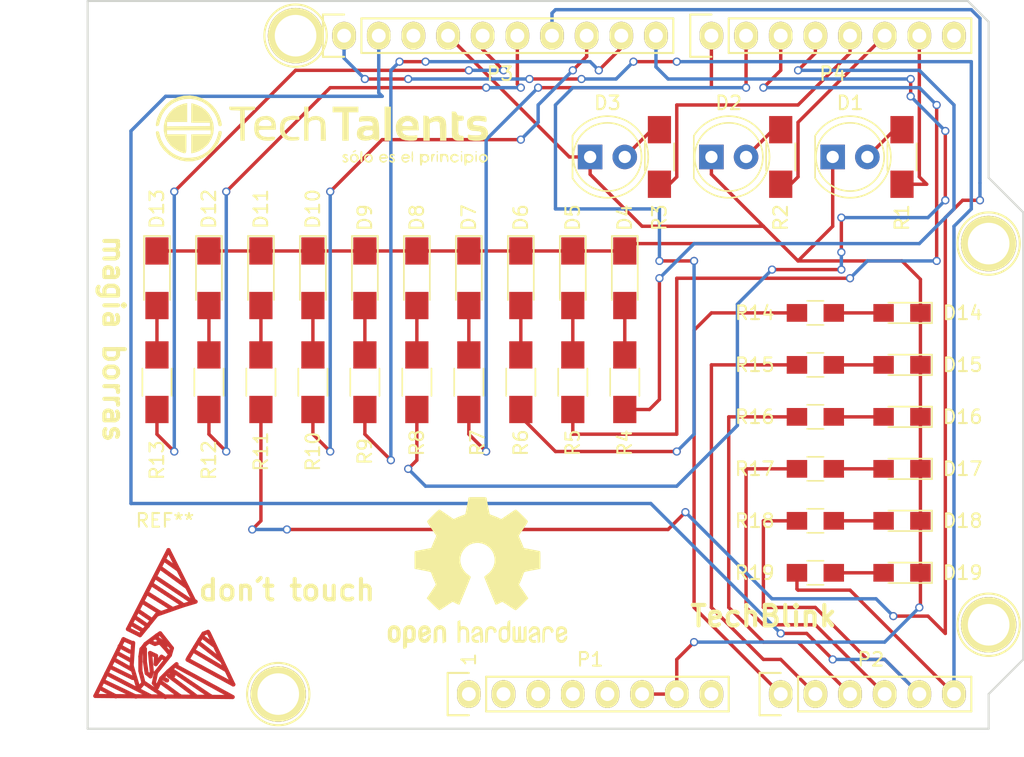
<source format=kicad_pcb>
(kicad_pcb (version 4) (host pcbnew 4.0.7)

  (general
    (links 61)
    (no_connects 0)
    (area 110.922999 72.949999 179.653001 126.440001)
    (thickness 1.6)
    (drawings 30)
    (tracks 288)
    (zones 0)
    (modules 49)
    (nets 52)
  )

  (page A4)
  (title_block
    (date "lun. 30 mars 2015")
  )

  (layers
    (0 F.Cu signal)
    (31 B.Cu signal)
    (32 B.Adhes user)
    (33 F.Adhes user)
    (34 B.Paste user)
    (35 F.Paste user)
    (36 B.SilkS user)
    (37 F.SilkS user)
    (38 B.Mask user)
    (39 F.Mask user)
    (40 Dwgs.User user)
    (41 Cmts.User user)
    (42 Eco1.User user)
    (43 Eco2.User user)
    (44 Edge.Cuts user)
    (45 Margin user)
    (46 B.CrtYd user)
    (47 F.CrtYd user)
    (48 B.Fab user)
    (49 F.Fab user)
  )

  (setup
    (last_trace_width 0.25)
    (trace_clearance 0.2)
    (zone_clearance 0.508)
    (zone_45_only no)
    (trace_min 0.2)
    (segment_width 0.15)
    (edge_width 0.15)
    (via_size 0.6)
    (via_drill 0.4)
    (via_min_size 0.4)
    (via_min_drill 0.3)
    (uvia_size 0.3)
    (uvia_drill 0.1)
    (uvias_allowed no)
    (uvia_min_size 0.2)
    (uvia_min_drill 0.1)
    (pcb_text_width 0.3)
    (pcb_text_size 1.5 1.5)
    (mod_edge_width 0.15)
    (mod_text_size 1 1)
    (mod_text_width 0.15)
    (pad_size 4.064 4.064)
    (pad_drill 3.048)
    (pad_to_mask_clearance 0)
    (aux_axis_origin 110.998 126.365)
    (grid_origin 110.998 126.365)
    (visible_elements 7FFEFFFF)
    (pcbplotparams
      (layerselection 0x00030_80000001)
      (usegerberextensions false)
      (excludeedgelayer true)
      (linewidth 0.100000)
      (plotframeref false)
      (viasonmask false)
      (mode 1)
      (useauxorigin false)
      (hpglpennumber 1)
      (hpglpenspeed 20)
      (hpglpendiameter 15)
      (hpglpenoverlay 2)
      (psnegative false)
      (psa4output false)
      (plotreference true)
      (plotvalue true)
      (plotinvisibletext false)
      (padsonsilk false)
      (subtractmaskfromsilk false)
      (outputformat 1)
      (mirror false)
      (drillshape 1)
      (scaleselection 1)
      (outputdirectory ""))
  )

  (net 0 "")
  (net 1 /IOREF)
  (net 2 /Reset)
  (net 3 +5V)
  (net 4 GND)
  (net 5 /Vin)
  (net 6 /A0)
  (net 7 /A1)
  (net 8 /A2)
  (net 9 /A3)
  (net 10 /AREF)
  (net 11 "/A4(SDA)")
  (net 12 "/A5(SCL)")
  (net 13 "/9(**)")
  (net 14 /8)
  (net 15 /7)
  (net 16 "/6(**)")
  (net 17 "/5(**)")
  (net 18 /4)
  (net 19 "/3(**)")
  (net 20 /2)
  (net 21 "/1(Tx)")
  (net 22 "/0(Rx)")
  (net 23 "Net-(P5-Pad1)")
  (net 24 "Net-(P6-Pad1)")
  (net 25 "Net-(P7-Pad1)")
  (net 26 "Net-(P8-Pad1)")
  (net 27 "/13(SCK)")
  (net 28 "/10(**/SS)")
  (net 29 "Net-(P1-Pad1)")
  (net 30 +3V3)
  (net 31 "/12(MISO)")
  (net 32 "/11(**/MOSI)")
  (net 33 "Net-(D1-Pad2)")
  (net 34 "Net-(D2-Pad2)")
  (net 35 "Net-(D3-Pad2)")
  (net 36 "Net-(D4-Pad2)")
  (net 37 "Net-(D5-Pad2)")
  (net 38 "Net-(D6-Pad2)")
  (net 39 "Net-(D7-Pad2)")
  (net 40 "Net-(D8-Pad2)")
  (net 41 "Net-(D9-Pad2)")
  (net 42 "Net-(D10-Pad2)")
  (net 43 "Net-(D11-Pad2)")
  (net 44 "Net-(D12-Pad2)")
  (net 45 "Net-(D13-Pad2)")
  (net 46 "Net-(D14-Pad2)")
  (net 47 "Net-(D15-Pad2)")
  (net 48 "Net-(D16-Pad2)")
  (net 49 "Net-(D17-Pad2)")
  (net 50 "Net-(D18-Pad2)")
  (net 51 "Net-(D19-Pad2)")

  (net_class Default "This is the default net class."
    (clearance 0.2)
    (trace_width 0.25)
    (via_dia 0.6)
    (via_drill 0.4)
    (uvia_dia 0.3)
    (uvia_drill 0.1)
    (add_net +3V3)
    (add_net +5V)
    (add_net "/0(Rx)")
    (add_net "/1(Tx)")
    (add_net "/10(**/SS)")
    (add_net "/11(**/MOSI)")
    (add_net "/12(MISO)")
    (add_net "/13(SCK)")
    (add_net /2)
    (add_net "/3(**)")
    (add_net /4)
    (add_net "/5(**)")
    (add_net "/6(**)")
    (add_net /7)
    (add_net /8)
    (add_net "/9(**)")
    (add_net /A0)
    (add_net /A1)
    (add_net /A2)
    (add_net /A3)
    (add_net "/A4(SDA)")
    (add_net "/A5(SCL)")
    (add_net /AREF)
    (add_net /IOREF)
    (add_net /Reset)
    (add_net /Vin)
    (add_net GND)
    (add_net "Net-(D1-Pad2)")
    (add_net "Net-(D10-Pad2)")
    (add_net "Net-(D11-Pad2)")
    (add_net "Net-(D12-Pad2)")
    (add_net "Net-(D13-Pad2)")
    (add_net "Net-(D14-Pad2)")
    (add_net "Net-(D15-Pad2)")
    (add_net "Net-(D16-Pad2)")
    (add_net "Net-(D17-Pad2)")
    (add_net "Net-(D18-Pad2)")
    (add_net "Net-(D19-Pad2)")
    (add_net "Net-(D2-Pad2)")
    (add_net "Net-(D3-Pad2)")
    (add_net "Net-(D4-Pad2)")
    (add_net "Net-(D5-Pad2)")
    (add_net "Net-(D6-Pad2)")
    (add_net "Net-(D7-Pad2)")
    (add_net "Net-(D8-Pad2)")
    (add_net "Net-(D9-Pad2)")
    (add_net "Net-(P1-Pad1)")
    (add_net "Net-(P5-Pad1)")
    (add_net "Net-(P6-Pad1)")
    (add_net "Net-(P7-Pad1)")
    (add_net "Net-(P8-Pad1)")
  )

  (module Socket_Arduino_Uno:Socket_Strip_Arduino_1x08 locked (layer F.Cu) (tedit 552168D2) (tstamp 551AF9EA)
    (at 138.938 123.825)
    (descr "Through hole socket strip")
    (tags "socket strip")
    (path /56D70129)
    (fp_text reference P1 (at 8.89 -2.54) (layer F.SilkS)
      (effects (font (size 1 1) (thickness 0.15)))
    )
    (fp_text value Power (at 8.89 -4.064) (layer F.Fab)
      (effects (font (size 1 1) (thickness 0.15)))
    )
    (fp_line (start -1.75 -1.75) (end -1.75 1.75) (layer F.CrtYd) (width 0.05))
    (fp_line (start 19.55 -1.75) (end 19.55 1.75) (layer F.CrtYd) (width 0.05))
    (fp_line (start -1.75 -1.75) (end 19.55 -1.75) (layer F.CrtYd) (width 0.05))
    (fp_line (start -1.75 1.75) (end 19.55 1.75) (layer F.CrtYd) (width 0.05))
    (fp_line (start 1.27 1.27) (end 19.05 1.27) (layer F.SilkS) (width 0.15))
    (fp_line (start 19.05 1.27) (end 19.05 -1.27) (layer F.SilkS) (width 0.15))
    (fp_line (start 19.05 -1.27) (end 1.27 -1.27) (layer F.SilkS) (width 0.15))
    (fp_line (start -1.55 1.55) (end 0 1.55) (layer F.SilkS) (width 0.15))
    (fp_line (start 1.27 1.27) (end 1.27 -1.27) (layer F.SilkS) (width 0.15))
    (fp_line (start 0 -1.55) (end -1.55 -1.55) (layer F.SilkS) (width 0.15))
    (fp_line (start -1.55 -1.55) (end -1.55 1.55) (layer F.SilkS) (width 0.15))
    (pad 1 thru_hole oval (at 0 0) (size 1.7272 2.032) (drill 1.016) (layers *.Cu *.Mask F.SilkS)
      (net 29 "Net-(P1-Pad1)"))
    (pad 2 thru_hole oval (at 2.54 0) (size 1.7272 2.032) (drill 1.016) (layers *.Cu *.Mask F.SilkS)
      (net 1 /IOREF))
    (pad 3 thru_hole oval (at 5.08 0) (size 1.7272 2.032) (drill 1.016) (layers *.Cu *.Mask F.SilkS)
      (net 2 /Reset))
    (pad 4 thru_hole oval (at 7.62 0) (size 1.7272 2.032) (drill 1.016) (layers *.Cu *.Mask F.SilkS)
      (net 30 +3V3))
    (pad 5 thru_hole oval (at 10.16 0) (size 1.7272 2.032) (drill 1.016) (layers *.Cu *.Mask F.SilkS)
      (net 3 +5V))
    (pad 6 thru_hole oval (at 12.7 0) (size 1.7272 2.032) (drill 1.016) (layers *.Cu *.Mask F.SilkS)
      (net 4 GND))
    (pad 7 thru_hole oval (at 15.24 0) (size 1.7272 2.032) (drill 1.016) (layers *.Cu *.Mask F.SilkS)
      (net 4 GND))
    (pad 8 thru_hole oval (at 17.78 0) (size 1.7272 2.032) (drill 1.016) (layers *.Cu *.Mask F.SilkS)
      (net 5 /Vin))
    (model ${KIPRJMOD}/Socket_Arduino_Uno.3dshapes/Socket_header_Arduino_1x08.wrl
      (at (xyz 0.35 0 0))
      (scale (xyz 1 1 1))
      (rotate (xyz 0 0 180))
    )
  )

  (module Socket_Arduino_Uno:Socket_Strip_Arduino_1x06 locked (layer F.Cu) (tedit 552168D6) (tstamp 551AF9FF)
    (at 161.798 123.825)
    (descr "Through hole socket strip")
    (tags "socket strip")
    (path /56D70DD8)
    (fp_text reference P2 (at 6.604 -2.54) (layer F.SilkS)
      (effects (font (size 1 1) (thickness 0.15)))
    )
    (fp_text value Analog (at 6.604 -4.064) (layer F.Fab)
      (effects (font (size 1 1) (thickness 0.15)))
    )
    (fp_line (start -1.75 -1.75) (end -1.75 1.75) (layer F.CrtYd) (width 0.05))
    (fp_line (start 14.45 -1.75) (end 14.45 1.75) (layer F.CrtYd) (width 0.05))
    (fp_line (start -1.75 -1.75) (end 14.45 -1.75) (layer F.CrtYd) (width 0.05))
    (fp_line (start -1.75 1.75) (end 14.45 1.75) (layer F.CrtYd) (width 0.05))
    (fp_line (start 1.27 1.27) (end 13.97 1.27) (layer F.SilkS) (width 0.15))
    (fp_line (start 13.97 1.27) (end 13.97 -1.27) (layer F.SilkS) (width 0.15))
    (fp_line (start 13.97 -1.27) (end 1.27 -1.27) (layer F.SilkS) (width 0.15))
    (fp_line (start -1.55 1.55) (end 0 1.55) (layer F.SilkS) (width 0.15))
    (fp_line (start 1.27 1.27) (end 1.27 -1.27) (layer F.SilkS) (width 0.15))
    (fp_line (start 0 -1.55) (end -1.55 -1.55) (layer F.SilkS) (width 0.15))
    (fp_line (start -1.55 -1.55) (end -1.55 1.55) (layer F.SilkS) (width 0.15))
    (pad 1 thru_hole oval (at 0 0) (size 1.7272 2.032) (drill 1.016) (layers *.Cu *.Mask F.SilkS)
      (net 6 /A0))
    (pad 2 thru_hole oval (at 2.54 0) (size 1.7272 2.032) (drill 1.016) (layers *.Cu *.Mask F.SilkS)
      (net 7 /A1))
    (pad 3 thru_hole oval (at 5.08 0) (size 1.7272 2.032) (drill 1.016) (layers *.Cu *.Mask F.SilkS)
      (net 8 /A2))
    (pad 4 thru_hole oval (at 7.62 0) (size 1.7272 2.032) (drill 1.016) (layers *.Cu *.Mask F.SilkS)
      (net 9 /A3))
    (pad 5 thru_hole oval (at 10.16 0) (size 1.7272 2.032) (drill 1.016) (layers *.Cu *.Mask F.SilkS)
      (net 11 "/A4(SDA)"))
    (pad 6 thru_hole oval (at 12.7 0) (size 1.7272 2.032) (drill 1.016) (layers *.Cu *.Mask F.SilkS)
      (net 12 "/A5(SCL)"))
    (model ${KIPRJMOD}/Socket_Arduino_Uno.3dshapes/Socket_header_Arduino_1x06.wrl
      (at (xyz 0.25 0 0))
      (scale (xyz 1 1 1))
      (rotate (xyz 0 0 180))
    )
  )

  (module Socket_Arduino_Uno:Socket_Strip_Arduino_1x10 locked (layer F.Cu) (tedit 552168BF) (tstamp 551AFA18)
    (at 129.794 75.565)
    (descr "Through hole socket strip")
    (tags "socket strip")
    (path /56D721E0)
    (fp_text reference P3 (at 11.43 2.794) (layer F.SilkS)
      (effects (font (size 1 1) (thickness 0.15)))
    )
    (fp_text value Digital (at 11.43 4.318) (layer F.Fab)
      (effects (font (size 1 1) (thickness 0.15)))
    )
    (fp_line (start -1.75 -1.75) (end -1.75 1.75) (layer F.CrtYd) (width 0.05))
    (fp_line (start 24.65 -1.75) (end 24.65 1.75) (layer F.CrtYd) (width 0.05))
    (fp_line (start -1.75 -1.75) (end 24.65 -1.75) (layer F.CrtYd) (width 0.05))
    (fp_line (start -1.75 1.75) (end 24.65 1.75) (layer F.CrtYd) (width 0.05))
    (fp_line (start 1.27 1.27) (end 24.13 1.27) (layer F.SilkS) (width 0.15))
    (fp_line (start 24.13 1.27) (end 24.13 -1.27) (layer F.SilkS) (width 0.15))
    (fp_line (start 24.13 -1.27) (end 1.27 -1.27) (layer F.SilkS) (width 0.15))
    (fp_line (start -1.55 1.55) (end 0 1.55) (layer F.SilkS) (width 0.15))
    (fp_line (start 1.27 1.27) (end 1.27 -1.27) (layer F.SilkS) (width 0.15))
    (fp_line (start 0 -1.55) (end -1.55 -1.55) (layer F.SilkS) (width 0.15))
    (fp_line (start -1.55 -1.55) (end -1.55 1.55) (layer F.SilkS) (width 0.15))
    (pad 1 thru_hole oval (at 0 0) (size 1.7272 2.032) (drill 1.016) (layers *.Cu *.Mask F.SilkS)
      (net 12 "/A5(SCL)"))
    (pad 2 thru_hole oval (at 2.54 0) (size 1.7272 2.032) (drill 1.016) (layers *.Cu *.Mask F.SilkS)
      (net 11 "/A4(SDA)"))
    (pad 3 thru_hole oval (at 5.08 0) (size 1.7272 2.032) (drill 1.016) (layers *.Cu *.Mask F.SilkS)
      (net 10 /AREF))
    (pad 4 thru_hole oval (at 7.62 0) (size 1.7272 2.032) (drill 1.016) (layers *.Cu *.Mask F.SilkS)
      (net 4 GND))
    (pad 5 thru_hole oval (at 10.16 0) (size 1.7272 2.032) (drill 1.016) (layers *.Cu *.Mask F.SilkS)
      (net 27 "/13(SCK)"))
    (pad 6 thru_hole oval (at 12.7 0) (size 1.7272 2.032) (drill 1.016) (layers *.Cu *.Mask F.SilkS)
      (net 31 "/12(MISO)"))
    (pad 7 thru_hole oval (at 15.24 0) (size 1.7272 2.032) (drill 1.016) (layers *.Cu *.Mask F.SilkS)
      (net 32 "/11(**/MOSI)"))
    (pad 8 thru_hole oval (at 17.78 0) (size 1.7272 2.032) (drill 1.016) (layers *.Cu *.Mask F.SilkS)
      (net 28 "/10(**/SS)"))
    (pad 9 thru_hole oval (at 20.32 0) (size 1.7272 2.032) (drill 1.016) (layers *.Cu *.Mask F.SilkS)
      (net 13 "/9(**)"))
    (pad 10 thru_hole oval (at 22.86 0) (size 1.7272 2.032) (drill 1.016) (layers *.Cu *.Mask F.SilkS)
      (net 14 /8))
    (model ${KIPRJMOD}/Socket_Arduino_Uno.3dshapes/Socket_header_Arduino_1x10.wrl
      (at (xyz 0.45 0 0))
      (scale (xyz 1 1 1))
      (rotate (xyz 0 0 180))
    )
  )

  (module Socket_Arduino_Uno:Socket_Strip_Arduino_1x08 locked (layer F.Cu) (tedit 552168C7) (tstamp 551AFA2F)
    (at 156.718 75.565)
    (descr "Through hole socket strip")
    (tags "socket strip")
    (path /56D7164F)
    (fp_text reference P4 (at 8.89 2.794) (layer F.SilkS)
      (effects (font (size 1 1) (thickness 0.15)))
    )
    (fp_text value Digital (at 8.89 4.318) (layer F.Fab)
      (effects (font (size 1 1) (thickness 0.15)))
    )
    (fp_line (start -1.75 -1.75) (end -1.75 1.75) (layer F.CrtYd) (width 0.05))
    (fp_line (start 19.55 -1.75) (end 19.55 1.75) (layer F.CrtYd) (width 0.05))
    (fp_line (start -1.75 -1.75) (end 19.55 -1.75) (layer F.CrtYd) (width 0.05))
    (fp_line (start -1.75 1.75) (end 19.55 1.75) (layer F.CrtYd) (width 0.05))
    (fp_line (start 1.27 1.27) (end 19.05 1.27) (layer F.SilkS) (width 0.15))
    (fp_line (start 19.05 1.27) (end 19.05 -1.27) (layer F.SilkS) (width 0.15))
    (fp_line (start 19.05 -1.27) (end 1.27 -1.27) (layer F.SilkS) (width 0.15))
    (fp_line (start -1.55 1.55) (end 0 1.55) (layer F.SilkS) (width 0.15))
    (fp_line (start 1.27 1.27) (end 1.27 -1.27) (layer F.SilkS) (width 0.15))
    (fp_line (start 0 -1.55) (end -1.55 -1.55) (layer F.SilkS) (width 0.15))
    (fp_line (start -1.55 -1.55) (end -1.55 1.55) (layer F.SilkS) (width 0.15))
    (pad 1 thru_hole oval (at 0 0) (size 1.7272 2.032) (drill 1.016) (layers *.Cu *.Mask F.SilkS)
      (net 15 /7))
    (pad 2 thru_hole oval (at 2.54 0) (size 1.7272 2.032) (drill 1.016) (layers *.Cu *.Mask F.SilkS)
      (net 16 "/6(**)"))
    (pad 3 thru_hole oval (at 5.08 0) (size 1.7272 2.032) (drill 1.016) (layers *.Cu *.Mask F.SilkS)
      (net 17 "/5(**)"))
    (pad 4 thru_hole oval (at 7.62 0) (size 1.7272 2.032) (drill 1.016) (layers *.Cu *.Mask F.SilkS)
      (net 18 /4))
    (pad 5 thru_hole oval (at 10.16 0) (size 1.7272 2.032) (drill 1.016) (layers *.Cu *.Mask F.SilkS)
      (net 19 "/3(**)"))
    (pad 6 thru_hole oval (at 12.7 0) (size 1.7272 2.032) (drill 1.016) (layers *.Cu *.Mask F.SilkS)
      (net 20 /2))
    (pad 7 thru_hole oval (at 15.24 0) (size 1.7272 2.032) (drill 1.016) (layers *.Cu *.Mask F.SilkS)
      (net 21 "/1(Tx)"))
    (pad 8 thru_hole oval (at 17.78 0) (size 1.7272 2.032) (drill 1.016) (layers *.Cu *.Mask F.SilkS)
      (net 22 "/0(Rx)"))
    (model ${KIPRJMOD}/Socket_Arduino_Uno.3dshapes/Socket_header_Arduino_1x08.wrl
      (at (xyz 0.35 0 0))
      (scale (xyz 1 1 1))
      (rotate (xyz 0 0 180))
    )
  )

  (module Socket_Arduino_Uno:Arduino_1pin locked (layer F.Cu) (tedit 5524FC39) (tstamp 5524FC3F)
    (at 124.968 123.825)
    (descr "module 1 pin (ou trou mecanique de percage)")
    (tags DEV)
    (path /56D71177)
    (fp_text reference P5 (at 0 -3.048) (layer F.SilkS) hide
      (effects (font (size 1 1) (thickness 0.15)))
    )
    (fp_text value CONN_01X01 (at 0 2.794) (layer F.Fab) hide
      (effects (font (size 1 1) (thickness 0.15)))
    )
    (fp_circle (center 0 0) (end 0 -2.286) (layer F.SilkS) (width 0.15))
    (pad 1 thru_hole circle (at 0 0) (size 4.064 4.064) (drill 3.048) (layers *.Cu *.Mask F.SilkS)
      (net 23 "Net-(P5-Pad1)"))
  )

  (module Socket_Arduino_Uno:Arduino_1pin locked (layer F.Cu) (tedit 5524FC4A) (tstamp 5524FC44)
    (at 177.038 118.745)
    (descr "module 1 pin (ou trou mecanique de percage)")
    (tags DEV)
    (path /56D71274)
    (fp_text reference P6 (at 0 -3.048) (layer F.SilkS) hide
      (effects (font (size 1 1) (thickness 0.15)))
    )
    (fp_text value CONN_01X01 (at 0 2.794) (layer F.Fab) hide
      (effects (font (size 1 1) (thickness 0.15)))
    )
    (fp_circle (center 0 0) (end 0 -2.286) (layer F.SilkS) (width 0.15))
    (pad 1 thru_hole circle (at 0 0) (size 4.064 4.064) (drill 3.048) (layers *.Cu *.Mask F.SilkS)
      (net 24 "Net-(P6-Pad1)"))
  )

  (module Socket_Arduino_Uno:Arduino_1pin locked (layer F.Cu) (tedit 5524FC2F) (tstamp 5524FC49)
    (at 126.238 75.565)
    (descr "module 1 pin (ou trou mecanique de percage)")
    (tags DEV)
    (path /56D712A8)
    (fp_text reference P7 (at 0 -3.048) (layer F.SilkS) hide
      (effects (font (size 1 1) (thickness 0.15)))
    )
    (fp_text value CONN_01X01 (at 0 2.794) (layer F.Fab) hide
      (effects (font (size 1 1) (thickness 0.15)))
    )
    (fp_circle (center 0 0) (end 0 -2.286) (layer F.SilkS) (width 0.15))
    (pad 1 thru_hole circle (at 0 0) (size 4.064 4.064) (drill 3.048) (layers *.Cu *.Mask F.SilkS)
      (net 25 "Net-(P7-Pad1)"))
  )

  (module Socket_Arduino_Uno:Arduino_1pin locked (layer F.Cu) (tedit 5524FC41) (tstamp 5524FC4E)
    (at 177.038 90.805)
    (descr "module 1 pin (ou trou mecanique de percage)")
    (tags DEV)
    (path /56D712DB)
    (fp_text reference P8 (at 0 -3.048) (layer F.SilkS) hide
      (effects (font (size 1 1) (thickness 0.15)))
    )
    (fp_text value CONN_01X01 (at 0 2.794) (layer F.Fab) hide
      (effects (font (size 1 1) (thickness 0.15)))
    )
    (fp_circle (center 0 0) (end 0 -2.286) (layer F.SilkS) (width 0.15))
    (pad 1 thru_hole circle (at 0 0) (size 4.064 4.064) (drill 3.048) (layers *.Cu *.Mask F.SilkS)
      (net 26 "Net-(P8-Pad1)"))
  )

  (module LEDs:LED_D5.0mm (layer F.Cu) (tedit 5995936A) (tstamp 5A350872)
    (at 165.608 84.455)
    (descr "LED, diameter 5.0mm, 2 pins, http://cdn-reichelt.de/documents/datenblatt/A500/LL-504BC2E-009.pdf")
    (tags "LED diameter 5.0mm 2 pins")
    (path /5A350232)
    (fp_text reference D1 (at 1.27 -3.96) (layer F.SilkS)
      (effects (font (size 1 1) (thickness 0.15)))
    )
    (fp_text value "LED rojo" (at 1.27 3.96) (layer F.Fab)
      (effects (font (size 1 1) (thickness 0.15)))
    )
    (fp_arc (start 1.27 0) (end -1.23 -1.469694) (angle 299.1) (layer F.Fab) (width 0.1))
    (fp_arc (start 1.27 0) (end -1.29 -1.54483) (angle 148.9) (layer F.SilkS) (width 0.12))
    (fp_arc (start 1.27 0) (end -1.29 1.54483) (angle -148.9) (layer F.SilkS) (width 0.12))
    (fp_circle (center 1.27 0) (end 3.77 0) (layer F.Fab) (width 0.1))
    (fp_circle (center 1.27 0) (end 3.77 0) (layer F.SilkS) (width 0.12))
    (fp_line (start -1.23 -1.469694) (end -1.23 1.469694) (layer F.Fab) (width 0.1))
    (fp_line (start -1.29 -1.545) (end -1.29 1.545) (layer F.SilkS) (width 0.12))
    (fp_line (start -1.95 -3.25) (end -1.95 3.25) (layer F.CrtYd) (width 0.05))
    (fp_line (start -1.95 3.25) (end 4.5 3.25) (layer F.CrtYd) (width 0.05))
    (fp_line (start 4.5 3.25) (end 4.5 -3.25) (layer F.CrtYd) (width 0.05))
    (fp_line (start 4.5 -3.25) (end -1.95 -3.25) (layer F.CrtYd) (width 0.05))
    (fp_text user %R (at 1.25 0) (layer F.Fab)
      (effects (font (size 0.8 0.8) (thickness 0.2)))
    )
    (pad 1 thru_hole rect (at 0 0) (size 1.8 1.8) (drill 0.9) (layers *.Cu *.Mask)
      (net 4 GND))
    (pad 2 thru_hole circle (at 2.54 0) (size 1.8 1.8) (drill 0.9) (layers *.Cu *.Mask)
      (net 33 "Net-(D1-Pad2)"))
    (model ${KISYS3DMOD}/LEDs.3dshapes/LED_D5.0mm.wrl
      (at (xyz 0 0 0))
      (scale (xyz 0.393701 0.393701 0.393701))
      (rotate (xyz 0 0 0))
    )
  )

  (module LEDs:LED_D5.0mm (layer F.Cu) (tedit 5995936A) (tstamp 5A350878)
    (at 156.718 84.455)
    (descr "LED, diameter 5.0mm, 2 pins, http://cdn-reichelt.de/documents/datenblatt/A500/LL-504BC2E-009.pdf")
    (tags "LED diameter 5.0mm 2 pins")
    (path /5A350479)
    (fp_text reference D2 (at 1.27 -3.96) (layer F.SilkS)
      (effects (font (size 1 1) (thickness 0.15)))
    )
    (fp_text value "LED azul" (at 1.27 3.96) (layer F.Fab)
      (effects (font (size 1 1) (thickness 0.15)))
    )
    (fp_arc (start 1.27 0) (end -1.23 -1.469694) (angle 299.1) (layer F.Fab) (width 0.1))
    (fp_arc (start 1.27 0) (end -1.29 -1.54483) (angle 148.9) (layer F.SilkS) (width 0.12))
    (fp_arc (start 1.27 0) (end -1.29 1.54483) (angle -148.9) (layer F.SilkS) (width 0.12))
    (fp_circle (center 1.27 0) (end 3.77 0) (layer F.Fab) (width 0.1))
    (fp_circle (center 1.27 0) (end 3.77 0) (layer F.SilkS) (width 0.12))
    (fp_line (start -1.23 -1.469694) (end -1.23 1.469694) (layer F.Fab) (width 0.1))
    (fp_line (start -1.29 -1.545) (end -1.29 1.545) (layer F.SilkS) (width 0.12))
    (fp_line (start -1.95 -3.25) (end -1.95 3.25) (layer F.CrtYd) (width 0.05))
    (fp_line (start -1.95 3.25) (end 4.5 3.25) (layer F.CrtYd) (width 0.05))
    (fp_line (start 4.5 3.25) (end 4.5 -3.25) (layer F.CrtYd) (width 0.05))
    (fp_line (start 4.5 -3.25) (end -1.95 -3.25) (layer F.CrtYd) (width 0.05))
    (fp_text user %R (at 1.25 0) (layer F.Fab)
      (effects (font (size 0.8 0.8) (thickness 0.2)))
    )
    (pad 1 thru_hole rect (at 0 0) (size 1.8 1.8) (drill 0.9) (layers *.Cu *.Mask)
      (net 4 GND))
    (pad 2 thru_hole circle (at 2.54 0) (size 1.8 1.8) (drill 0.9) (layers *.Cu *.Mask)
      (net 34 "Net-(D2-Pad2)"))
    (model ${KISYS3DMOD}/LEDs.3dshapes/LED_D5.0mm.wrl
      (at (xyz 0 0 0))
      (scale (xyz 0.393701 0.393701 0.393701))
      (rotate (xyz 0 0 0))
    )
  )

  (module LEDs:LED_D5.0mm (layer F.Cu) (tedit 5995936A) (tstamp 5A35087E)
    (at 147.828 84.455)
    (descr "LED, diameter 5.0mm, 2 pins, http://cdn-reichelt.de/documents/datenblatt/A500/LL-504BC2E-009.pdf")
    (tags "LED diameter 5.0mm 2 pins")
    (path /5A3504DC)
    (fp_text reference D3 (at 1.27 -3.96) (layer F.SilkS)
      (effects (font (size 1 1) (thickness 0.15)))
    )
    (fp_text value "LED verde" (at 1.27 3.96) (layer F.Fab)
      (effects (font (size 1 1) (thickness 0.15)))
    )
    (fp_arc (start 1.27 0) (end -1.23 -1.469694) (angle 299.1) (layer F.Fab) (width 0.1))
    (fp_arc (start 1.27 0) (end -1.29 -1.54483) (angle 148.9) (layer F.SilkS) (width 0.12))
    (fp_arc (start 1.27 0) (end -1.29 1.54483) (angle -148.9) (layer F.SilkS) (width 0.12))
    (fp_circle (center 1.27 0) (end 3.77 0) (layer F.Fab) (width 0.1))
    (fp_circle (center 1.27 0) (end 3.77 0) (layer F.SilkS) (width 0.12))
    (fp_line (start -1.23 -1.469694) (end -1.23 1.469694) (layer F.Fab) (width 0.1))
    (fp_line (start -1.29 -1.545) (end -1.29 1.545) (layer F.SilkS) (width 0.12))
    (fp_line (start -1.95 -3.25) (end -1.95 3.25) (layer F.CrtYd) (width 0.05))
    (fp_line (start -1.95 3.25) (end 4.5 3.25) (layer F.CrtYd) (width 0.05))
    (fp_line (start 4.5 3.25) (end 4.5 -3.25) (layer F.CrtYd) (width 0.05))
    (fp_line (start 4.5 -3.25) (end -1.95 -3.25) (layer F.CrtYd) (width 0.05))
    (fp_text user %R (at 1.25 0) (layer F.Fab)
      (effects (font (size 0.8 0.8) (thickness 0.2)))
    )
    (pad 1 thru_hole rect (at 0 0) (size 1.8 1.8) (drill 0.9) (layers *.Cu *.Mask)
      (net 4 GND))
    (pad 2 thru_hole circle (at 2.54 0) (size 1.8 1.8) (drill 0.9) (layers *.Cu *.Mask)
      (net 35 "Net-(D3-Pad2)"))
    (model ${KISYS3DMOD}/LEDs.3dshapes/LED_D5.0mm.wrl
      (at (xyz 0 0 0))
      (scale (xyz 0.393701 0.393701 0.393701))
      (rotate (xyz 0 0 0))
    )
  )

  (module LEDs:LED_1206_HandSoldering (layer F.Cu) (tedit 5A3E3F6A) (tstamp 5A350884)
    (at 150.368 93.345 270)
    (descr "LED SMD 1206, hand soldering")
    (tags "LED 1206")
    (path /5A350643)
    (attr smd)
    (fp_text reference D4 (at -4.445 0 270) (layer F.SilkS)
      (effects (font (size 1 1) (thickness 0.15)))
    )
    (fp_text value "LED " (at 0 1.9 270) (layer F.Fab)
      (effects (font (size 1 1) (thickness 0.15)))
    )
    (fp_line (start -3.1 -0.95) (end -3.1 0.95) (layer F.SilkS) (width 0.12))
    (fp_line (start -0.4 0) (end 0.2 -0.4) (layer F.Fab) (width 0.1))
    (fp_line (start 0.2 -0.4) (end 0.2 0.4) (layer F.Fab) (width 0.1))
    (fp_line (start 0.2 0.4) (end -0.4 0) (layer F.Fab) (width 0.1))
    (fp_line (start -0.45 -0.4) (end -0.45 0.4) (layer F.Fab) (width 0.1))
    (fp_line (start -1.6 0.8) (end -1.6 -0.8) (layer F.Fab) (width 0.1))
    (fp_line (start 1.6 0.8) (end -1.6 0.8) (layer F.Fab) (width 0.1))
    (fp_line (start 1.6 -0.8) (end 1.6 0.8) (layer F.Fab) (width 0.1))
    (fp_line (start -1.6 -0.8) (end 1.6 -0.8) (layer F.Fab) (width 0.1))
    (fp_line (start -3.1 0.95) (end 1.6 0.95) (layer F.SilkS) (width 0.12))
    (fp_line (start -3.1 -0.95) (end 1.6 -0.95) (layer F.SilkS) (width 0.12))
    (fp_line (start -3.25 -1.11) (end 3.25 -1.11) (layer F.CrtYd) (width 0.05))
    (fp_line (start -3.25 -1.11) (end -3.25 1.1) (layer F.CrtYd) (width 0.05))
    (fp_line (start 3.25 1.1) (end 3.25 -1.11) (layer F.CrtYd) (width 0.05))
    (fp_line (start 3.25 1.1) (end -3.25 1.1) (layer F.CrtYd) (width 0.05))
    (pad 1 smd rect (at -2 0 270) (size 2 1.7) (layers F.Cu F.Paste F.Mask)
      (net 4 GND))
    (pad 2 smd rect (at 2 0 270) (size 2 1.7) (layers F.Cu F.Paste F.Mask)
      (net 36 "Net-(D4-Pad2)"))
    (model ${KISYS3DMOD}/LEDs.3dshapes/LED_1206.wrl
      (at (xyz 0 0 0))
      (scale (xyz 1 1 1))
      (rotate (xyz 0 0 180))
    )
  )

  (module LEDs:LED_1206_HandSoldering (layer F.Cu) (tedit 5A3E3F6E) (tstamp 5A35088A)
    (at 146.558 93.345 270)
    (descr "LED SMD 1206, hand soldering")
    (tags "LED 1206")
    (path /5A35077C)
    (attr smd)
    (fp_text reference D5 (at -4.445 0 270) (layer F.SilkS)
      (effects (font (size 1 1) (thickness 0.15)))
    )
    (fp_text value "LED " (at 0 1.9 270) (layer F.Fab)
      (effects (font (size 1 1) (thickness 0.15)))
    )
    (fp_line (start -3.1 -0.95) (end -3.1 0.95) (layer F.SilkS) (width 0.12))
    (fp_line (start -0.4 0) (end 0.2 -0.4) (layer F.Fab) (width 0.1))
    (fp_line (start 0.2 -0.4) (end 0.2 0.4) (layer F.Fab) (width 0.1))
    (fp_line (start 0.2 0.4) (end -0.4 0) (layer F.Fab) (width 0.1))
    (fp_line (start -0.45 -0.4) (end -0.45 0.4) (layer F.Fab) (width 0.1))
    (fp_line (start -1.6 0.8) (end -1.6 -0.8) (layer F.Fab) (width 0.1))
    (fp_line (start 1.6 0.8) (end -1.6 0.8) (layer F.Fab) (width 0.1))
    (fp_line (start 1.6 -0.8) (end 1.6 0.8) (layer F.Fab) (width 0.1))
    (fp_line (start -1.6 -0.8) (end 1.6 -0.8) (layer F.Fab) (width 0.1))
    (fp_line (start -3.1 0.95) (end 1.6 0.95) (layer F.SilkS) (width 0.12))
    (fp_line (start -3.1 -0.95) (end 1.6 -0.95) (layer F.SilkS) (width 0.12))
    (fp_line (start -3.25 -1.11) (end 3.25 -1.11) (layer F.CrtYd) (width 0.05))
    (fp_line (start -3.25 -1.11) (end -3.25 1.1) (layer F.CrtYd) (width 0.05))
    (fp_line (start 3.25 1.1) (end 3.25 -1.11) (layer F.CrtYd) (width 0.05))
    (fp_line (start 3.25 1.1) (end -3.25 1.1) (layer F.CrtYd) (width 0.05))
    (pad 1 smd rect (at -2 0 270) (size 2 1.7) (layers F.Cu F.Paste F.Mask)
      (net 4 GND))
    (pad 2 smd rect (at 2 0 270) (size 2 1.7) (layers F.Cu F.Paste F.Mask)
      (net 37 "Net-(D5-Pad2)"))
    (model ${KISYS3DMOD}/LEDs.3dshapes/LED_1206.wrl
      (at (xyz 0 0 0))
      (scale (xyz 1 1 1))
      (rotate (xyz 0 0 180))
    )
  )

  (module LEDs:LED_1206_HandSoldering (layer F.Cu) (tedit 5A3E3F71) (tstamp 5A350890)
    (at 142.748 93.345 270)
    (descr "LED SMD 1206, hand soldering")
    (tags "LED 1206")
    (path /5A350851)
    (attr smd)
    (fp_text reference D6 (at -4.445 0 270) (layer F.SilkS)
      (effects (font (size 1 1) (thickness 0.15)))
    )
    (fp_text value "LED " (at 0 1.9 270) (layer F.Fab)
      (effects (font (size 1 1) (thickness 0.15)))
    )
    (fp_line (start -3.1 -0.95) (end -3.1 0.95) (layer F.SilkS) (width 0.12))
    (fp_line (start -0.4 0) (end 0.2 -0.4) (layer F.Fab) (width 0.1))
    (fp_line (start 0.2 -0.4) (end 0.2 0.4) (layer F.Fab) (width 0.1))
    (fp_line (start 0.2 0.4) (end -0.4 0) (layer F.Fab) (width 0.1))
    (fp_line (start -0.45 -0.4) (end -0.45 0.4) (layer F.Fab) (width 0.1))
    (fp_line (start -1.6 0.8) (end -1.6 -0.8) (layer F.Fab) (width 0.1))
    (fp_line (start 1.6 0.8) (end -1.6 0.8) (layer F.Fab) (width 0.1))
    (fp_line (start 1.6 -0.8) (end 1.6 0.8) (layer F.Fab) (width 0.1))
    (fp_line (start -1.6 -0.8) (end 1.6 -0.8) (layer F.Fab) (width 0.1))
    (fp_line (start -3.1 0.95) (end 1.6 0.95) (layer F.SilkS) (width 0.12))
    (fp_line (start -3.1 -0.95) (end 1.6 -0.95) (layer F.SilkS) (width 0.12))
    (fp_line (start -3.25 -1.11) (end 3.25 -1.11) (layer F.CrtYd) (width 0.05))
    (fp_line (start -3.25 -1.11) (end -3.25 1.1) (layer F.CrtYd) (width 0.05))
    (fp_line (start 3.25 1.1) (end 3.25 -1.11) (layer F.CrtYd) (width 0.05))
    (fp_line (start 3.25 1.1) (end -3.25 1.1) (layer F.CrtYd) (width 0.05))
    (pad 1 smd rect (at -2 0 270) (size 2 1.7) (layers F.Cu F.Paste F.Mask)
      (net 4 GND))
    (pad 2 smd rect (at 2 0 270) (size 2 1.7) (layers F.Cu F.Paste F.Mask)
      (net 38 "Net-(D6-Pad2)"))
    (model ${KISYS3DMOD}/LEDs.3dshapes/LED_1206.wrl
      (at (xyz 0 0 0))
      (scale (xyz 1 1 1))
      (rotate (xyz 0 0 180))
    )
  )

  (module LEDs:LED_1206_HandSoldering (layer F.Cu) (tedit 5A3E3F74) (tstamp 5A350896)
    (at 138.938 93.345 270)
    (descr "LED SMD 1206, hand soldering")
    (tags "LED 1206")
    (path /5A350866)
    (attr smd)
    (fp_text reference D7 (at -4.445 0 270) (layer F.SilkS)
      (effects (font (size 1 1) (thickness 0.15)))
    )
    (fp_text value "LED " (at 0 1.9 270) (layer F.Fab)
      (effects (font (size 1 1) (thickness 0.15)))
    )
    (fp_line (start -3.1 -0.95) (end -3.1 0.95) (layer F.SilkS) (width 0.12))
    (fp_line (start -0.4 0) (end 0.2 -0.4) (layer F.Fab) (width 0.1))
    (fp_line (start 0.2 -0.4) (end 0.2 0.4) (layer F.Fab) (width 0.1))
    (fp_line (start 0.2 0.4) (end -0.4 0) (layer F.Fab) (width 0.1))
    (fp_line (start -0.45 -0.4) (end -0.45 0.4) (layer F.Fab) (width 0.1))
    (fp_line (start -1.6 0.8) (end -1.6 -0.8) (layer F.Fab) (width 0.1))
    (fp_line (start 1.6 0.8) (end -1.6 0.8) (layer F.Fab) (width 0.1))
    (fp_line (start 1.6 -0.8) (end 1.6 0.8) (layer F.Fab) (width 0.1))
    (fp_line (start -1.6 -0.8) (end 1.6 -0.8) (layer F.Fab) (width 0.1))
    (fp_line (start -3.1 0.95) (end 1.6 0.95) (layer F.SilkS) (width 0.12))
    (fp_line (start -3.1 -0.95) (end 1.6 -0.95) (layer F.SilkS) (width 0.12))
    (fp_line (start -3.25 -1.11) (end 3.25 -1.11) (layer F.CrtYd) (width 0.05))
    (fp_line (start -3.25 -1.11) (end -3.25 1.1) (layer F.CrtYd) (width 0.05))
    (fp_line (start 3.25 1.1) (end 3.25 -1.11) (layer F.CrtYd) (width 0.05))
    (fp_line (start 3.25 1.1) (end -3.25 1.1) (layer F.CrtYd) (width 0.05))
    (pad 1 smd rect (at -2 0 270) (size 2 1.7) (layers F.Cu F.Paste F.Mask)
      (net 4 GND))
    (pad 2 smd rect (at 2 0 270) (size 2 1.7) (layers F.Cu F.Paste F.Mask)
      (net 39 "Net-(D7-Pad2)"))
    (model ${KISYS3DMOD}/LEDs.3dshapes/LED_1206.wrl
      (at (xyz 0 0 0))
      (scale (xyz 1 1 1))
      (rotate (xyz 0 0 180))
    )
  )

  (module LEDs:LED_1206_HandSoldering (layer F.Cu) (tedit 5A3E3F77) (tstamp 5A35089C)
    (at 135.128 93.345 270)
    (descr "LED SMD 1206, hand soldering")
    (tags "LED 1206")
    (path /5A350A1D)
    (attr smd)
    (fp_text reference D8 (at -4.445 0 270) (layer F.SilkS)
      (effects (font (size 1 1) (thickness 0.15)))
    )
    (fp_text value "LED " (at 0 1.9 270) (layer F.Fab)
      (effects (font (size 1 1) (thickness 0.15)))
    )
    (fp_line (start -3.1 -0.95) (end -3.1 0.95) (layer F.SilkS) (width 0.12))
    (fp_line (start -0.4 0) (end 0.2 -0.4) (layer F.Fab) (width 0.1))
    (fp_line (start 0.2 -0.4) (end 0.2 0.4) (layer F.Fab) (width 0.1))
    (fp_line (start 0.2 0.4) (end -0.4 0) (layer F.Fab) (width 0.1))
    (fp_line (start -0.45 -0.4) (end -0.45 0.4) (layer F.Fab) (width 0.1))
    (fp_line (start -1.6 0.8) (end -1.6 -0.8) (layer F.Fab) (width 0.1))
    (fp_line (start 1.6 0.8) (end -1.6 0.8) (layer F.Fab) (width 0.1))
    (fp_line (start 1.6 -0.8) (end 1.6 0.8) (layer F.Fab) (width 0.1))
    (fp_line (start -1.6 -0.8) (end 1.6 -0.8) (layer F.Fab) (width 0.1))
    (fp_line (start -3.1 0.95) (end 1.6 0.95) (layer F.SilkS) (width 0.12))
    (fp_line (start -3.1 -0.95) (end 1.6 -0.95) (layer F.SilkS) (width 0.12))
    (fp_line (start -3.25 -1.11) (end 3.25 -1.11) (layer F.CrtYd) (width 0.05))
    (fp_line (start -3.25 -1.11) (end -3.25 1.1) (layer F.CrtYd) (width 0.05))
    (fp_line (start 3.25 1.1) (end 3.25 -1.11) (layer F.CrtYd) (width 0.05))
    (fp_line (start 3.25 1.1) (end -3.25 1.1) (layer F.CrtYd) (width 0.05))
    (pad 1 smd rect (at -2 0 270) (size 2 1.7) (layers F.Cu F.Paste F.Mask)
      (net 4 GND))
    (pad 2 smd rect (at 2 0 270) (size 2 1.7) (layers F.Cu F.Paste F.Mask)
      (net 40 "Net-(D8-Pad2)"))
    (model ${KISYS3DMOD}/LEDs.3dshapes/LED_1206.wrl
      (at (xyz 0 0 0))
      (scale (xyz 1 1 1))
      (rotate (xyz 0 0 180))
    )
  )

  (module LEDs:LED_1206_HandSoldering (layer F.Cu) (tedit 5A3E3F7A) (tstamp 5A3508A2)
    (at 131.318 93.345 270)
    (descr "LED SMD 1206, hand soldering")
    (tags "LED 1206")
    (path /5A350A32)
    (attr smd)
    (fp_text reference D9 (at -4.445 0 270) (layer F.SilkS)
      (effects (font (size 1 1) (thickness 0.15)))
    )
    (fp_text value "LED " (at 0 1.9 270) (layer F.Fab)
      (effects (font (size 1 1) (thickness 0.15)))
    )
    (fp_line (start -3.1 -0.95) (end -3.1 0.95) (layer F.SilkS) (width 0.12))
    (fp_line (start -0.4 0) (end 0.2 -0.4) (layer F.Fab) (width 0.1))
    (fp_line (start 0.2 -0.4) (end 0.2 0.4) (layer F.Fab) (width 0.1))
    (fp_line (start 0.2 0.4) (end -0.4 0) (layer F.Fab) (width 0.1))
    (fp_line (start -0.45 -0.4) (end -0.45 0.4) (layer F.Fab) (width 0.1))
    (fp_line (start -1.6 0.8) (end -1.6 -0.8) (layer F.Fab) (width 0.1))
    (fp_line (start 1.6 0.8) (end -1.6 0.8) (layer F.Fab) (width 0.1))
    (fp_line (start 1.6 -0.8) (end 1.6 0.8) (layer F.Fab) (width 0.1))
    (fp_line (start -1.6 -0.8) (end 1.6 -0.8) (layer F.Fab) (width 0.1))
    (fp_line (start -3.1 0.95) (end 1.6 0.95) (layer F.SilkS) (width 0.12))
    (fp_line (start -3.1 -0.95) (end 1.6 -0.95) (layer F.SilkS) (width 0.12))
    (fp_line (start -3.25 -1.11) (end 3.25 -1.11) (layer F.CrtYd) (width 0.05))
    (fp_line (start -3.25 -1.11) (end -3.25 1.1) (layer F.CrtYd) (width 0.05))
    (fp_line (start 3.25 1.1) (end 3.25 -1.11) (layer F.CrtYd) (width 0.05))
    (fp_line (start 3.25 1.1) (end -3.25 1.1) (layer F.CrtYd) (width 0.05))
    (pad 1 smd rect (at -2 0 270) (size 2 1.7) (layers F.Cu F.Paste F.Mask)
      (net 4 GND))
    (pad 2 smd rect (at 2 0 270) (size 2 1.7) (layers F.Cu F.Paste F.Mask)
      (net 41 "Net-(D9-Pad2)"))
    (model ${KISYS3DMOD}/LEDs.3dshapes/LED_1206.wrl
      (at (xyz 0 0 0))
      (scale (xyz 1 1 1))
      (rotate (xyz 0 0 180))
    )
  )

  (module LEDs:LED_1206_HandSoldering (layer F.Cu) (tedit 5A3E3F7D) (tstamp 5A3508A8)
    (at 127.508 93.345 270)
    (descr "LED SMD 1206, hand soldering")
    (tags "LED 1206")
    (path /5A350A47)
    (attr smd)
    (fp_text reference D10 (at -5.08 0 270) (layer F.SilkS)
      (effects (font (size 1 1) (thickness 0.15)))
    )
    (fp_text value "LED " (at 0 1.9 270) (layer F.Fab)
      (effects (font (size 1 1) (thickness 0.15)))
    )
    (fp_line (start -3.1 -0.95) (end -3.1 0.95) (layer F.SilkS) (width 0.12))
    (fp_line (start -0.4 0) (end 0.2 -0.4) (layer F.Fab) (width 0.1))
    (fp_line (start 0.2 -0.4) (end 0.2 0.4) (layer F.Fab) (width 0.1))
    (fp_line (start 0.2 0.4) (end -0.4 0) (layer F.Fab) (width 0.1))
    (fp_line (start -0.45 -0.4) (end -0.45 0.4) (layer F.Fab) (width 0.1))
    (fp_line (start -1.6 0.8) (end -1.6 -0.8) (layer F.Fab) (width 0.1))
    (fp_line (start 1.6 0.8) (end -1.6 0.8) (layer F.Fab) (width 0.1))
    (fp_line (start 1.6 -0.8) (end 1.6 0.8) (layer F.Fab) (width 0.1))
    (fp_line (start -1.6 -0.8) (end 1.6 -0.8) (layer F.Fab) (width 0.1))
    (fp_line (start -3.1 0.95) (end 1.6 0.95) (layer F.SilkS) (width 0.12))
    (fp_line (start -3.1 -0.95) (end 1.6 -0.95) (layer F.SilkS) (width 0.12))
    (fp_line (start -3.25 -1.11) (end 3.25 -1.11) (layer F.CrtYd) (width 0.05))
    (fp_line (start -3.25 -1.11) (end -3.25 1.1) (layer F.CrtYd) (width 0.05))
    (fp_line (start 3.25 1.1) (end 3.25 -1.11) (layer F.CrtYd) (width 0.05))
    (fp_line (start 3.25 1.1) (end -3.25 1.1) (layer F.CrtYd) (width 0.05))
    (pad 1 smd rect (at -2 0 270) (size 2 1.7) (layers F.Cu F.Paste F.Mask)
      (net 4 GND))
    (pad 2 smd rect (at 2 0 270) (size 2 1.7) (layers F.Cu F.Paste F.Mask)
      (net 42 "Net-(D10-Pad2)"))
    (model ${KISYS3DMOD}/LEDs.3dshapes/LED_1206.wrl
      (at (xyz 0 0 0))
      (scale (xyz 1 1 1))
      (rotate (xyz 0 0 180))
    )
  )

  (module LEDs:LED_1206_HandSoldering (layer F.Cu) (tedit 5A3E3F80) (tstamp 5A3508AE)
    (at 123.698 93.345 270)
    (descr "LED SMD 1206, hand soldering")
    (tags "LED 1206")
    (path /5A350A5C)
    (attr smd)
    (fp_text reference D11 (at -5.08 0 270) (layer F.SilkS)
      (effects (font (size 1 1) (thickness 0.15)))
    )
    (fp_text value "LED " (at 0 1.9 270) (layer F.Fab)
      (effects (font (size 1 1) (thickness 0.15)))
    )
    (fp_line (start -3.1 -0.95) (end -3.1 0.95) (layer F.SilkS) (width 0.12))
    (fp_line (start -0.4 0) (end 0.2 -0.4) (layer F.Fab) (width 0.1))
    (fp_line (start 0.2 -0.4) (end 0.2 0.4) (layer F.Fab) (width 0.1))
    (fp_line (start 0.2 0.4) (end -0.4 0) (layer F.Fab) (width 0.1))
    (fp_line (start -0.45 -0.4) (end -0.45 0.4) (layer F.Fab) (width 0.1))
    (fp_line (start -1.6 0.8) (end -1.6 -0.8) (layer F.Fab) (width 0.1))
    (fp_line (start 1.6 0.8) (end -1.6 0.8) (layer F.Fab) (width 0.1))
    (fp_line (start 1.6 -0.8) (end 1.6 0.8) (layer F.Fab) (width 0.1))
    (fp_line (start -1.6 -0.8) (end 1.6 -0.8) (layer F.Fab) (width 0.1))
    (fp_line (start -3.1 0.95) (end 1.6 0.95) (layer F.SilkS) (width 0.12))
    (fp_line (start -3.1 -0.95) (end 1.6 -0.95) (layer F.SilkS) (width 0.12))
    (fp_line (start -3.25 -1.11) (end 3.25 -1.11) (layer F.CrtYd) (width 0.05))
    (fp_line (start -3.25 -1.11) (end -3.25 1.1) (layer F.CrtYd) (width 0.05))
    (fp_line (start 3.25 1.1) (end 3.25 -1.11) (layer F.CrtYd) (width 0.05))
    (fp_line (start 3.25 1.1) (end -3.25 1.1) (layer F.CrtYd) (width 0.05))
    (pad 1 smd rect (at -2 0 270) (size 2 1.7) (layers F.Cu F.Paste F.Mask)
      (net 4 GND))
    (pad 2 smd rect (at 2 0 270) (size 2 1.7) (layers F.Cu F.Paste F.Mask)
      (net 43 "Net-(D11-Pad2)"))
    (model ${KISYS3DMOD}/LEDs.3dshapes/LED_1206.wrl
      (at (xyz 0 0 0))
      (scale (xyz 1 1 1))
      (rotate (xyz 0 0 180))
    )
  )

  (module LEDs:LED_1206_HandSoldering (layer F.Cu) (tedit 5A3E3F82) (tstamp 5A3508B4)
    (at 119.888 93.345 270)
    (descr "LED SMD 1206, hand soldering")
    (tags "LED 1206")
    (path /5A350B7F)
    (attr smd)
    (fp_text reference D12 (at -5.08 0 270) (layer F.SilkS)
      (effects (font (size 1 1) (thickness 0.15)))
    )
    (fp_text value "LED " (at 0 1.9 270) (layer F.Fab)
      (effects (font (size 1 1) (thickness 0.15)))
    )
    (fp_line (start -3.1 -0.95) (end -3.1 0.95) (layer F.SilkS) (width 0.12))
    (fp_line (start -0.4 0) (end 0.2 -0.4) (layer F.Fab) (width 0.1))
    (fp_line (start 0.2 -0.4) (end 0.2 0.4) (layer F.Fab) (width 0.1))
    (fp_line (start 0.2 0.4) (end -0.4 0) (layer F.Fab) (width 0.1))
    (fp_line (start -0.45 -0.4) (end -0.45 0.4) (layer F.Fab) (width 0.1))
    (fp_line (start -1.6 0.8) (end -1.6 -0.8) (layer F.Fab) (width 0.1))
    (fp_line (start 1.6 0.8) (end -1.6 0.8) (layer F.Fab) (width 0.1))
    (fp_line (start 1.6 -0.8) (end 1.6 0.8) (layer F.Fab) (width 0.1))
    (fp_line (start -1.6 -0.8) (end 1.6 -0.8) (layer F.Fab) (width 0.1))
    (fp_line (start -3.1 0.95) (end 1.6 0.95) (layer F.SilkS) (width 0.12))
    (fp_line (start -3.1 -0.95) (end 1.6 -0.95) (layer F.SilkS) (width 0.12))
    (fp_line (start -3.25 -1.11) (end 3.25 -1.11) (layer F.CrtYd) (width 0.05))
    (fp_line (start -3.25 -1.11) (end -3.25 1.1) (layer F.CrtYd) (width 0.05))
    (fp_line (start 3.25 1.1) (end 3.25 -1.11) (layer F.CrtYd) (width 0.05))
    (fp_line (start 3.25 1.1) (end -3.25 1.1) (layer F.CrtYd) (width 0.05))
    (pad 1 smd rect (at -2 0 270) (size 2 1.7) (layers F.Cu F.Paste F.Mask)
      (net 4 GND))
    (pad 2 smd rect (at 2 0 270) (size 2 1.7) (layers F.Cu F.Paste F.Mask)
      (net 44 "Net-(D12-Pad2)"))
    (model ${KISYS3DMOD}/LEDs.3dshapes/LED_1206.wrl
      (at (xyz 0 0 0))
      (scale (xyz 1 1 1))
      (rotate (xyz 0 0 180))
    )
  )

  (module LEDs:LED_1206_HandSoldering (layer F.Cu) (tedit 5A3E3F84) (tstamp 5A3508BA)
    (at 116.078 93.345 270)
    (descr "LED SMD 1206, hand soldering")
    (tags "LED 1206")
    (path /5A350B94)
    (attr smd)
    (fp_text reference D13 (at -5.08 0 270) (layer F.SilkS)
      (effects (font (size 1 1) (thickness 0.15)))
    )
    (fp_text value "LED " (at 0 1.9 270) (layer F.Fab)
      (effects (font (size 1 1) (thickness 0.15)))
    )
    (fp_line (start -3.1 -0.95) (end -3.1 0.95) (layer F.SilkS) (width 0.12))
    (fp_line (start -0.4 0) (end 0.2 -0.4) (layer F.Fab) (width 0.1))
    (fp_line (start 0.2 -0.4) (end 0.2 0.4) (layer F.Fab) (width 0.1))
    (fp_line (start 0.2 0.4) (end -0.4 0) (layer F.Fab) (width 0.1))
    (fp_line (start -0.45 -0.4) (end -0.45 0.4) (layer F.Fab) (width 0.1))
    (fp_line (start -1.6 0.8) (end -1.6 -0.8) (layer F.Fab) (width 0.1))
    (fp_line (start 1.6 0.8) (end -1.6 0.8) (layer F.Fab) (width 0.1))
    (fp_line (start 1.6 -0.8) (end 1.6 0.8) (layer F.Fab) (width 0.1))
    (fp_line (start -1.6 -0.8) (end 1.6 -0.8) (layer F.Fab) (width 0.1))
    (fp_line (start -3.1 0.95) (end 1.6 0.95) (layer F.SilkS) (width 0.12))
    (fp_line (start -3.1 -0.95) (end 1.6 -0.95) (layer F.SilkS) (width 0.12))
    (fp_line (start -3.25 -1.11) (end 3.25 -1.11) (layer F.CrtYd) (width 0.05))
    (fp_line (start -3.25 -1.11) (end -3.25 1.1) (layer F.CrtYd) (width 0.05))
    (fp_line (start 3.25 1.1) (end 3.25 -1.11) (layer F.CrtYd) (width 0.05))
    (fp_line (start 3.25 1.1) (end -3.25 1.1) (layer F.CrtYd) (width 0.05))
    (pad 1 smd rect (at -2 0 270) (size 2 1.7) (layers F.Cu F.Paste F.Mask)
      (net 4 GND))
    (pad 2 smd rect (at 2 0 270) (size 2 1.7) (layers F.Cu F.Paste F.Mask)
      (net 45 "Net-(D13-Pad2)"))
    (model ${KISYS3DMOD}/LEDs.3dshapes/LED_1206.wrl
      (at (xyz 0 0 0))
      (scale (xyz 1 1 1))
      (rotate (xyz 0 0 180))
    )
  )

  (module LEDs:LED_0805_HandSoldering (layer F.Cu) (tedit 5A3E3F30) (tstamp 5A3508C0)
    (at 170.688 95.885 180)
    (descr "Resistor SMD 0805, hand soldering")
    (tags "resistor 0805")
    (path /5A350E39)
    (attr smd)
    (fp_text reference D14 (at -4.445 0 180) (layer F.SilkS)
      (effects (font (size 1 1) (thickness 0.15)))
    )
    (fp_text value "LED " (at 0 1.75 180) (layer F.Fab)
      (effects (font (size 1 1) (thickness 0.15)))
    )
    (fp_line (start -0.4 -0.4) (end -0.4 0.4) (layer F.Fab) (width 0.1))
    (fp_line (start -0.4 0) (end 0.2 -0.4) (layer F.Fab) (width 0.1))
    (fp_line (start 0.2 0.4) (end -0.4 0) (layer F.Fab) (width 0.1))
    (fp_line (start 0.2 -0.4) (end 0.2 0.4) (layer F.Fab) (width 0.1))
    (fp_line (start -1 0.62) (end -1 -0.62) (layer F.Fab) (width 0.1))
    (fp_line (start 1 0.62) (end -1 0.62) (layer F.Fab) (width 0.1))
    (fp_line (start 1 -0.62) (end 1 0.62) (layer F.Fab) (width 0.1))
    (fp_line (start -1 -0.62) (end 1 -0.62) (layer F.Fab) (width 0.1))
    (fp_line (start 1 0.75) (end -2.2 0.75) (layer F.SilkS) (width 0.12))
    (fp_line (start -2.2 -0.75) (end 1 -0.75) (layer F.SilkS) (width 0.12))
    (fp_line (start -2.35 -0.9) (end 2.35 -0.9) (layer F.CrtYd) (width 0.05))
    (fp_line (start -2.35 -0.9) (end -2.35 0.9) (layer F.CrtYd) (width 0.05))
    (fp_line (start 2.35 0.9) (end 2.35 -0.9) (layer F.CrtYd) (width 0.05))
    (fp_line (start 2.35 0.9) (end -2.35 0.9) (layer F.CrtYd) (width 0.05))
    (fp_line (start -2.2 -0.75) (end -2.2 0.75) (layer F.SilkS) (width 0.12))
    (pad 1 smd rect (at -1.35 0 180) (size 1.5 1.3) (layers F.Cu F.Paste F.Mask)
      (net 4 GND))
    (pad 2 smd rect (at 1.35 0 180) (size 1.5 1.3) (layers F.Cu F.Paste F.Mask)
      (net 46 "Net-(D14-Pad2)"))
    (model ${KISYS3DMOD}/LEDs.3dshapes/LED_0805.wrl
      (at (xyz 0 0 0))
      (scale (xyz 1 1 1))
      (rotate (xyz 0 0 0))
    )
  )

  (module LEDs:LED_0805_HandSoldering (layer F.Cu) (tedit 5A3E3F2E) (tstamp 5A3508C6)
    (at 170.688 99.695 180)
    (descr "Resistor SMD 0805, hand soldering")
    (tags "resistor 0805")
    (path /5A350E4E)
    (attr smd)
    (fp_text reference D15 (at -4.445 0 180) (layer F.SilkS)
      (effects (font (size 1 1) (thickness 0.15)))
    )
    (fp_text value "LED " (at 0 1.75 180) (layer F.Fab)
      (effects (font (size 1 1) (thickness 0.15)))
    )
    (fp_line (start -0.4 -0.4) (end -0.4 0.4) (layer F.Fab) (width 0.1))
    (fp_line (start -0.4 0) (end 0.2 -0.4) (layer F.Fab) (width 0.1))
    (fp_line (start 0.2 0.4) (end -0.4 0) (layer F.Fab) (width 0.1))
    (fp_line (start 0.2 -0.4) (end 0.2 0.4) (layer F.Fab) (width 0.1))
    (fp_line (start -1 0.62) (end -1 -0.62) (layer F.Fab) (width 0.1))
    (fp_line (start 1 0.62) (end -1 0.62) (layer F.Fab) (width 0.1))
    (fp_line (start 1 -0.62) (end 1 0.62) (layer F.Fab) (width 0.1))
    (fp_line (start -1 -0.62) (end 1 -0.62) (layer F.Fab) (width 0.1))
    (fp_line (start 1 0.75) (end -2.2 0.75) (layer F.SilkS) (width 0.12))
    (fp_line (start -2.2 -0.75) (end 1 -0.75) (layer F.SilkS) (width 0.12))
    (fp_line (start -2.35 -0.9) (end 2.35 -0.9) (layer F.CrtYd) (width 0.05))
    (fp_line (start -2.35 -0.9) (end -2.35 0.9) (layer F.CrtYd) (width 0.05))
    (fp_line (start 2.35 0.9) (end 2.35 -0.9) (layer F.CrtYd) (width 0.05))
    (fp_line (start 2.35 0.9) (end -2.35 0.9) (layer F.CrtYd) (width 0.05))
    (fp_line (start -2.2 -0.75) (end -2.2 0.75) (layer F.SilkS) (width 0.12))
    (pad 1 smd rect (at -1.35 0 180) (size 1.5 1.3) (layers F.Cu F.Paste F.Mask)
      (net 4 GND))
    (pad 2 smd rect (at 1.35 0 180) (size 1.5 1.3) (layers F.Cu F.Paste F.Mask)
      (net 47 "Net-(D15-Pad2)"))
    (model ${KISYS3DMOD}/LEDs.3dshapes/LED_0805.wrl
      (at (xyz 0 0 0))
      (scale (xyz 1 1 1))
      (rotate (xyz 0 0 0))
    )
  )

  (module LEDs:LED_0805_HandSoldering (layer F.Cu) (tedit 5A3E3F2C) (tstamp 5A3508CC)
    (at 170.688 103.505 180)
    (descr "Resistor SMD 0805, hand soldering")
    (tags "resistor 0805")
    (path /5A350E63)
    (attr smd)
    (fp_text reference D16 (at -4.445 0 180) (layer F.SilkS)
      (effects (font (size 1 1) (thickness 0.15)))
    )
    (fp_text value "LED " (at 0 1.75 180) (layer F.Fab)
      (effects (font (size 1 1) (thickness 0.15)))
    )
    (fp_line (start -0.4 -0.4) (end -0.4 0.4) (layer F.Fab) (width 0.1))
    (fp_line (start -0.4 0) (end 0.2 -0.4) (layer F.Fab) (width 0.1))
    (fp_line (start 0.2 0.4) (end -0.4 0) (layer F.Fab) (width 0.1))
    (fp_line (start 0.2 -0.4) (end 0.2 0.4) (layer F.Fab) (width 0.1))
    (fp_line (start -1 0.62) (end -1 -0.62) (layer F.Fab) (width 0.1))
    (fp_line (start 1 0.62) (end -1 0.62) (layer F.Fab) (width 0.1))
    (fp_line (start 1 -0.62) (end 1 0.62) (layer F.Fab) (width 0.1))
    (fp_line (start -1 -0.62) (end 1 -0.62) (layer F.Fab) (width 0.1))
    (fp_line (start 1 0.75) (end -2.2 0.75) (layer F.SilkS) (width 0.12))
    (fp_line (start -2.2 -0.75) (end 1 -0.75) (layer F.SilkS) (width 0.12))
    (fp_line (start -2.35 -0.9) (end 2.35 -0.9) (layer F.CrtYd) (width 0.05))
    (fp_line (start -2.35 -0.9) (end -2.35 0.9) (layer F.CrtYd) (width 0.05))
    (fp_line (start 2.35 0.9) (end 2.35 -0.9) (layer F.CrtYd) (width 0.05))
    (fp_line (start 2.35 0.9) (end -2.35 0.9) (layer F.CrtYd) (width 0.05))
    (fp_line (start -2.2 -0.75) (end -2.2 0.75) (layer F.SilkS) (width 0.12))
    (pad 1 smd rect (at -1.35 0 180) (size 1.5 1.3) (layers F.Cu F.Paste F.Mask)
      (net 4 GND))
    (pad 2 smd rect (at 1.35 0 180) (size 1.5 1.3) (layers F.Cu F.Paste F.Mask)
      (net 48 "Net-(D16-Pad2)"))
    (model ${KISYS3DMOD}/LEDs.3dshapes/LED_0805.wrl
      (at (xyz 0 0 0))
      (scale (xyz 1 1 1))
      (rotate (xyz 0 0 0))
    )
  )

  (module LEDs:LED_0805_HandSoldering (layer F.Cu) (tedit 5A3E3F2A) (tstamp 5A3508D2)
    (at 170.688 107.315 180)
    (descr "Resistor SMD 0805, hand soldering")
    (tags "resistor 0805")
    (path /5A350E78)
    (attr smd)
    (fp_text reference D17 (at -4.445 0 180) (layer F.SilkS)
      (effects (font (size 1 1) (thickness 0.15)))
    )
    (fp_text value "LED " (at 0 1.75 180) (layer F.Fab)
      (effects (font (size 1 1) (thickness 0.15)))
    )
    (fp_line (start -0.4 -0.4) (end -0.4 0.4) (layer F.Fab) (width 0.1))
    (fp_line (start -0.4 0) (end 0.2 -0.4) (layer F.Fab) (width 0.1))
    (fp_line (start 0.2 0.4) (end -0.4 0) (layer F.Fab) (width 0.1))
    (fp_line (start 0.2 -0.4) (end 0.2 0.4) (layer F.Fab) (width 0.1))
    (fp_line (start -1 0.62) (end -1 -0.62) (layer F.Fab) (width 0.1))
    (fp_line (start 1 0.62) (end -1 0.62) (layer F.Fab) (width 0.1))
    (fp_line (start 1 -0.62) (end 1 0.62) (layer F.Fab) (width 0.1))
    (fp_line (start -1 -0.62) (end 1 -0.62) (layer F.Fab) (width 0.1))
    (fp_line (start 1 0.75) (end -2.2 0.75) (layer F.SilkS) (width 0.12))
    (fp_line (start -2.2 -0.75) (end 1 -0.75) (layer F.SilkS) (width 0.12))
    (fp_line (start -2.35 -0.9) (end 2.35 -0.9) (layer F.CrtYd) (width 0.05))
    (fp_line (start -2.35 -0.9) (end -2.35 0.9) (layer F.CrtYd) (width 0.05))
    (fp_line (start 2.35 0.9) (end 2.35 -0.9) (layer F.CrtYd) (width 0.05))
    (fp_line (start 2.35 0.9) (end -2.35 0.9) (layer F.CrtYd) (width 0.05))
    (fp_line (start -2.2 -0.75) (end -2.2 0.75) (layer F.SilkS) (width 0.12))
    (pad 1 smd rect (at -1.35 0 180) (size 1.5 1.3) (layers F.Cu F.Paste F.Mask)
      (net 4 GND))
    (pad 2 smd rect (at 1.35 0 180) (size 1.5 1.3) (layers F.Cu F.Paste F.Mask)
      (net 49 "Net-(D17-Pad2)"))
    (model ${KISYS3DMOD}/LEDs.3dshapes/LED_0805.wrl
      (at (xyz 0 0 0))
      (scale (xyz 1 1 1))
      (rotate (xyz 0 0 0))
    )
  )

  (module LEDs:LED_0805_HandSoldering (layer F.Cu) (tedit 5A3E3F28) (tstamp 5A3508D8)
    (at 170.688 111.125 180)
    (descr "Resistor SMD 0805, hand soldering")
    (tags "resistor 0805")
    (path /5A350E8D)
    (attr smd)
    (fp_text reference D18 (at -4.445 0 180) (layer F.SilkS)
      (effects (font (size 1 1) (thickness 0.15)))
    )
    (fp_text value "LED " (at 0 1.75 180) (layer F.Fab)
      (effects (font (size 1 1) (thickness 0.15)))
    )
    (fp_line (start -0.4 -0.4) (end -0.4 0.4) (layer F.Fab) (width 0.1))
    (fp_line (start -0.4 0) (end 0.2 -0.4) (layer F.Fab) (width 0.1))
    (fp_line (start 0.2 0.4) (end -0.4 0) (layer F.Fab) (width 0.1))
    (fp_line (start 0.2 -0.4) (end 0.2 0.4) (layer F.Fab) (width 0.1))
    (fp_line (start -1 0.62) (end -1 -0.62) (layer F.Fab) (width 0.1))
    (fp_line (start 1 0.62) (end -1 0.62) (layer F.Fab) (width 0.1))
    (fp_line (start 1 -0.62) (end 1 0.62) (layer F.Fab) (width 0.1))
    (fp_line (start -1 -0.62) (end 1 -0.62) (layer F.Fab) (width 0.1))
    (fp_line (start 1 0.75) (end -2.2 0.75) (layer F.SilkS) (width 0.12))
    (fp_line (start -2.2 -0.75) (end 1 -0.75) (layer F.SilkS) (width 0.12))
    (fp_line (start -2.35 -0.9) (end 2.35 -0.9) (layer F.CrtYd) (width 0.05))
    (fp_line (start -2.35 -0.9) (end -2.35 0.9) (layer F.CrtYd) (width 0.05))
    (fp_line (start 2.35 0.9) (end 2.35 -0.9) (layer F.CrtYd) (width 0.05))
    (fp_line (start 2.35 0.9) (end -2.35 0.9) (layer F.CrtYd) (width 0.05))
    (fp_line (start -2.2 -0.75) (end -2.2 0.75) (layer F.SilkS) (width 0.12))
    (pad 1 smd rect (at -1.35 0 180) (size 1.5 1.3) (layers F.Cu F.Paste F.Mask)
      (net 4 GND))
    (pad 2 smd rect (at 1.35 0 180) (size 1.5 1.3) (layers F.Cu F.Paste F.Mask)
      (net 50 "Net-(D18-Pad2)"))
    (model ${KISYS3DMOD}/LEDs.3dshapes/LED_0805.wrl
      (at (xyz 0 0 0))
      (scale (xyz 1 1 1))
      (rotate (xyz 0 0 0))
    )
  )

  (module LEDs:LED_0805_HandSoldering (layer F.Cu) (tedit 5A3E3F26) (tstamp 5A3508DE)
    (at 170.688 114.935 180)
    (descr "Resistor SMD 0805, hand soldering")
    (tags "resistor 0805")
    (path /5A350EA2)
    (attr smd)
    (fp_text reference D19 (at -4.445 0 180) (layer F.SilkS)
      (effects (font (size 1 1) (thickness 0.15)))
    )
    (fp_text value "LED " (at 0 1.75 180) (layer F.Fab)
      (effects (font (size 1 1) (thickness 0.15)))
    )
    (fp_line (start -0.4 -0.4) (end -0.4 0.4) (layer F.Fab) (width 0.1))
    (fp_line (start -0.4 0) (end 0.2 -0.4) (layer F.Fab) (width 0.1))
    (fp_line (start 0.2 0.4) (end -0.4 0) (layer F.Fab) (width 0.1))
    (fp_line (start 0.2 -0.4) (end 0.2 0.4) (layer F.Fab) (width 0.1))
    (fp_line (start -1 0.62) (end -1 -0.62) (layer F.Fab) (width 0.1))
    (fp_line (start 1 0.62) (end -1 0.62) (layer F.Fab) (width 0.1))
    (fp_line (start 1 -0.62) (end 1 0.62) (layer F.Fab) (width 0.1))
    (fp_line (start -1 -0.62) (end 1 -0.62) (layer F.Fab) (width 0.1))
    (fp_line (start 1 0.75) (end -2.2 0.75) (layer F.SilkS) (width 0.12))
    (fp_line (start -2.2 -0.75) (end 1 -0.75) (layer F.SilkS) (width 0.12))
    (fp_line (start -2.35 -0.9) (end 2.35 -0.9) (layer F.CrtYd) (width 0.05))
    (fp_line (start -2.35 -0.9) (end -2.35 0.9) (layer F.CrtYd) (width 0.05))
    (fp_line (start 2.35 0.9) (end 2.35 -0.9) (layer F.CrtYd) (width 0.05))
    (fp_line (start 2.35 0.9) (end -2.35 0.9) (layer F.CrtYd) (width 0.05))
    (fp_line (start -2.2 -0.75) (end -2.2 0.75) (layer F.SilkS) (width 0.12))
    (pad 1 smd rect (at -1.35 0 180) (size 1.5 1.3) (layers F.Cu F.Paste F.Mask)
      (net 4 GND))
    (pad 2 smd rect (at 1.35 0 180) (size 1.5 1.3) (layers F.Cu F.Paste F.Mask)
      (net 51 "Net-(D19-Pad2)"))
    (model ${KISYS3DMOD}/LEDs.3dshapes/LED_0805.wrl
      (at (xyz 0 0 0))
      (scale (xyz 1 1 1))
      (rotate (xyz 0 0 0))
    )
  )

  (module Resistors_SMD:R_1206_HandSoldering (layer F.Cu) (tedit 5A3E3F60) (tstamp 5A3508E4)
    (at 170.688 84.455 90)
    (descr "Resistor SMD 1206, hand soldering")
    (tags "resistor 1206")
    (path /5A350261)
    (attr smd)
    (fp_text reference R1 (at -4.445 0 90) (layer F.SilkS)
      (effects (font (size 1 1) (thickness 0.15)))
    )
    (fp_text value 330R (at 0 1.9 90) (layer F.Fab)
      (effects (font (size 1 1) (thickness 0.15)))
    )
    (fp_text user %R (at 0 0 90) (layer F.Fab)
      (effects (font (size 0.7 0.7) (thickness 0.105)))
    )
    (fp_line (start -1.6 0.8) (end -1.6 -0.8) (layer F.Fab) (width 0.1))
    (fp_line (start 1.6 0.8) (end -1.6 0.8) (layer F.Fab) (width 0.1))
    (fp_line (start 1.6 -0.8) (end 1.6 0.8) (layer F.Fab) (width 0.1))
    (fp_line (start -1.6 -0.8) (end 1.6 -0.8) (layer F.Fab) (width 0.1))
    (fp_line (start 1 1.07) (end -1 1.07) (layer F.SilkS) (width 0.12))
    (fp_line (start -1 -1.07) (end 1 -1.07) (layer F.SilkS) (width 0.12))
    (fp_line (start -3.25 -1.11) (end 3.25 -1.11) (layer F.CrtYd) (width 0.05))
    (fp_line (start -3.25 -1.11) (end -3.25 1.1) (layer F.CrtYd) (width 0.05))
    (fp_line (start 3.25 1.1) (end 3.25 -1.11) (layer F.CrtYd) (width 0.05))
    (fp_line (start 3.25 1.1) (end -3.25 1.1) (layer F.CrtYd) (width 0.05))
    (pad 1 smd rect (at -2 0 90) (size 2 1.7) (layers F.Cu F.Paste F.Mask)
      (net 21 "/1(Tx)"))
    (pad 2 smd rect (at 2 0 90) (size 2 1.7) (layers F.Cu F.Paste F.Mask)
      (net 33 "Net-(D1-Pad2)"))
    (model ${KISYS3DMOD}/Resistors_SMD.3dshapes/R_1206.wrl
      (at (xyz 0 0 0))
      (scale (xyz 1 1 1))
      (rotate (xyz 0 0 0))
    )
  )

  (module Resistors_SMD:R_1206_HandSoldering (layer F.Cu) (tedit 5A3E3F5C) (tstamp 5A3508EA)
    (at 161.798 84.455 90)
    (descr "Resistor SMD 1206, hand soldering")
    (tags "resistor 1206")
    (path /5A35047F)
    (attr smd)
    (fp_text reference R2 (at -4.445 0 90) (layer F.SilkS)
      (effects (font (size 1 1) (thickness 0.15)))
    )
    (fp_text value 330R (at 0 1.9 90) (layer F.Fab)
      (effects (font (size 1 1) (thickness 0.15)))
    )
    (fp_text user %R (at 0 0 90) (layer F.Fab)
      (effects (font (size 0.7 0.7) (thickness 0.105)))
    )
    (fp_line (start -1.6 0.8) (end -1.6 -0.8) (layer F.Fab) (width 0.1))
    (fp_line (start 1.6 0.8) (end -1.6 0.8) (layer F.Fab) (width 0.1))
    (fp_line (start 1.6 -0.8) (end 1.6 0.8) (layer F.Fab) (width 0.1))
    (fp_line (start -1.6 -0.8) (end 1.6 -0.8) (layer F.Fab) (width 0.1))
    (fp_line (start 1 1.07) (end -1 1.07) (layer F.SilkS) (width 0.12))
    (fp_line (start -1 -1.07) (end 1 -1.07) (layer F.SilkS) (width 0.12))
    (fp_line (start -3.25 -1.11) (end 3.25 -1.11) (layer F.CrtYd) (width 0.05))
    (fp_line (start -3.25 -1.11) (end -3.25 1.1) (layer F.CrtYd) (width 0.05))
    (fp_line (start 3.25 1.1) (end 3.25 -1.11) (layer F.CrtYd) (width 0.05))
    (fp_line (start 3.25 1.1) (end -3.25 1.1) (layer F.CrtYd) (width 0.05))
    (pad 1 smd rect (at -2 0 90) (size 2 1.7) (layers F.Cu F.Paste F.Mask)
      (net 20 /2))
    (pad 2 smd rect (at 2 0 90) (size 2 1.7) (layers F.Cu F.Paste F.Mask)
      (net 34 "Net-(D2-Pad2)"))
    (model ${KISYS3DMOD}/Resistors_SMD.3dshapes/R_1206.wrl
      (at (xyz 0 0 0))
      (scale (xyz 1 1 1))
      (rotate (xyz 0 0 0))
    )
  )

  (module Resistors_SMD:R_1206_HandSoldering (layer F.Cu) (tedit 5A3E3F65) (tstamp 5A3508F0)
    (at 152.908 84.455 90)
    (descr "Resistor SMD 1206, hand soldering")
    (tags "resistor 1206")
    (path /5A3504E2)
    (attr smd)
    (fp_text reference R3 (at -4.445 0 90) (layer F.SilkS)
      (effects (font (size 1 1) (thickness 0.15)))
    )
    (fp_text value 330R (at 0 1.9 90) (layer F.Fab)
      (effects (font (size 1 1) (thickness 0.15)))
    )
    (fp_text user %R (at 0 0 90) (layer F.Fab)
      (effects (font (size 0.7 0.7) (thickness 0.105)))
    )
    (fp_line (start -1.6 0.8) (end -1.6 -0.8) (layer F.Fab) (width 0.1))
    (fp_line (start 1.6 0.8) (end -1.6 0.8) (layer F.Fab) (width 0.1))
    (fp_line (start 1.6 -0.8) (end 1.6 0.8) (layer F.Fab) (width 0.1))
    (fp_line (start -1.6 -0.8) (end 1.6 -0.8) (layer F.Fab) (width 0.1))
    (fp_line (start 1 1.07) (end -1 1.07) (layer F.SilkS) (width 0.12))
    (fp_line (start -1 -1.07) (end 1 -1.07) (layer F.SilkS) (width 0.12))
    (fp_line (start -3.25 -1.11) (end 3.25 -1.11) (layer F.CrtYd) (width 0.05))
    (fp_line (start -3.25 -1.11) (end -3.25 1.1) (layer F.CrtYd) (width 0.05))
    (fp_line (start 3.25 1.1) (end 3.25 -1.11) (layer F.CrtYd) (width 0.05))
    (fp_line (start 3.25 1.1) (end -3.25 1.1) (layer F.CrtYd) (width 0.05))
    (pad 1 smd rect (at -2 0 90) (size 2 1.7) (layers F.Cu F.Paste F.Mask)
      (net 19 "/3(**)"))
    (pad 2 smd rect (at 2 0 90) (size 2 1.7) (layers F.Cu F.Paste F.Mask)
      (net 35 "Net-(D3-Pad2)"))
    (model ${KISYS3DMOD}/Resistors_SMD.3dshapes/R_1206.wrl
      (at (xyz 0 0 0))
      (scale (xyz 1 1 1))
      (rotate (xyz 0 0 0))
    )
  )

  (module Resistors_SMD:R_1206_HandSoldering (layer F.Cu) (tedit 5A3E3FA6) (tstamp 5A3508F6)
    (at 150.368 100.965 90)
    (descr "Resistor SMD 1206, hand soldering")
    (tags "resistor 1206")
    (path /5A350649)
    (attr smd)
    (fp_text reference R4 (at -4.445 0 90) (layer F.SilkS)
      (effects (font (size 1 1) (thickness 0.15)))
    )
    (fp_text value 330R (at 0 1.9 90) (layer F.Fab)
      (effects (font (size 1 1) (thickness 0.15)))
    )
    (fp_text user %R (at 0 0 90) (layer F.Fab)
      (effects (font (size 0.7 0.7) (thickness 0.105)))
    )
    (fp_line (start -1.6 0.8) (end -1.6 -0.8) (layer F.Fab) (width 0.1))
    (fp_line (start 1.6 0.8) (end -1.6 0.8) (layer F.Fab) (width 0.1))
    (fp_line (start 1.6 -0.8) (end 1.6 0.8) (layer F.Fab) (width 0.1))
    (fp_line (start -1.6 -0.8) (end 1.6 -0.8) (layer F.Fab) (width 0.1))
    (fp_line (start 1 1.07) (end -1 1.07) (layer F.SilkS) (width 0.12))
    (fp_line (start -1 -1.07) (end 1 -1.07) (layer F.SilkS) (width 0.12))
    (fp_line (start -3.25 -1.11) (end 3.25 -1.11) (layer F.CrtYd) (width 0.05))
    (fp_line (start -3.25 -1.11) (end -3.25 1.1) (layer F.CrtYd) (width 0.05))
    (fp_line (start 3.25 1.1) (end 3.25 -1.11) (layer F.CrtYd) (width 0.05))
    (fp_line (start 3.25 1.1) (end -3.25 1.1) (layer F.CrtYd) (width 0.05))
    (pad 1 smd rect (at -2 0 90) (size 2 1.7) (layers F.Cu F.Paste F.Mask)
      (net 18 /4))
    (pad 2 smd rect (at 2 0 90) (size 2 1.7) (layers F.Cu F.Paste F.Mask)
      (net 36 "Net-(D4-Pad2)"))
    (model ${KISYS3DMOD}/Resistors_SMD.3dshapes/R_1206.wrl
      (at (xyz 0 0 0))
      (scale (xyz 1 1 1))
      (rotate (xyz 0 0 0))
    )
  )

  (module Resistors_SMD:R_1206_HandSoldering (layer F.Cu) (tedit 5A3E3FA4) (tstamp 5A3508FC)
    (at 146.558 100.965 90)
    (descr "Resistor SMD 1206, hand soldering")
    (tags "resistor 1206")
    (path /5A350782)
    (attr smd)
    (fp_text reference R5 (at -4.445 0 90) (layer F.SilkS)
      (effects (font (size 1 1) (thickness 0.15)))
    )
    (fp_text value 330R (at 0 1.9 90) (layer F.Fab)
      (effects (font (size 1 1) (thickness 0.15)))
    )
    (fp_text user %R (at 0 0 90) (layer F.Fab)
      (effects (font (size 0.7 0.7) (thickness 0.105)))
    )
    (fp_line (start -1.6 0.8) (end -1.6 -0.8) (layer F.Fab) (width 0.1))
    (fp_line (start 1.6 0.8) (end -1.6 0.8) (layer F.Fab) (width 0.1))
    (fp_line (start 1.6 -0.8) (end 1.6 0.8) (layer F.Fab) (width 0.1))
    (fp_line (start -1.6 -0.8) (end 1.6 -0.8) (layer F.Fab) (width 0.1))
    (fp_line (start 1 1.07) (end -1 1.07) (layer F.SilkS) (width 0.12))
    (fp_line (start -1 -1.07) (end 1 -1.07) (layer F.SilkS) (width 0.12))
    (fp_line (start -3.25 -1.11) (end 3.25 -1.11) (layer F.CrtYd) (width 0.05))
    (fp_line (start -3.25 -1.11) (end -3.25 1.1) (layer F.CrtYd) (width 0.05))
    (fp_line (start 3.25 1.1) (end 3.25 -1.11) (layer F.CrtYd) (width 0.05))
    (fp_line (start 3.25 1.1) (end -3.25 1.1) (layer F.CrtYd) (width 0.05))
    (pad 1 smd rect (at -2 0 90) (size 2 1.7) (layers F.Cu F.Paste F.Mask)
      (net 17 "/5(**)"))
    (pad 2 smd rect (at 2 0 90) (size 2 1.7) (layers F.Cu F.Paste F.Mask)
      (net 37 "Net-(D5-Pad2)"))
    (model ${KISYS3DMOD}/Resistors_SMD.3dshapes/R_1206.wrl
      (at (xyz 0 0 0))
      (scale (xyz 1 1 1))
      (rotate (xyz 0 0 0))
    )
  )

  (module Resistors_SMD:R_1206_HandSoldering (layer F.Cu) (tedit 5A3E3FA1) (tstamp 5A350902)
    (at 142.748 100.965 90)
    (descr "Resistor SMD 1206, hand soldering")
    (tags "resistor 1206")
    (path /5A350857)
    (attr smd)
    (fp_text reference R6 (at -4.445 0 90) (layer F.SilkS)
      (effects (font (size 1 1) (thickness 0.15)))
    )
    (fp_text value 330R (at 0 1.9 90) (layer F.Fab)
      (effects (font (size 1 1) (thickness 0.15)))
    )
    (fp_text user %R (at 0 0 90) (layer F.Fab)
      (effects (font (size 0.7 0.7) (thickness 0.105)))
    )
    (fp_line (start -1.6 0.8) (end -1.6 -0.8) (layer F.Fab) (width 0.1))
    (fp_line (start 1.6 0.8) (end -1.6 0.8) (layer F.Fab) (width 0.1))
    (fp_line (start 1.6 -0.8) (end 1.6 0.8) (layer F.Fab) (width 0.1))
    (fp_line (start -1.6 -0.8) (end 1.6 -0.8) (layer F.Fab) (width 0.1))
    (fp_line (start 1 1.07) (end -1 1.07) (layer F.SilkS) (width 0.12))
    (fp_line (start -1 -1.07) (end 1 -1.07) (layer F.SilkS) (width 0.12))
    (fp_line (start -3.25 -1.11) (end 3.25 -1.11) (layer F.CrtYd) (width 0.05))
    (fp_line (start -3.25 -1.11) (end -3.25 1.1) (layer F.CrtYd) (width 0.05))
    (fp_line (start 3.25 1.1) (end 3.25 -1.11) (layer F.CrtYd) (width 0.05))
    (fp_line (start 3.25 1.1) (end -3.25 1.1) (layer F.CrtYd) (width 0.05))
    (pad 1 smd rect (at -2 0 90) (size 2 1.7) (layers F.Cu F.Paste F.Mask)
      (net 16 "/6(**)"))
    (pad 2 smd rect (at 2 0 90) (size 2 1.7) (layers F.Cu F.Paste F.Mask)
      (net 38 "Net-(D6-Pad2)"))
    (model ${KISYS3DMOD}/Resistors_SMD.3dshapes/R_1206.wrl
      (at (xyz 0 0 0))
      (scale (xyz 1 1 1))
      (rotate (xyz 0 0 0))
    )
  )

  (module Resistors_SMD:R_1206_HandSoldering (layer F.Cu) (tedit 5A3E3F9E) (tstamp 5A350908)
    (at 138.938 100.965 90)
    (descr "Resistor SMD 1206, hand soldering")
    (tags "resistor 1206")
    (path /5A35086C)
    (attr smd)
    (fp_text reference R7 (at -4.445 0.635 90) (layer F.SilkS)
      (effects (font (size 1 1) (thickness 0.15)))
    )
    (fp_text value 330R (at 0 1.9 90) (layer F.Fab)
      (effects (font (size 1 1) (thickness 0.15)))
    )
    (fp_text user %R (at 0 0 90) (layer F.Fab)
      (effects (font (size 0.7 0.7) (thickness 0.105)))
    )
    (fp_line (start -1.6 0.8) (end -1.6 -0.8) (layer F.Fab) (width 0.1))
    (fp_line (start 1.6 0.8) (end -1.6 0.8) (layer F.Fab) (width 0.1))
    (fp_line (start 1.6 -0.8) (end 1.6 0.8) (layer F.Fab) (width 0.1))
    (fp_line (start -1.6 -0.8) (end 1.6 -0.8) (layer F.Fab) (width 0.1))
    (fp_line (start 1 1.07) (end -1 1.07) (layer F.SilkS) (width 0.12))
    (fp_line (start -1 -1.07) (end 1 -1.07) (layer F.SilkS) (width 0.12))
    (fp_line (start -3.25 -1.11) (end 3.25 -1.11) (layer F.CrtYd) (width 0.05))
    (fp_line (start -3.25 -1.11) (end -3.25 1.1) (layer F.CrtYd) (width 0.05))
    (fp_line (start 3.25 1.1) (end 3.25 -1.11) (layer F.CrtYd) (width 0.05))
    (fp_line (start 3.25 1.1) (end -3.25 1.1) (layer F.CrtYd) (width 0.05))
    (pad 1 smd rect (at -2 0 90) (size 2 1.7) (layers F.Cu F.Paste F.Mask)
      (net 15 /7))
    (pad 2 smd rect (at 2 0 90) (size 2 1.7) (layers F.Cu F.Paste F.Mask)
      (net 39 "Net-(D7-Pad2)"))
    (model ${KISYS3DMOD}/Resistors_SMD.3dshapes/R_1206.wrl
      (at (xyz 0 0 0))
      (scale (xyz 1 1 1))
      (rotate (xyz 0 0 0))
    )
  )

  (module Resistors_SMD:R_1206_HandSoldering (layer F.Cu) (tedit 5A3E3F9A) (tstamp 5A35090E)
    (at 135.128 100.965 90)
    (descr "Resistor SMD 1206, hand soldering")
    (tags "resistor 1206")
    (path /5A350A23)
    (attr smd)
    (fp_text reference R8 (at -4.445 0 90) (layer F.SilkS)
      (effects (font (size 1 1) (thickness 0.15)))
    )
    (fp_text value 330R (at 0 1.9 90) (layer F.Fab)
      (effects (font (size 1 1) (thickness 0.15)))
    )
    (fp_text user %R (at 0 0 90) (layer F.Fab)
      (effects (font (size 0.7 0.7) (thickness 0.105)))
    )
    (fp_line (start -1.6 0.8) (end -1.6 -0.8) (layer F.Fab) (width 0.1))
    (fp_line (start 1.6 0.8) (end -1.6 0.8) (layer F.Fab) (width 0.1))
    (fp_line (start 1.6 -0.8) (end 1.6 0.8) (layer F.Fab) (width 0.1))
    (fp_line (start -1.6 -0.8) (end 1.6 -0.8) (layer F.Fab) (width 0.1))
    (fp_line (start 1 1.07) (end -1 1.07) (layer F.SilkS) (width 0.12))
    (fp_line (start -1 -1.07) (end 1 -1.07) (layer F.SilkS) (width 0.12))
    (fp_line (start -3.25 -1.11) (end 3.25 -1.11) (layer F.CrtYd) (width 0.05))
    (fp_line (start -3.25 -1.11) (end -3.25 1.1) (layer F.CrtYd) (width 0.05))
    (fp_line (start 3.25 1.1) (end 3.25 -1.11) (layer F.CrtYd) (width 0.05))
    (fp_line (start 3.25 1.1) (end -3.25 1.1) (layer F.CrtYd) (width 0.05))
    (pad 1 smd rect (at -2 0 90) (size 2 1.7) (layers F.Cu F.Paste F.Mask)
      (net 14 /8))
    (pad 2 smd rect (at 2 0 90) (size 2 1.7) (layers F.Cu F.Paste F.Mask)
      (net 40 "Net-(D8-Pad2)"))
    (model ${KISYS3DMOD}/Resistors_SMD.3dshapes/R_1206.wrl
      (at (xyz 0 0 0))
      (scale (xyz 1 1 1))
      (rotate (xyz 0 0 0))
    )
  )

  (module Resistors_SMD:R_1206_HandSoldering (layer F.Cu) (tedit 5A3E3F97) (tstamp 5A350914)
    (at 131.318 100.965 90)
    (descr "Resistor SMD 1206, hand soldering")
    (tags "resistor 1206")
    (path /5A350A38)
    (attr smd)
    (fp_text reference R9 (at -5.08 0 90) (layer F.SilkS)
      (effects (font (size 1 1) (thickness 0.15)))
    )
    (fp_text value 330R (at 0 1.9 90) (layer F.Fab)
      (effects (font (size 1 1) (thickness 0.15)))
    )
    (fp_text user %R (at 0 0 90) (layer F.Fab)
      (effects (font (size 0.7 0.7) (thickness 0.105)))
    )
    (fp_line (start -1.6 0.8) (end -1.6 -0.8) (layer F.Fab) (width 0.1))
    (fp_line (start 1.6 0.8) (end -1.6 0.8) (layer F.Fab) (width 0.1))
    (fp_line (start 1.6 -0.8) (end 1.6 0.8) (layer F.Fab) (width 0.1))
    (fp_line (start -1.6 -0.8) (end 1.6 -0.8) (layer F.Fab) (width 0.1))
    (fp_line (start 1 1.07) (end -1 1.07) (layer F.SilkS) (width 0.12))
    (fp_line (start -1 -1.07) (end 1 -1.07) (layer F.SilkS) (width 0.12))
    (fp_line (start -3.25 -1.11) (end 3.25 -1.11) (layer F.CrtYd) (width 0.05))
    (fp_line (start -3.25 -1.11) (end -3.25 1.1) (layer F.CrtYd) (width 0.05))
    (fp_line (start 3.25 1.1) (end 3.25 -1.11) (layer F.CrtYd) (width 0.05))
    (fp_line (start 3.25 1.1) (end -3.25 1.1) (layer F.CrtYd) (width 0.05))
    (pad 1 smd rect (at -2 0 90) (size 2 1.7) (layers F.Cu F.Paste F.Mask)
      (net 13 "/9(**)"))
    (pad 2 smd rect (at 2 0 90) (size 2 1.7) (layers F.Cu F.Paste F.Mask)
      (net 41 "Net-(D9-Pad2)"))
    (model ${KISYS3DMOD}/Resistors_SMD.3dshapes/R_1206.wrl
      (at (xyz 0 0 0))
      (scale (xyz 1 1 1))
      (rotate (xyz 0 0 0))
    )
  )

  (module Resistors_SMD:R_1206_HandSoldering (layer F.Cu) (tedit 5A3E3F95) (tstamp 5A35091A)
    (at 127.508 100.965 90)
    (descr "Resistor SMD 1206, hand soldering")
    (tags "resistor 1206")
    (path /5A350A4D)
    (attr smd)
    (fp_text reference R10 (at -5.08 0 90) (layer F.SilkS)
      (effects (font (size 1 1) (thickness 0.15)))
    )
    (fp_text value 330R (at 0 1.9 90) (layer F.Fab)
      (effects (font (size 1 1) (thickness 0.15)))
    )
    (fp_text user %R (at 0 0 90) (layer F.Fab)
      (effects (font (size 0.7 0.7) (thickness 0.105)))
    )
    (fp_line (start -1.6 0.8) (end -1.6 -0.8) (layer F.Fab) (width 0.1))
    (fp_line (start 1.6 0.8) (end -1.6 0.8) (layer F.Fab) (width 0.1))
    (fp_line (start 1.6 -0.8) (end 1.6 0.8) (layer F.Fab) (width 0.1))
    (fp_line (start -1.6 -0.8) (end 1.6 -0.8) (layer F.Fab) (width 0.1))
    (fp_line (start 1 1.07) (end -1 1.07) (layer F.SilkS) (width 0.12))
    (fp_line (start -1 -1.07) (end 1 -1.07) (layer F.SilkS) (width 0.12))
    (fp_line (start -3.25 -1.11) (end 3.25 -1.11) (layer F.CrtYd) (width 0.05))
    (fp_line (start -3.25 -1.11) (end -3.25 1.1) (layer F.CrtYd) (width 0.05))
    (fp_line (start 3.25 1.1) (end 3.25 -1.11) (layer F.CrtYd) (width 0.05))
    (fp_line (start 3.25 1.1) (end -3.25 1.1) (layer F.CrtYd) (width 0.05))
    (pad 1 smd rect (at -2 0 90) (size 2 1.7) (layers F.Cu F.Paste F.Mask)
      (net 28 "/10(**/SS)"))
    (pad 2 smd rect (at 2 0 90) (size 2 1.7) (layers F.Cu F.Paste F.Mask)
      (net 42 "Net-(D10-Pad2)"))
    (model ${KISYS3DMOD}/Resistors_SMD.3dshapes/R_1206.wrl
      (at (xyz 0 0 0))
      (scale (xyz 1 1 1))
      (rotate (xyz 0 0 0))
    )
  )

  (module Resistors_SMD:R_1206_HandSoldering (layer F.Cu) (tedit 5A3E3F91) (tstamp 5A350920)
    (at 123.698 100.965 90)
    (descr "Resistor SMD 1206, hand soldering")
    (tags "resistor 1206")
    (path /5A350A62)
    (attr smd)
    (fp_text reference R11 (at -5.08 0 90) (layer F.SilkS)
      (effects (font (size 1 1) (thickness 0.15)))
    )
    (fp_text value 330R (at 0 1.9 90) (layer F.Fab)
      (effects (font (size 1 1) (thickness 0.15)))
    )
    (fp_text user %R (at 0 0 90) (layer F.Fab)
      (effects (font (size 0.7 0.7) (thickness 0.105)))
    )
    (fp_line (start -1.6 0.8) (end -1.6 -0.8) (layer F.Fab) (width 0.1))
    (fp_line (start 1.6 0.8) (end -1.6 0.8) (layer F.Fab) (width 0.1))
    (fp_line (start 1.6 -0.8) (end 1.6 0.8) (layer F.Fab) (width 0.1))
    (fp_line (start -1.6 -0.8) (end 1.6 -0.8) (layer F.Fab) (width 0.1))
    (fp_line (start 1 1.07) (end -1 1.07) (layer F.SilkS) (width 0.12))
    (fp_line (start -1 -1.07) (end 1 -1.07) (layer F.SilkS) (width 0.12))
    (fp_line (start -3.25 -1.11) (end 3.25 -1.11) (layer F.CrtYd) (width 0.05))
    (fp_line (start -3.25 -1.11) (end -3.25 1.1) (layer F.CrtYd) (width 0.05))
    (fp_line (start 3.25 1.1) (end 3.25 -1.11) (layer F.CrtYd) (width 0.05))
    (fp_line (start 3.25 1.1) (end -3.25 1.1) (layer F.CrtYd) (width 0.05))
    (pad 1 smd rect (at -2 0 90) (size 2 1.7) (layers F.Cu F.Paste F.Mask)
      (net 32 "/11(**/MOSI)"))
    (pad 2 smd rect (at 2 0 90) (size 2 1.7) (layers F.Cu F.Paste F.Mask)
      (net 43 "Net-(D11-Pad2)"))
    (model ${KISYS3DMOD}/Resistors_SMD.3dshapes/R_1206.wrl
      (at (xyz 0 0 0))
      (scale (xyz 1 1 1))
      (rotate (xyz 0 0 0))
    )
  )

  (module Resistors_SMD:R_1206_HandSoldering (layer F.Cu) (tedit 5A3E3F8F) (tstamp 5A350926)
    (at 119.888 100.965 90)
    (descr "Resistor SMD 1206, hand soldering")
    (tags "resistor 1206")
    (path /5A350B85)
    (attr smd)
    (fp_text reference R12 (at -5.715 0 90) (layer F.SilkS)
      (effects (font (size 1 1) (thickness 0.15)))
    )
    (fp_text value 330R (at 0 1.9 90) (layer F.Fab)
      (effects (font (size 1 1) (thickness 0.15)))
    )
    (fp_text user %R (at 0 0 90) (layer F.Fab)
      (effects (font (size 0.7 0.7) (thickness 0.105)))
    )
    (fp_line (start -1.6 0.8) (end -1.6 -0.8) (layer F.Fab) (width 0.1))
    (fp_line (start 1.6 0.8) (end -1.6 0.8) (layer F.Fab) (width 0.1))
    (fp_line (start 1.6 -0.8) (end 1.6 0.8) (layer F.Fab) (width 0.1))
    (fp_line (start -1.6 -0.8) (end 1.6 -0.8) (layer F.Fab) (width 0.1))
    (fp_line (start 1 1.07) (end -1 1.07) (layer F.SilkS) (width 0.12))
    (fp_line (start -1 -1.07) (end 1 -1.07) (layer F.SilkS) (width 0.12))
    (fp_line (start -3.25 -1.11) (end 3.25 -1.11) (layer F.CrtYd) (width 0.05))
    (fp_line (start -3.25 -1.11) (end -3.25 1.1) (layer F.CrtYd) (width 0.05))
    (fp_line (start 3.25 1.1) (end 3.25 -1.11) (layer F.CrtYd) (width 0.05))
    (fp_line (start 3.25 1.1) (end -3.25 1.1) (layer F.CrtYd) (width 0.05))
    (pad 1 smd rect (at -2 0 90) (size 2 1.7) (layers F.Cu F.Paste F.Mask)
      (net 31 "/12(MISO)"))
    (pad 2 smd rect (at 2 0 90) (size 2 1.7) (layers F.Cu F.Paste F.Mask)
      (net 44 "Net-(D12-Pad2)"))
    (model ${KISYS3DMOD}/Resistors_SMD.3dshapes/R_1206.wrl
      (at (xyz 0 0 0))
      (scale (xyz 1 1 1))
      (rotate (xyz 0 0 0))
    )
  )

  (module Resistors_SMD:R_1206_HandSoldering (layer F.Cu) (tedit 5A3E3F8C) (tstamp 5A35092C)
    (at 116.078 100.965 90)
    (descr "Resistor SMD 1206, hand soldering")
    (tags "resistor 1206")
    (path /5A350B9A)
    (attr smd)
    (fp_text reference R13 (at -5.715 0 90) (layer F.SilkS)
      (effects (font (size 1 1) (thickness 0.15)))
    )
    (fp_text value 330R (at 0 1.9 90) (layer F.Fab)
      (effects (font (size 1 1) (thickness 0.15)))
    )
    (fp_text user %R (at 0 0 90) (layer F.Fab)
      (effects (font (size 0.7 0.7) (thickness 0.105)))
    )
    (fp_line (start -1.6 0.8) (end -1.6 -0.8) (layer F.Fab) (width 0.1))
    (fp_line (start 1.6 0.8) (end -1.6 0.8) (layer F.Fab) (width 0.1))
    (fp_line (start 1.6 -0.8) (end 1.6 0.8) (layer F.Fab) (width 0.1))
    (fp_line (start -1.6 -0.8) (end 1.6 -0.8) (layer F.Fab) (width 0.1))
    (fp_line (start 1 1.07) (end -1 1.07) (layer F.SilkS) (width 0.12))
    (fp_line (start -1 -1.07) (end 1 -1.07) (layer F.SilkS) (width 0.12))
    (fp_line (start -3.25 -1.11) (end 3.25 -1.11) (layer F.CrtYd) (width 0.05))
    (fp_line (start -3.25 -1.11) (end -3.25 1.1) (layer F.CrtYd) (width 0.05))
    (fp_line (start 3.25 1.1) (end 3.25 -1.11) (layer F.CrtYd) (width 0.05))
    (fp_line (start 3.25 1.1) (end -3.25 1.1) (layer F.CrtYd) (width 0.05))
    (pad 1 smd rect (at -2 0 90) (size 2 1.7) (layers F.Cu F.Paste F.Mask)
      (net 27 "/13(SCK)"))
    (pad 2 smd rect (at 2 0 90) (size 2 1.7) (layers F.Cu F.Paste F.Mask)
      (net 45 "Net-(D13-Pad2)"))
    (model ${KISYS3DMOD}/Resistors_SMD.3dshapes/R_1206.wrl
      (at (xyz 0 0 0))
      (scale (xyz 1 1 1))
      (rotate (xyz 0 0 0))
    )
  )

  (module Resistors_SMD:R_0805_HandSoldering (layer F.Cu) (tedit 5A3E3F32) (tstamp 5A350932)
    (at 164.338 95.885)
    (descr "Resistor SMD 0805, hand soldering")
    (tags "resistor 0805")
    (path /5A350E3F)
    (attr smd)
    (fp_text reference R14 (at -4.445 0) (layer F.SilkS)
      (effects (font (size 1 1) (thickness 0.15)))
    )
    (fp_text value 330R (at 0 1.75) (layer F.Fab)
      (effects (font (size 1 1) (thickness 0.15)))
    )
    (fp_text user %R (at 0 0) (layer F.Fab)
      (effects (font (size 0.5 0.5) (thickness 0.075)))
    )
    (fp_line (start -1 0.62) (end -1 -0.62) (layer F.Fab) (width 0.1))
    (fp_line (start 1 0.62) (end -1 0.62) (layer F.Fab) (width 0.1))
    (fp_line (start 1 -0.62) (end 1 0.62) (layer F.Fab) (width 0.1))
    (fp_line (start -1 -0.62) (end 1 -0.62) (layer F.Fab) (width 0.1))
    (fp_line (start 0.6 0.88) (end -0.6 0.88) (layer F.SilkS) (width 0.12))
    (fp_line (start -0.6 -0.88) (end 0.6 -0.88) (layer F.SilkS) (width 0.12))
    (fp_line (start -2.35 -0.9) (end 2.35 -0.9) (layer F.CrtYd) (width 0.05))
    (fp_line (start -2.35 -0.9) (end -2.35 0.9) (layer F.CrtYd) (width 0.05))
    (fp_line (start 2.35 0.9) (end 2.35 -0.9) (layer F.CrtYd) (width 0.05))
    (fp_line (start 2.35 0.9) (end -2.35 0.9) (layer F.CrtYd) (width 0.05))
    (pad 1 smd rect (at -1.35 0) (size 1.5 1.3) (layers F.Cu F.Paste F.Mask)
      (net 6 /A0))
    (pad 2 smd rect (at 1.35 0) (size 1.5 1.3) (layers F.Cu F.Paste F.Mask)
      (net 46 "Net-(D14-Pad2)"))
    (model ${KISYS3DMOD}/Resistors_SMD.3dshapes/R_0805.wrl
      (at (xyz 0 0 0))
      (scale (xyz 1 1 1))
      (rotate (xyz 0 0 0))
    )
  )

  (module Resistors_SMD:R_0805_HandSoldering (layer F.Cu) (tedit 5A3E3F3F) (tstamp 5A350938)
    (at 164.338 99.695)
    (descr "Resistor SMD 0805, hand soldering")
    (tags "resistor 0805")
    (path /5A350E54)
    (attr smd)
    (fp_text reference R15 (at -4.445 0) (layer F.SilkS)
      (effects (font (size 1 1) (thickness 0.15)))
    )
    (fp_text value 330R (at 0 1.75) (layer F.Fab)
      (effects (font (size 1 1) (thickness 0.15)))
    )
    (fp_text user %R (at 0 0) (layer F.Fab)
      (effects (font (size 0.5 0.5) (thickness 0.075)))
    )
    (fp_line (start -1 0.62) (end -1 -0.62) (layer F.Fab) (width 0.1))
    (fp_line (start 1 0.62) (end -1 0.62) (layer F.Fab) (width 0.1))
    (fp_line (start 1 -0.62) (end 1 0.62) (layer F.Fab) (width 0.1))
    (fp_line (start -1 -0.62) (end 1 -0.62) (layer F.Fab) (width 0.1))
    (fp_line (start 0.6 0.88) (end -0.6 0.88) (layer F.SilkS) (width 0.12))
    (fp_line (start -0.6 -0.88) (end 0.6 -0.88) (layer F.SilkS) (width 0.12))
    (fp_line (start -2.35 -0.9) (end 2.35 -0.9) (layer F.CrtYd) (width 0.05))
    (fp_line (start -2.35 -0.9) (end -2.35 0.9) (layer F.CrtYd) (width 0.05))
    (fp_line (start 2.35 0.9) (end 2.35 -0.9) (layer F.CrtYd) (width 0.05))
    (fp_line (start 2.35 0.9) (end -2.35 0.9) (layer F.CrtYd) (width 0.05))
    (pad 1 smd rect (at -1.35 0) (size 1.5 1.3) (layers F.Cu F.Paste F.Mask)
      (net 7 /A1))
    (pad 2 smd rect (at 1.35 0) (size 1.5 1.3) (layers F.Cu F.Paste F.Mask)
      (net 47 "Net-(D15-Pad2)"))
    (model ${KISYS3DMOD}/Resistors_SMD.3dshapes/R_0805.wrl
      (at (xyz 0 0 0))
      (scale (xyz 1 1 1))
      (rotate (xyz 0 0 0))
    )
  )

  (module Resistors_SMD:R_0805_HandSoldering (layer F.Cu) (tedit 5A3E3F41) (tstamp 5A35093E)
    (at 164.338 103.505)
    (descr "Resistor SMD 0805, hand soldering")
    (tags "resistor 0805")
    (path /5A350E69)
    (attr smd)
    (fp_text reference R16 (at -4.445 0) (layer F.SilkS)
      (effects (font (size 1 1) (thickness 0.15)))
    )
    (fp_text value 330R (at 0 1.75) (layer F.Fab)
      (effects (font (size 1 1) (thickness 0.15)))
    )
    (fp_text user %R (at 0 0) (layer F.Fab)
      (effects (font (size 0.5 0.5) (thickness 0.075)))
    )
    (fp_line (start -1 0.62) (end -1 -0.62) (layer F.Fab) (width 0.1))
    (fp_line (start 1 0.62) (end -1 0.62) (layer F.Fab) (width 0.1))
    (fp_line (start 1 -0.62) (end 1 0.62) (layer F.Fab) (width 0.1))
    (fp_line (start -1 -0.62) (end 1 -0.62) (layer F.Fab) (width 0.1))
    (fp_line (start 0.6 0.88) (end -0.6 0.88) (layer F.SilkS) (width 0.12))
    (fp_line (start -0.6 -0.88) (end 0.6 -0.88) (layer F.SilkS) (width 0.12))
    (fp_line (start -2.35 -0.9) (end 2.35 -0.9) (layer F.CrtYd) (width 0.05))
    (fp_line (start -2.35 -0.9) (end -2.35 0.9) (layer F.CrtYd) (width 0.05))
    (fp_line (start 2.35 0.9) (end 2.35 -0.9) (layer F.CrtYd) (width 0.05))
    (fp_line (start 2.35 0.9) (end -2.35 0.9) (layer F.CrtYd) (width 0.05))
    (pad 1 smd rect (at -1.35 0) (size 1.5 1.3) (layers F.Cu F.Paste F.Mask)
      (net 8 /A2))
    (pad 2 smd rect (at 1.35 0) (size 1.5 1.3) (layers F.Cu F.Paste F.Mask)
      (net 48 "Net-(D16-Pad2)"))
    (model ${KISYS3DMOD}/Resistors_SMD.3dshapes/R_0805.wrl
      (at (xyz 0 0 0))
      (scale (xyz 1 1 1))
      (rotate (xyz 0 0 0))
    )
  )

  (module Resistors_SMD:R_0805_HandSoldering (layer F.Cu) (tedit 5A3E3F46) (tstamp 5A350944)
    (at 164.338 107.315)
    (descr "Resistor SMD 0805, hand soldering")
    (tags "resistor 0805")
    (path /5A350E7E)
    (attr smd)
    (fp_text reference R17 (at -4.445 0) (layer F.SilkS)
      (effects (font (size 1 1) (thickness 0.15)))
    )
    (fp_text value 330R (at 0 1.75) (layer F.Fab)
      (effects (font (size 1 1) (thickness 0.15)))
    )
    (fp_text user %R (at 0 0) (layer F.Fab)
      (effects (font (size 0.5 0.5) (thickness 0.075)))
    )
    (fp_line (start -1 0.62) (end -1 -0.62) (layer F.Fab) (width 0.1))
    (fp_line (start 1 0.62) (end -1 0.62) (layer F.Fab) (width 0.1))
    (fp_line (start 1 -0.62) (end 1 0.62) (layer F.Fab) (width 0.1))
    (fp_line (start -1 -0.62) (end 1 -0.62) (layer F.Fab) (width 0.1))
    (fp_line (start 0.6 0.88) (end -0.6 0.88) (layer F.SilkS) (width 0.12))
    (fp_line (start -0.6 -0.88) (end 0.6 -0.88) (layer F.SilkS) (width 0.12))
    (fp_line (start -2.35 -0.9) (end 2.35 -0.9) (layer F.CrtYd) (width 0.05))
    (fp_line (start -2.35 -0.9) (end -2.35 0.9) (layer F.CrtYd) (width 0.05))
    (fp_line (start 2.35 0.9) (end 2.35 -0.9) (layer F.CrtYd) (width 0.05))
    (fp_line (start 2.35 0.9) (end -2.35 0.9) (layer F.CrtYd) (width 0.05))
    (pad 1 smd rect (at -1.35 0) (size 1.5 1.3) (layers F.Cu F.Paste F.Mask)
      (net 9 /A3))
    (pad 2 smd rect (at 1.35 0) (size 1.5 1.3) (layers F.Cu F.Paste F.Mask)
      (net 49 "Net-(D17-Pad2)"))
    (model ${KISYS3DMOD}/Resistors_SMD.3dshapes/R_0805.wrl
      (at (xyz 0 0 0))
      (scale (xyz 1 1 1))
      (rotate (xyz 0 0 0))
    )
  )

  (module Resistors_SMD:R_0805_HandSoldering (layer F.Cu) (tedit 5A3E3F48) (tstamp 5A35094A)
    (at 164.338 111.125)
    (descr "Resistor SMD 0805, hand soldering")
    (tags "resistor 0805")
    (path /5A350E93)
    (attr smd)
    (fp_text reference R18 (at -4.445 0) (layer F.SilkS)
      (effects (font (size 1 1) (thickness 0.15)))
    )
    (fp_text value 330R (at 0 1.75) (layer F.Fab)
      (effects (font (size 1 1) (thickness 0.15)))
    )
    (fp_text user %R (at 0 0) (layer F.Fab)
      (effects (font (size 0.5 0.5) (thickness 0.075)))
    )
    (fp_line (start -1 0.62) (end -1 -0.62) (layer F.Fab) (width 0.1))
    (fp_line (start 1 0.62) (end -1 0.62) (layer F.Fab) (width 0.1))
    (fp_line (start 1 -0.62) (end 1 0.62) (layer F.Fab) (width 0.1))
    (fp_line (start -1 -0.62) (end 1 -0.62) (layer F.Fab) (width 0.1))
    (fp_line (start 0.6 0.88) (end -0.6 0.88) (layer F.SilkS) (width 0.12))
    (fp_line (start -0.6 -0.88) (end 0.6 -0.88) (layer F.SilkS) (width 0.12))
    (fp_line (start -2.35 -0.9) (end 2.35 -0.9) (layer F.CrtYd) (width 0.05))
    (fp_line (start -2.35 -0.9) (end -2.35 0.9) (layer F.CrtYd) (width 0.05))
    (fp_line (start 2.35 0.9) (end 2.35 -0.9) (layer F.CrtYd) (width 0.05))
    (fp_line (start 2.35 0.9) (end -2.35 0.9) (layer F.CrtYd) (width 0.05))
    (pad 1 smd rect (at -1.35 0) (size 1.5 1.3) (layers F.Cu F.Paste F.Mask)
      (net 11 "/A4(SDA)"))
    (pad 2 smd rect (at 1.35 0) (size 1.5 1.3) (layers F.Cu F.Paste F.Mask)
      (net 50 "Net-(D18-Pad2)"))
    (model ${KISYS3DMOD}/Resistors_SMD.3dshapes/R_0805.wrl
      (at (xyz 0 0 0))
      (scale (xyz 1 1 1))
      (rotate (xyz 0 0 0))
    )
  )

  (module Resistors_SMD:R_0805_HandSoldering (layer F.Cu) (tedit 5A3E3F4C) (tstamp 5A350950)
    (at 164.338 114.935)
    (descr "Resistor SMD 0805, hand soldering")
    (tags "resistor 0805")
    (path /5A350EA8)
    (attr smd)
    (fp_text reference R19 (at -4.445 0) (layer F.SilkS)
      (effects (font (size 1 1) (thickness 0.15)))
    )
    (fp_text value 330R (at 0 1.75) (layer F.Fab)
      (effects (font (size 1 1) (thickness 0.15)))
    )
    (fp_text user %R (at 0 0) (layer F.Fab)
      (effects (font (size 0.5 0.5) (thickness 0.075)))
    )
    (fp_line (start -1 0.62) (end -1 -0.62) (layer F.Fab) (width 0.1))
    (fp_line (start 1 0.62) (end -1 0.62) (layer F.Fab) (width 0.1))
    (fp_line (start 1 -0.62) (end 1 0.62) (layer F.Fab) (width 0.1))
    (fp_line (start -1 -0.62) (end 1 -0.62) (layer F.Fab) (width 0.1))
    (fp_line (start 0.6 0.88) (end -0.6 0.88) (layer F.SilkS) (width 0.12))
    (fp_line (start -0.6 -0.88) (end 0.6 -0.88) (layer F.SilkS) (width 0.12))
    (fp_line (start -2.35 -0.9) (end 2.35 -0.9) (layer F.CrtYd) (width 0.05))
    (fp_line (start -2.35 -0.9) (end -2.35 0.9) (layer F.CrtYd) (width 0.05))
    (fp_line (start 2.35 0.9) (end 2.35 -0.9) (layer F.CrtYd) (width 0.05))
    (fp_line (start 2.35 0.9) (end -2.35 0.9) (layer F.CrtYd) (width 0.05))
    (pad 1 smd rect (at -1.35 0) (size 1.5 1.3) (layers F.Cu F.Paste F.Mask)
      (net 12 "/A5(SCL)"))
    (pad 2 smd rect (at 1.35 0) (size 1.5 1.3) (layers F.Cu F.Paste F.Mask)
      (net 51 "Net-(D19-Pad2)"))
    (model ${KISYS3DMOD}/Resistors_SMD.3dshapes/R_0805.wrl
      (at (xyz 0 0 0))
      (scale (xyz 1 1 1))
      (rotate (xyz 0 0 0))
    )
  )

  (module "hectorkicad:logo techtalents" (layer F.Cu) (tedit 0) (tstamp 5A3E4515)
    (at 128.143 82.55)
    (fp_text reference G*** (at 0 0) (layer F.SilkS) hide
      (effects (font (thickness 0.3)))
    )
    (fp_text value LOGO (at 0.75 0) (layer F.SilkS) hide
      (effects (font (thickness 0.3)))
    )
    (fp_poly (pts (xy 7.50507 1.693227) (xy 7.673682 1.702826) (xy 7.771729 1.72784) (xy 7.830223 1.781496)
      (xy 7.866201 1.847256) (xy 7.902582 2.022956) (xy 7.844966 2.178115) (xy 7.700953 2.292993)
      (xy 7.693184 2.296617) (xy 7.568673 2.331043) (xy 7.463836 2.295438) (xy 7.395639 2.263731)
      (xy 7.369652 2.300683) (xy 7.366 2.387169) (xy 7.343411 2.508349) (xy 7.2898 2.54)
      (xy 7.251547 2.521456) (xy 7.228206 2.453989) (xy 7.216613 2.319843) (xy 7.2136 2.112327)
      (xy 7.2136 2.038097) (xy 7.375816 2.038097) (xy 7.42579 2.150224) (xy 7.447084 2.168853)
      (xy 7.532329 2.221955) (xy 7.5692 2.2352) (xy 7.630816 2.20851) (xy 7.691315 2.168853)
      (xy 7.760013 2.071906) (xy 7.760058 1.958143) (xy 7.707705 1.855299) (xy 7.61921 1.791106)
      (xy 7.510829 1.793298) (xy 7.4803 1.808847) (xy 7.395318 1.909861) (xy 7.375816 2.038097)
      (xy 7.2136 2.038097) (xy 7.2136 1.684655) (xy 7.50507 1.693227)) (layer F.SilkS) (width 0.01))
    (fp_poly (pts (xy 10.924868 1.701276) (xy 11.054991 1.770027) (xy 11.116581 1.902391) (xy 11.1252 2.009057)
      (xy 11.082589 2.17453) (xy 10.971179 2.286736) (xy 10.8156 2.325811) (xy 10.74457 2.316032)
      (xy 10.650945 2.306074) (xy 10.619439 2.359724) (xy 10.6172 2.412032) (xy 10.590873 2.514899)
      (xy 10.541 2.54) (xy 10.502479 2.521269) (xy 10.479096 2.453179) (xy 10.46762 2.317882)
      (xy 10.4648 2.119247) (xy 10.4648 1.98011) (xy 10.598812 1.98011) (xy 10.644056 2.105315)
      (xy 10.671769 2.137369) (xy 10.777422 2.220455) (xy 10.863933 2.218625) (xy 10.943771 2.155371)
      (xy 11.015459 2.030558) (xy 11.005938 1.9093) (xy 10.930223 1.819486) (xy 10.803326 1.789001)
      (xy 10.750929 1.797171) (xy 10.636874 1.866919) (xy 10.598812 1.98011) (xy 10.4648 1.98011)
      (xy 10.4648 1.698494) (xy 10.715318 1.687594) (xy 10.924868 1.701276)) (layer F.SilkS) (width 0.01))
    (fp_poly (pts (xy 1.821329 1.694628) (xy 1.906754 1.745007) (xy 1.918692 1.767515) (xy 1.907236 1.810052)
      (xy 1.818978 1.802698) (xy 1.808371 1.800108) (xy 1.704636 1.791962) (xy 1.679623 1.828619)
      (xy 1.731146 1.893425) (xy 1.8288 1.9558) (xy 1.950857 2.047937) (xy 1.972518 2.148902)
      (xy 1.901371 2.256971) (xy 1.773569 2.328882) (xy 1.642968 2.314078) (xy 1.573781 2.259372)
      (xy 1.536645 2.179042) (xy 1.562035 2.138942) (xy 1.628709 2.167569) (xy 1.636606 2.175086)
      (xy 1.728579 2.229652) (xy 1.804025 2.218227) (xy 1.8288 2.160304) (xy 1.787593 2.08791)
      (xy 1.687298 2.012426) (xy 1.6764 2.0066) (xy 1.554042 1.914394) (xy 1.531775 1.817667)
      (xy 1.597403 1.72952) (xy 1.702413 1.687598) (xy 1.821329 1.694628)) (layer F.SilkS) (width 0.01))
    (fp_poly (pts (xy 2.599366 1.729369) (xy 2.664119 1.789303) (xy 2.73556 1.947113) (xy 2.710535 2.092208)
      (xy 2.618509 2.212109) (xy 2.470981 2.316488) (xy 2.324797 2.322885) (xy 2.195703 2.257719)
      (xy 2.110652 2.143289) (xy 2.093215 2.04875) (xy 2.202529 2.04875) (xy 2.261525 2.152668)
      (xy 2.352259 2.223933) (xy 2.433715 2.217391) (xy 2.509715 2.168853) (xy 2.578413 2.071906)
      (xy 2.578458 1.958143) (xy 2.526105 1.855299) (xy 2.43761 1.791106) (xy 2.329229 1.793298)
      (xy 2.2987 1.808847) (xy 2.210775 1.915279) (xy 2.202529 2.04875) (xy 2.093215 2.04875)
      (xy 2.08177 1.986699) (xy 2.111984 1.832324) (xy 2.162628 1.756228) (xy 2.292852 1.687313)
      (xy 2.453222 1.679336) (xy 2.599366 1.729369)) (layer F.SilkS) (width 0.01))
    (fp_poly (pts (xy 3.602417 1.714106) (xy 3.675126 1.7693) (xy 3.747866 1.911258) (xy 3.753187 2.072757)
      (xy 3.693512 2.212781) (xy 3.646296 2.257719) (xy 3.49788 2.328022) (xy 3.357898 2.310196)
      (xy 3.23265 2.231512) (xy 3.122069 2.093223) (xy 3.113473 1.979484) (xy 3.233064 1.979484)
      (xy 3.279052 2.105709) (xy 3.309493 2.141093) (xy 3.392987 2.208495) (xy 3.465427 2.202869)
      (xy 3.521623 2.169602) (xy 3.612487 2.076586) (xy 3.647351 1.996333) (xy 3.622754 1.877836)
      (xy 3.528073 1.803503) (xy 3.392398 1.795408) (xy 3.384929 1.797171) (xy 3.270548 1.866648)
      (xy 3.233064 1.979484) (xy 3.113473 1.979484) (xy 3.110067 1.934434) (xy 3.17788 1.789303)
      (xy 3.294508 1.701468) (xy 3.450207 1.675832) (xy 3.602417 1.714106)) (layer F.SilkS) (width 0.01))
    (fp_poly (pts (xy 4.752781 1.742087) (xy 4.797719 1.789303) (xy 4.867744 1.911293) (xy 4.862926 1.985482)
      (xy 4.774764 2.022255) (xy 4.598994 2.032) (xy 4.438072 2.0372) (xy 4.35995 2.056463)
      (xy 4.346189 2.095282) (xy 4.349687 2.106266) (xy 4.422156 2.185384) (xy 4.532185 2.220417)
      (xy 4.629606 2.196896) (xy 4.638073 2.189446) (xy 4.736737 2.139245) (xy 4.77266 2.13529)
      (xy 4.802572 2.157366) (xy 4.767181 2.207758) (xy 4.690985 2.267261) (xy 4.598485 2.316673)
      (xy 4.515572 2.3368) (xy 4.409546 2.30251) (xy 4.318 2.2352) (xy 4.235768 2.093651)
      (xy 4.223954 1.930881) (xy 4.236416 1.900913) (xy 4.342214 1.900913) (xy 4.376625 1.924003)
      (xy 4.491889 1.930317) (xy 4.519213 1.9304) (xy 4.662383 1.919149) (xy 4.713756 1.883759)
      (xy 4.712015 1.8669) (xy 4.646913 1.807786) (xy 4.534375 1.789614) (xy 4.420838 1.814462)
      (xy 4.370931 1.851631) (xy 4.342214 1.900913) (xy 4.236416 1.900913) (xy 4.283314 1.788138)
      (xy 4.3093 1.760473) (xy 4.451258 1.687733) (xy 4.612757 1.682412) (xy 4.752781 1.742087)) (layer F.SilkS) (width 0.01))
    (fp_poly (pts (xy 5.296015 1.696597) (xy 5.352865 1.75389) (xy 5.359406 1.808296) (xy 5.303239 1.816572)
      (xy 5.23235 1.803389) (xy 5.115581 1.795463) (xy 5.083036 1.830574) (xy 5.136263 1.892707)
      (xy 5.219078 1.940714) (xy 5.341064 2.036908) (xy 5.377807 2.155552) (xy 5.331974 2.26304)
      (xy 5.219406 2.330278) (xy 5.086298 2.311134) (xy 5.000625 2.250167) (xy 4.95648 2.174564)
      (xy 4.985834 2.137483) (xy 5.06305 2.155202) (xy 5.104882 2.18397) (xy 5.196124 2.216573)
      (xy 5.267704 2.179671) (xy 5.2832 2.127959) (xy 5.240372 2.078323) (xy 5.136436 2.026427)
      (xy 5.127999 2.023411) (xy 5.019157 1.968755) (xy 4.98557 1.889765) (xy 4.988299 1.835554)
      (xy 5.020161 1.736936) (xy 5.106248 1.694121) (xy 5.162415 1.686365) (xy 5.296015 1.696597)) (layer F.SilkS) (width 0.01))
    (fp_poly (pts (xy 6.378381 1.742087) (xy 6.423319 1.789303) (xy 6.493303 1.911124) (xy 6.488666 1.98527)
      (xy 6.40085 2.022106) (xy 6.223 2.032) (xy 6.044294 2.043781) (xy 5.956906 2.076823)
      (xy 5.964049 2.127673) (xy 6.068936 2.192878) (xy 6.071977 2.194271) (xy 6.185055 2.227304)
      (xy 6.259218 2.193897) (xy 6.259937 2.193182) (xy 6.357998 2.140534) (xy 6.39826 2.13529)
      (xy 6.428172 2.157366) (xy 6.392781 2.207758) (xy 6.316585 2.267261) (xy 6.224085 2.316673)
      (xy 6.141172 2.3368) (xy 6.035146 2.30251) (xy 5.9436 2.2352) (xy 5.861368 2.093651)
      (xy 5.849554 1.930881) (xy 5.862016 1.900913) (xy 5.967814 1.900913) (xy 6.002225 1.924003)
      (xy 6.117489 1.930317) (xy 6.144813 1.9304) (xy 6.287983 1.919149) (xy 6.339356 1.883759)
      (xy 6.337615 1.8669) (xy 6.272513 1.807786) (xy 6.159975 1.789614) (xy 6.046438 1.814462)
      (xy 5.996531 1.851631) (xy 5.967814 1.900913) (xy 5.862016 1.900913) (xy 5.908914 1.788138)
      (xy 5.9349 1.760473) (xy 6.076858 1.687733) (xy 6.238357 1.682412) (xy 6.378381 1.742087)) (layer F.SilkS) (width 0.01))
    (fp_poly (pts (xy 9.869149 1.699143) (xy 9.971445 1.753254) (xy 10.03622 1.817551) (xy 10.035342 1.86879)
      (xy 9.975882 1.867616) (xy 9.877216 1.826989) (xy 9.730756 1.790131) (xy 9.620417 1.844422)
      (xy 9.561996 1.981464) (xy 9.560055 1.995607) (xy 9.582291 2.126886) (xy 9.669841 2.19937)
      (xy 9.797603 2.200602) (xy 9.888414 2.158551) (xy 10.000742 2.105182) (xy 10.051022 2.117207)
      (xy 10.025612 2.179976) (xy 9.963872 2.239572) (xy 9.807979 2.324641) (xy 9.66127 2.31157)
      (xy 9.517825 2.207243) (xy 9.426956 2.05973) (xy 9.42307 1.909253) (xy 9.495205 1.779867)
      (xy 9.632403 1.695627) (xy 9.75968 1.6764) (xy 9.869149 1.699143)) (layer F.SilkS) (width 0.01))
    (fp_poly (pts (xy 12.035813 1.717349) (xy 12.141924 1.821841) (xy 12.184898 1.962344) (xy 12.155682 2.111325)
      (xy 12.058149 2.231512) (xy 11.89446 2.322375) (xy 11.749875 2.316456) (xy 11.6332 2.2352)
      (xy 11.542194 2.086058) (xy 11.538197 1.975674) (xy 11.637687 1.975674) (xy 11.677403 2.091438)
      (xy 11.740631 2.152287) (xy 11.874967 2.2025) (xy 11.987691 2.153783) (xy 12.040829 2.080503)
      (xy 12.06691 1.947067) (xy 12.002369 1.8422) (xy 11.906337 1.797288) (xy 11.765533 1.799935)
      (xy 11.671523 1.868952) (xy 11.637687 1.975674) (xy 11.538197 1.975674) (xy 11.536556 1.930366)
      (xy 11.605234 1.793599) (xy 11.737176 1.701234) (xy 11.875619 1.6764) (xy 12.035813 1.717349)) (layer F.SilkS) (width 0.01))
    (fp_poly (pts (xy 2.960097 1.492341) (xy 2.983561 1.561793) (xy 2.994774 1.699595) (xy 2.9972 1.8796)
      (xy 2.99361 2.08812) (xy 2.980588 2.213261) (xy 2.95475 2.273062) (xy 2.921 2.286)
      (xy 2.881902 2.266858) (xy 2.858438 2.197406) (xy 2.847225 2.059604) (xy 2.8448 1.8796)
      (xy 2.848389 1.671079) (xy 2.861411 1.545938) (xy 2.887249 1.486137) (xy 2.921 1.4732)
      (xy 2.960097 1.492341)) (layer F.SilkS) (width 0.01))
    (fp_poly (pts (xy 6.679957 1.520729) (xy 6.697636 1.650491) (xy 6.70543 1.843244) (xy 6.7056 1.8796)
      (xy 6.699658 2.080859) (xy 6.683438 2.222288) (xy 6.659344 2.284645) (xy 6.6548 2.286)
      (xy 6.629642 2.23847) (xy 6.611963 2.108708) (xy 6.604169 1.915955) (xy 6.604 1.8796)
      (xy 6.609941 1.67834) (xy 6.626161 1.536911) (xy 6.650255 1.474554) (xy 6.6548 1.4732)
      (xy 6.679957 1.520729)) (layer F.SilkS) (width 0.01))
    (fp_poly (pts (xy 8.299085 1.695151) (xy 8.323275 1.730476) (xy 8.254128 1.797748) (xy 8.25163 1.799582)
      (xy 8.195169 1.884101) (xy 8.151496 2.023917) (xy 8.143341 2.071882) (xy 8.112807 2.223974)
      (xy 8.079613 2.279372) (xy 8.050111 2.242584) (xy 8.030653 2.118115) (xy 8.0264 1.98893)
      (xy 8.028635 1.822839) (xy 8.04364 1.733736) (xy 8.083858 1.697006) (xy 8.161735 1.688039)
      (xy 8.1788 1.687528) (xy 8.299085 1.695151)) (layer F.SilkS) (width 0.01))
    (fp_poly (pts (xy 8.510658 1.722671) (xy 8.529004 1.843549) (xy 8.5344 1.9812) (xy 8.526688 2.143553)
      (xy 8.506541 2.253624) (xy 8.4836 2.286) (xy 8.456541 2.239728) (xy 8.438195 2.11885)
      (xy 8.4328 1.9812) (xy 8.440511 1.818846) (xy 8.460658 1.708775) (xy 8.4836 1.6764)
      (xy 8.510658 1.722671)) (layer F.SilkS) (width 0.01))
    (fp_poly (pts (xy 9.103822 1.689237) (xy 9.197394 1.720347) (xy 9.244317 1.775603) (xy 9.277499 1.881619)
      (xy 9.29347 2.02036) (xy 9.292143 2.156942) (xy 9.27343 2.25648) (xy 9.2456 2.286)
      (xy 9.211266 2.241524) (xy 9.195002 2.13294) (xy 9.1948 2.117909) (xy 9.167079 1.943251)
      (xy 9.093225 1.824951) (xy 8.987194 1.783003) (xy 8.962842 1.785632) (xy 8.899062 1.819885)
      (xy 8.864245 1.908407) (xy 8.849116 2.045156) (xy 8.826854 2.207109) (xy 8.784435 2.27961)
      (xy 8.760216 2.286) (xy 8.716724 2.259456) (xy 8.693712 2.167984) (xy 8.686804 1.993818)
      (xy 8.6868 1.987836) (xy 8.6868 1.689673) (xy 8.939517 1.68398) (xy 9.103822 1.689237)) (layer F.SilkS) (width 0.01))
    (fp_poly (pts (xy 10.288658 1.722671) (xy 10.307004 1.843549) (xy 10.3124 1.9812) (xy 10.304688 2.143553)
      (xy 10.284541 2.253624) (xy 10.2616 2.286) (xy 10.234541 2.239728) (xy 10.216195 2.11885)
      (xy 10.2108 1.9812) (xy 10.218511 1.818846) (xy 10.238658 1.708775) (xy 10.2616 1.6764)
      (xy 10.288658 1.722671)) (layer F.SilkS) (width 0.01))
    (fp_poly (pts (xy 11.355458 1.722671) (xy 11.373804 1.843549) (xy 11.3792 1.9812) (xy 11.371488 2.143553)
      (xy 11.351341 2.253624) (xy 11.3284 2.286) (xy 11.301341 2.239728) (xy 11.282995 2.11885)
      (xy 11.2776 1.9812) (xy 11.285311 1.818846) (xy 11.305458 1.708775) (xy 11.3284 1.6764)
      (xy 11.355458 1.722671)) (layer F.SilkS) (width 0.01))
    (fp_poly (pts (xy -7.359784 0.013955) (xy -7.322705 0.066002) (xy -7.32456 0.17141) (xy -7.364714 0.345448)
      (xy -7.414978 0.515348) (xy -7.601372 0.956193) (xy -7.86465 1.343044) (xy -8.192618 1.669109)
      (xy -8.57308 1.927594) (xy -8.993842 2.111706) (xy -9.442709 2.21465) (xy -9.907487 2.229634)
      (xy -10.357885 2.154808) (xy -10.810797 1.981911) (xy -11.216959 1.724471) (xy -11.565071 1.393161)
      (xy -11.84383 0.998653) (xy -12.035706 0.570361) (xy -12.112731 0.312942) (xy -12.14103 0.137867)
      (xy -12.120509 0.038272) (xy -12.051076 0.007297) (xy -12.028119 0.009166) (xy -11.950173 0.042294)
      (xy -11.902696 0.13107) (xy -11.877729 0.245044) (xy -11.760151 0.644264) (xy -11.554371 1.016993)
      (xy -11.273026 1.349138) (xy -10.928752 1.62661) (xy -10.534188 1.835318) (xy -10.409788 1.881776)
      (xy -10.220623 1.938243) (xy -10.045956 1.968267) (xy -9.845658 1.976263) (xy -9.619411 1.968742)
      (xy -9.175151 1.909299) (xy -8.784309 1.773342) (xy -8.423995 1.551434) (xy -8.244407 1.401939)
      (xy -8.034079 1.169181) (xy -7.843536 0.880855) (xy -7.692598 0.572623) (xy -7.601086 0.28015)
      (xy -7.591816 0.227738) (xy -7.563076 0.085526) (xy -7.521427 0.018448) (xy -7.448898 0.000166)
      (xy -7.436432 0) (xy -7.359784 0.013955)) (layer F.SilkS) (width 0.01))
    (fp_poly (pts (xy -9.8552 -0.6604) (xy -11.3284 -0.6604) (xy -11.328454 -0.3302) (xy -8.1788 -0.358434)
      (xy -8.1788 -0.6096) (xy -9.5504 -0.6096) (xy -9.5504 -1.3208) (xy -9.549314 -1.576407)
      (xy -9.546329 -1.791259) (xy -9.54186 -1.947181) (xy -9.53632 -2.025995) (xy -9.534221 -2.032)
      (xy -9.480784 -2.018746) (xy -9.359581 -1.984502) (xy -9.242121 -1.950072) (xy -8.849632 -1.786215)
      (xy -8.519739 -1.554132) (xy -8.256146 -1.266648) (xy -8.062557 -0.936588) (xy -7.942676 -0.576781)
      (xy -7.900209 -0.20005) (xy -7.93886 0.180777) (xy -8.062332 0.552874) (xy -8.274331 0.903416)
      (xy -8.381177 1.030828) (xy -8.651838 1.272429) (xy -8.965609 1.464017) (xy -9.287576 1.585245)
      (xy -9.3599 1.601183) (xy -9.5504 1.636907) (xy -9.5504 0.254) (xy -8.128 0.254)
      (xy -8.128 -0.0508) (xy -11.3284 -0.0508) (xy -11.3284 0.254) (xy -9.906 0.254)
      (xy -9.906 0.9398) (xy -9.906997 1.23433) (xy -9.916075 1.438839) (xy -9.942373 1.564899)
      (xy -9.995024 1.624083) (xy -10.083165 1.627965) (xy -10.215932 1.588118) (xy -10.370722 1.528498)
      (xy -10.750674 1.330148) (xy -11.064773 1.065407) (xy -11.307795 0.747351) (xy -11.474515 0.389052)
      (xy -11.559709 0.003584) (xy -11.558152 -0.39598) (xy -11.464619 -0.796565) (xy -11.37993 -0.996818)
      (xy -11.160233 -1.335003) (xy -10.867748 -1.622388) (xy -10.523053 -1.843445) (xy -10.146725 -1.982647)
      (xy -10.0457 -2.003608) (xy -9.8552 -2.036604) (xy -9.8552 -0.6604)) (layer F.SilkS) (width 0.01))
    (fp_poly (pts (xy 2.53805 1.435668) (xy 2.484384 1.496102) (xy 2.441739 1.522212) (xy 2.334414 1.569672)
      (xy 2.290202 1.557623) (xy 2.286 1.532154) (xy 2.326995 1.482166) (xy 2.413 1.431643)
      (xy 2.511774 1.406363) (xy 2.53805 1.435668)) (layer F.SilkS) (width 0.01))
    (fp_poly (pts (xy 8.532923 1.511857) (xy 8.5344 1.524) (xy 8.495742 1.573323) (xy 8.4836 1.5748)
      (xy 8.434276 1.536142) (xy 8.4328 1.524) (xy 8.471457 1.474676) (xy 8.4836 1.4732)
      (xy 8.532923 1.511857)) (layer F.SilkS) (width 0.01))
    (fp_poly (pts (xy 10.310923 1.511857) (xy 10.3124 1.524) (xy 10.273742 1.573323) (xy 10.2616 1.5748)
      (xy 10.212276 1.536142) (xy 10.2108 1.524) (xy 10.249457 1.474676) (xy 10.2616 1.4732)
      (xy 10.310923 1.511857)) (layer F.SilkS) (width 0.01))
    (fp_poly (pts (xy 11.377723 1.511857) (xy 11.3792 1.524) (xy 11.340542 1.573323) (xy 11.3284 1.5748)
      (xy 11.279076 1.536142) (xy 11.2776 1.524) (xy 11.316257 1.474676) (xy 11.3284 1.4732)
      (xy 11.377723 1.511857)) (layer F.SilkS) (width 0.01))
    (fp_poly (pts (xy 11.480979 -1.109029) (xy 11.68246 -1.098649) (xy 11.866712 -1.080153) (xy 12.00079 -1.055661)
      (xy 12.041671 -1.04012) (xy 12.074157 -0.973732) (xy 12.090075 -0.850328) (xy 12.0904 -0.829278)
      (xy 12.083463 -0.710941) (xy 12.050272 -0.669699) (xy 11.9761 -0.68026) (xy 11.771396 -0.722672)
      (xy 11.553113 -0.745382) (xy 11.355012 -0.746953) (xy 11.210859 -0.725944) (xy 11.181435 -0.71411)
      (xy 11.099774 -0.630801) (xy 11.084291 -0.529511) (xy 11.132435 -0.447591) (xy 11.2014 -0.42189)
      (xy 11.48291 -0.393062) (xy 11.682715 -0.367362) (xy 11.820379 -0.339719) (xy 11.915465 -0.30506)
      (xy 11.987537 -0.258316) (xy 12.048242 -0.202373) (xy 12.159036 -0.027834) (xy 12.193946 0.175961)
      (xy 12.155833 0.378342) (xy 12.04756 0.548645) (xy 11.972484 0.609371) (xy 11.802965 0.675775)
      (xy 11.563946 0.71337) (xy 11.28427 0.718867) (xy 11.119736 0.7066) (xy 10.918717 0.679182)
      (xy 10.798725 0.641942) (xy 10.739283 0.580645) (xy 10.719914 0.481052) (xy 10.7188 0.427834)
      (xy 10.724994 0.311745) (xy 10.759906 0.273199) (xy 10.848033 0.288226) (xy 10.8585 0.291132)
      (xy 10.984362 0.312084) (xy 11.167029 0.326264) (xy 11.322564 0.3302) (xy 11.518221 0.322926)
      (xy 11.635805 0.297717) (xy 11.698028 0.249486) (xy 11.700618 0.245558) (xy 11.729037 0.137978)
      (xy 11.663883 0.05928) (xy 11.509833 0.012474) (xy 11.31884 0) (xy 11.044569 -0.020133)
      (xy 10.853818 -0.086663) (xy 10.735559 -0.208788) (xy 10.678767 -0.395706) (xy 10.669615 -0.541585)
      (xy 10.676496 -0.707682) (xy 10.710542 -0.814513) (xy 10.787982 -0.903822) (xy 10.821895 -0.933263)
      (xy 10.975178 -1.030348) (xy 11.142985 -1.0938) (xy 11.158118 -1.096963) (xy 11.295217 -1.109174)
      (xy 11.480979 -1.109029)) (layer F.SilkS) (width 0.01))
    (fp_poly (pts (xy -4.8768 -1.651) (xy -4.881549 -1.586403) (xy -4.910061 -1.548537) (xy -4.983738 -1.53027)
      (xy -5.12398 -1.524467) (xy -5.2578 -1.524) (xy -5.6388 -1.524) (xy -5.6388 0.7112)
      (xy -5.941619 0.7112) (xy -5.95531 -0.3937) (xy -5.969 -1.4986) (xy -6.3627 -1.513437)
      (xy -6.560481 -1.522592) (xy -6.677715 -1.536558) (xy -6.735421 -1.562793) (xy -6.754617 -1.608755)
      (xy -6.7564 -1.653137) (xy -6.7564 -1.778) (xy -4.8768 -1.778) (xy -4.8768 -1.651)) (layer F.SilkS) (width 0.01))
    (fp_poly (pts (xy -3.745936 -1.046758) (xy -3.546929 -0.914749) (xy -3.414029 -0.71219) (xy -3.355076 -0.444833)
      (xy -3.3528 -0.373488) (xy -3.3528 -0.1016) (xy -3.9878 -0.1016) (xy -4.268547 -0.099912)
      (xy -4.459777 -0.090488) (xy -4.573566 -0.066788) (xy -4.621992 -0.022272) (xy -4.617129 0.0496)
      (xy -4.571054 0.155367) (xy -4.547484 0.201491) (xy -4.422957 0.341146) (xy -4.221405 0.423702)
      (xy -3.939392 0.450196) (xy -3.750917 0.441429) (xy -3.568131 0.427854) (xy -3.464243 0.429442)
      (xy -3.416991 0.451896) (xy -3.404113 0.500921) (xy -3.4036 0.53043) (xy -3.421874 0.610934)
      (xy -3.486954 0.664182) (xy -3.614229 0.695114) (xy -3.819086 0.708674) (xy -3.964337 0.710506)
      (xy -4.218969 0.694976) (xy -4.423079 0.640765) (xy -4.519378 0.5969) (xy -4.721184 0.455494)
      (xy -4.85065 0.267699) (xy -4.91585 0.017924) (xy -4.9276 -0.19134) (xy -4.911683 -0.403093)
      (xy -4.6228 -0.403093) (xy -4.575688 -0.382684) (xy -4.449049 -0.366669) (xy -4.264935 -0.357219)
      (xy -4.1402 -0.3556) (xy -3.916116 -0.357032) (xy -3.774717 -0.364069) (xy -3.6971 -0.38082)
      (xy -3.664363 -0.411396) (xy -3.657601 -0.459908) (xy -3.6576 -0.46054) (xy -3.699538 -0.638306)
      (xy -3.826947 -0.763062) (xy -3.952972 -0.815977) (xy -4.164433 -0.837606) (xy -4.35914 -0.784733)
      (xy -4.514213 -0.671461) (xy -4.606774 -0.511894) (xy -4.6228 -0.403093) (xy -4.911683 -0.403093)
      (xy -4.903749 -0.508632) (xy -4.826872 -0.746308) (xy -4.688985 -0.915823) (xy -4.482106 -1.028632)
      (xy -4.310906 -1.07613) (xy -4.003209 -1.102469) (xy -3.745936 -1.046758)) (layer F.SilkS) (width 0.01))
    (fp_poly (pts (xy -1.8542 -1.094856) (xy -1.71167 -1.066133) (xy -1.644302 -1.024676) (xy -1.625791 -0.952582)
      (xy -1.6256 -0.939276) (xy -1.630813 -0.877048) (xy -1.660895 -0.841648) (xy -1.737516 -0.826574)
      (xy -1.882341 -0.825321) (xy -1.996036 -0.828089) (xy -2.292397 -0.81379) (xy -2.506372 -0.747227)
      (xy -2.646839 -0.620781) (xy -2.722677 -0.426835) (xy -2.743011 -0.187193) (xy -2.70636 0.038387)
      (xy -2.608331 0.236894) (xy -2.466189 0.378135) (xy -2.400277 0.412056) (xy -2.27434 0.437985)
      (xy -2.09238 0.4495) (xy -1.940705 0.44633) (xy -1.767167 0.437396) (xy -1.67283 0.443021)
      (xy -1.635506 0.471207) (xy -1.633006 0.529954) (xy -1.635905 0.556239) (xy -1.649292 0.622431)
      (xy -1.685167 0.66226) (xy -1.765788 0.683805) (xy -1.913412 0.695142) (xy -2.032 0.699982)
      (xy -2.255257 0.701799) (xy -2.417275 0.682969) (xy -2.557444 0.636886) (xy -2.637842 0.598382)
      (xy -2.837539 0.459834) (xy -2.966497 0.277981) (xy -3.03337 0.035907) (xy -3.048 -0.203201)
      (xy -3.018482 -0.515969) (xy -2.927453 -0.753216) (xy -2.771198 -0.922978) (xy -2.692703 -0.972133)
      (xy -2.421018 -1.070821) (xy -2.105705 -1.110033) (xy -1.8542 -1.094856)) (layer F.SilkS) (width 0.01))
    (fp_poly (pts (xy -0.9652 -0.912058) (xy -0.8509 -0.986862) (xy -0.63568 -1.076567) (xy -0.39193 -1.098966)
      (xy -0.150634 -1.058248) (xy 0.057223 -0.958605) (xy 0.171946 -0.848516) (xy 0.2151 -0.779311)
      (xy 0.245898 -0.694425) (xy 0.267142 -0.574775) (xy 0.281635 -0.401275) (xy 0.292178 -0.154841)
      (xy 0.296863 0.002384) (xy 0.316329 0.7112) (xy -0.0508 0.7112) (xy -0.0508 0.062103)
      (xy -0.054395 -0.256156) (xy -0.069433 -0.486817) (xy -0.102298 -0.643755) (xy -0.159371 -0.740845)
      (xy -0.247035 -0.791964) (xy -0.371673 -0.810987) (xy -0.45323 -0.8128) (xy -0.676337 -0.786192)
      (xy -0.83135 -0.707513) (xy -0.886079 -0.661121) (xy -0.923393 -0.610836) (xy -0.946628 -0.537676)
      (xy -0.959118 -0.422661) (xy -0.964195 -0.246809) (xy -0.965196 0.008862) (xy -0.9652 0.054487)
      (xy -0.9652 0.7112) (xy -1.27 0.7112) (xy -1.27 -1.778) (xy -0.9652 -1.778)
      (xy -0.9652 -0.912058)) (layer F.SilkS) (width 0.01))
    (fp_poly (pts (xy 2.6924 -1.3716) (xy 1.9812 -1.3716) (xy 1.9812 0.7112) (xy 1.524 0.7112)
      (xy 1.524 -1.3716) (xy 0.8128 -1.3716) (xy 0.8128 -1.778) (xy 2.6924 -1.778)
      (xy 2.6924 -1.3716)) (layer F.SilkS) (width 0.01))
    (fp_poly (pts (xy 3.651027 -1.076827) (xy 3.859252 -1.029248) (xy 4.011013 -0.936102) (xy 4.114449 -0.786185)
      (xy 4.1777 -0.568297) (xy 4.208905 -0.271233) (xy 4.216321 0.0635) (xy 4.2164 0.7112)
      (xy 4.0807 0.7112) (xy 3.944468 0.682848) (xy 3.859745 0.634045) (xy 3.789135 0.586093)
      (xy 3.713373 0.593213) (xy 3.627145 0.633732) (xy 3.447193 0.688764) (xy 3.222272 0.706122)
      (xy 2.999655 0.68591) (xy 2.833377 0.632012) (xy 2.715629 0.546089) (xy 2.642877 0.459586)
      (xy 2.594949 0.286083) (xy 2.59782 0.16585) (xy 3.057289 0.16585) (xy 3.068216 0.283068)
      (xy 3.150246 0.349702) (xy 3.158889 0.353323) (xy 3.322161 0.378655) (xy 3.518312 0.353216)
      (xy 3.6703 0.297002) (xy 3.740678 0.208962) (xy 3.7592 0.105148) (xy 3.749536 0.012604)
      (xy 3.701861 -0.034663) (xy 3.588149 -0.058585) (xy 3.5433 -0.063797) (xy 3.312178 -0.061188)
      (xy 3.150525 0.001915) (xy 3.066112 0.12184) (xy 3.057289 0.16585) (xy 2.59782 0.16585)
      (xy 2.599829 0.081772) (xy 2.653569 -0.103101) (xy 2.692032 -0.165795) (xy 2.83027 -0.273213)
      (xy 3.035725 -0.351138) (xy 3.276242 -0.391244) (xy 3.519669 -0.385207) (xy 3.532398 -0.383386)
      (xy 3.67258 -0.367424) (xy 3.739379 -0.379831) (xy 3.758732 -0.42758) (xy 3.7592 -0.444378)
      (xy 3.726403 -0.593992) (xy 3.622538 -0.685393) (xy 3.439395 -0.723992) (xy 3.33236 -0.725661)
      (xy 3.141235 -0.715787) (xy 2.967548 -0.697926) (xy 2.894912 -0.685649) (xy 2.794084 -0.670571)
      (xy 2.752107 -0.702997) (xy 2.743259 -0.807943) (xy 2.7432 -0.833196) (xy 2.756423 -0.941119)
      (xy 2.806449 -1.014467) (xy 2.908816 -1.059526) (xy 3.079057 -1.082579) (xy 3.332711 -1.08991)
      (xy 3.3782 -1.090042) (xy 3.651027 -1.076827)) (layer F.SilkS) (width 0.01))
    (fp_poly (pts (xy 5.08 0.7112) (xy 4.6228 0.7112) (xy 4.6228 -1.778) (xy 5.08 -1.778)
      (xy 5.08 0.7112)) (layer F.SilkS) (width 0.01))
    (fp_poly (pts (xy 6.658548 -1.045412) (xy 6.887926 -0.900865) (xy 6.900167 -0.88986) (xy 6.999486 -0.790036)
      (xy 7.056668 -0.696009) (xy 7.086264 -0.571639) (xy 7.102397 -0.387489) (xy 7.123835 -0.0508)
      (xy 6.536716 -0.0508) (xy 6.303361 -0.047695) (xy 6.109895 -0.039256) (xy 5.977351 -0.026797)
      (xy 5.927162 -0.0127) (xy 5.925505 0.059888) (xy 5.946039 0.134597) (xy 6.03803 0.240786)
      (xy 6.211315 0.31302) (xy 6.449964 0.346831) (xy 6.687549 0.342414) (xy 7.0104 0.316499)
      (xy 7.0104 0.483014) (xy 7.00094 0.586101) (xy 6.960704 0.652653) (xy 6.871904 0.690366)
      (xy 6.716751 0.706935) (xy 6.485545 0.710084) (xy 6.165995 0.686813) (xy 5.919167 0.617038)
      (xy 5.906549 0.611437) (xy 5.687367 0.459173) (xy 5.535318 0.23768) (xy 5.454962 -0.042227)
      (xy 5.450856 -0.369734) (xy 5.451976 -0.37861) (xy 5.8928 -0.37861) (xy 5.939566 -0.367872)
      (xy 6.063751 -0.359809) (xy 6.24118 -0.355806) (xy 6.294806 -0.3556) (xy 6.696813 -0.3556)
      (xy 6.659823 -0.4953) (xy 6.574317 -0.642303) (xy 6.427187 -0.724141) (xy 6.242772 -0.729802)
      (xy 6.178241 -0.713194) (xy 6.044159 -0.633496) (xy 5.938056 -0.51063) (xy 5.892874 -0.383209)
      (xy 5.8928 -0.37861) (xy 5.451976 -0.37861) (xy 5.46056 -0.446578) (xy 5.54328 -0.691447)
      (xy 5.698304 -0.886151) (xy 5.906487 -1.024794) (xy 6.148685 -1.101482) (xy 6.405753 -1.110319)
      (xy 6.658548 -1.045412)) (layer F.SilkS) (width 0.01))
    (fp_poly (pts (xy 7.6581 -1.107967) (xy 7.790826 -1.083953) (xy 7.851467 -1.029645) (xy 7.864427 -0.980993)
      (xy 7.880255 -0.869785) (xy 8.118427 -0.997779) (xy 8.361578 -1.085775) (xy 8.601931 -1.098071)
      (xy 8.818351 -1.040036) (xy 8.989704 -0.917041) (xy 9.089398 -0.751068) (xy 9.110343 -0.640769)
      (xy 9.12757 -0.45442) (xy 9.139359 -0.217555) (xy 9.143987 0.044295) (xy 9.144 0.05838)
      (xy 9.144 0.7112) (xy 8.6868 0.7112) (xy 8.6868 0.09826) (xy 8.682577 -0.149631)
      (xy 8.67109 -0.367018) (xy 8.654112 -0.52992) (xy 8.634212 -0.61294) (xy 8.542428 -0.686222)
      (xy 8.391538 -0.711257) (xy 8.212456 -0.686899) (xy 8.074677 -0.633696) (xy 7.9248 -0.556191)
      (xy 7.9248 0.7112) (xy 7.4676 0.7112) (xy 7.4676 -1.123734) (xy 7.6581 -1.107967)) (layer F.SilkS) (width 0.01))
    (fp_poly (pts (xy 9.824824 -1.402672) (xy 9.892445 -1.323377) (xy 9.913612 -1.27) (xy 9.957705 -1.174213)
      (xy 10.024209 -1.129971) (xy 10.148354 -1.117875) (xy 10.190369 -1.1176) (xy 10.32885 -1.113476)
      (xy 10.393685 -1.086543) (xy 10.412824 -1.014964) (xy 10.414 -0.942867) (xy 10.405887 -0.827655)
      (xy 10.361474 -0.774975) (xy 10.250649 -0.754715) (xy 10.2235 -0.752367) (xy 10.033 -0.7366)
      (xy 10.018325 -0.261584) (xy 10.015853 0.0007) (xy 10.031833 0.177828) (xy 10.07262 0.285521)
      (xy 10.144569 0.339499) (xy 10.254035 0.355485) (xy 10.26782 0.3556) (xy 10.366136 0.366175)
      (xy 10.406456 0.418341) (xy 10.414 0.5334) (xy 10.414 0.7112) (xy 10.10689 0.7112)
      (xy 9.92055 0.7042) (xy 9.799396 0.676298) (xy 9.707561 0.617135) (xy 9.67509 0.586509)
      (xy 9.631334 0.53995) (xy 9.599238 0.490348) (xy 9.576994 0.422249) (xy 9.562797 0.3202)
      (xy 9.554841 0.168747) (xy 9.551319 -0.047563) (xy 9.550426 -0.344182) (xy 9.5504 -0.480291)
      (xy 9.5504 -1.4224) (xy 9.705442 -1.4224) (xy 9.824824 -1.402672)) (layer F.SilkS) (width 0.01))
    (fp_poly (pts (xy -9.190958 -2.539265) (xy -8.765514 -2.396183) (xy -8.372326 -2.17867) (xy -8.022972 -1.891499)
      (xy -7.729033 -1.539448) (xy -7.502089 -1.127291) (xy -7.384357 -0.7874) (xy -7.333823 -0.579146)
      (xy -7.319101 -0.449469) (xy -7.342223 -0.381124) (xy -7.405225 -0.356869) (xy -7.435296 -0.3556)
      (xy -7.511423 -0.369099) (xy -7.554852 -0.427013) (xy -7.582612 -0.555475) (xy -7.587378 -0.588972)
      (xy -7.683127 -0.946922) (xy -7.862987 -1.301063) (xy -8.110954 -1.630287) (xy -8.411021 -1.913481)
      (xy -8.747185 -2.129535) (xy -8.760306 -2.136064) (xy -9.184342 -2.293054) (xy -9.616546 -2.358403)
      (xy -10.044731 -2.337908) (xy -10.456708 -2.237363) (xy -10.840288 -2.062564) (xy -11.183285 -1.819307)
      (xy -11.473508 -1.513386) (xy -11.698771 -1.150598) (xy -11.846884 -0.736737) (xy -11.86378 -0.6604)
      (xy -11.903887 -0.495232) (xy -11.94856 -0.406321) (xy -12.012414 -0.368825) (xy -12.038294 -0.36377)
      (xy -12.107308 -0.360075) (xy -12.137903 -0.391585) (xy -12.139051 -0.482278) (xy -12.126474 -0.599435)
      (xy -12.0441 -0.937221) (xy -11.884386 -1.289591) (xy -11.663889 -1.632317) (xy -11.399164 -1.94117)
      (xy -11.106767 -2.191925) (xy -10.983682 -2.271758) (xy -10.545018 -2.474161) (xy -10.09229 -2.58303)
      (xy -9.637077 -2.603139) (xy -9.190958 -2.539265)) (layer F.SilkS) (width 0.01))
  )

  (module Symbols:OSHW-Logo2_14.6x12mm_SilkScreen (layer F.Cu) (tedit 0) (tstamp 5A3E49E1)
    (at 139.573 114.935)
    (descr "Open Source Hardware Symbol")
    (tags "Logo Symbol OSHW")
    (attr virtual)
    (fp_text reference REF*** (at 0 0) (layer F.SilkS) hide
      (effects (font (size 1 1) (thickness 0.15)))
    )
    (fp_text value OSHW-Logo2_14.6x12mm_SilkScreen (at 0.75 0) (layer F.Fab) hide
      (effects (font (size 1 1) (thickness 0.15)))
    )
    (fp_poly (pts (xy -4.8281 3.861903) (xy -4.71655 3.917522) (xy -4.618092 4.019931) (xy -4.590977 4.057864)
      (xy -4.561438 4.1075) (xy -4.542272 4.161412) (xy -4.531307 4.233364) (xy -4.526371 4.337122)
      (xy -4.525287 4.474101) (xy -4.530182 4.661815) (xy -4.547196 4.802758) (xy -4.579823 4.907908)
      (xy -4.631558 4.988243) (xy -4.705896 5.054741) (xy -4.711358 5.058678) (xy -4.78462 5.098953)
      (xy -4.87284 5.11888) (xy -4.985038 5.123793) (xy -5.167433 5.123793) (xy -5.167509 5.300857)
      (xy -5.169207 5.39947) (xy -5.17955 5.457314) (xy -5.206578 5.492006) (xy -5.258332 5.521164)
      (xy -5.270761 5.527121) (xy -5.328923 5.555039) (xy -5.373956 5.572672) (xy -5.407441 5.574194)
      (xy -5.430962 5.553781) (xy -5.4461 5.505607) (xy -5.454437 5.423846) (xy -5.457556 5.302672)
      (xy -5.45704 5.13626) (xy -5.454471 4.918785) (xy -5.453668 4.853736) (xy -5.450778 4.629502)
      (xy -5.448188 4.482821) (xy -5.167586 4.482821) (xy -5.166009 4.607326) (xy -5.159 4.688787)
      (xy -5.143142 4.742515) (xy -5.115019 4.783823) (xy -5.095925 4.803971) (xy -5.017865 4.862921)
      (xy -4.948753 4.86772) (xy -4.87744 4.819038) (xy -4.875632 4.817241) (xy -4.846617 4.779618)
      (xy -4.828967 4.728484) (xy -4.820064 4.649738) (xy -4.817291 4.529276) (xy -4.817241 4.502588)
      (xy -4.823942 4.336583) (xy -4.845752 4.221505) (xy -4.885235 4.151254) (xy -4.944956 4.119729)
      (xy -4.979472 4.116552) (xy -5.061389 4.13146) (xy -5.117579 4.180548) (xy -5.151402 4.270362)
      (xy -5.16622 4.407445) (xy -5.167586 4.482821) (xy -5.448188 4.482821) (xy -5.447713 4.455952)
      (xy -5.443753 4.325382) (xy -5.438174 4.230087) (xy -5.430254 4.162364) (xy -5.419269 4.114507)
      (xy -5.404499 4.078813) (xy -5.385218 4.047578) (xy -5.376951 4.035824) (xy -5.267288 3.924797)
      (xy -5.128635 3.861847) (xy -4.968246 3.844297) (xy -4.8281 3.861903)) (layer F.SilkS) (width 0.01))
    (fp_poly (pts (xy -2.582571 3.877719) (xy -2.488877 3.931914) (xy -2.423736 3.985707) (xy -2.376093 4.042066)
      (xy -2.343272 4.110987) (xy -2.322594 4.202468) (xy -2.31138 4.326506) (xy -2.306951 4.493098)
      (xy -2.306437 4.612851) (xy -2.306437 5.053659) (xy -2.430517 5.109283) (xy -2.554598 5.164907)
      (xy -2.569195 4.682095) (xy -2.575227 4.501779) (xy -2.581555 4.370901) (xy -2.589394 4.280511)
      (xy -2.599963 4.221664) (xy -2.614477 4.185413) (xy -2.634152 4.16281) (xy -2.640465 4.157917)
      (xy -2.736112 4.119706) (xy -2.832793 4.134827) (xy -2.890345 4.174943) (xy -2.913755 4.20337)
      (xy -2.929961 4.240672) (xy -2.940259 4.297223) (xy -2.945951 4.383394) (xy -2.948336 4.509558)
      (xy -2.948736 4.641042) (xy -2.948814 4.805999) (xy -2.951639 4.922761) (xy -2.961093 5.00151)
      (xy -2.98106 5.052431) (xy -3.015424 5.085706) (xy -3.068068 5.11152) (xy -3.138383 5.138344)
      (xy -3.21518 5.167542) (xy -3.206038 4.649346) (xy -3.202357 4.462539) (xy -3.19805 4.32449)
      (xy -3.191877 4.225568) (xy -3.182598 4.156145) (xy -3.168973 4.10659) (xy -3.149761 4.067273)
      (xy -3.126598 4.032584) (xy -3.014848 3.92177) (xy -2.878487 3.857689) (xy -2.730175 3.842339)
      (xy -2.582571 3.877719)) (layer F.SilkS) (width 0.01))
    (fp_poly (pts (xy -5.951779 3.866015) (xy -5.814939 3.937968) (xy -5.713949 4.053766) (xy -5.678075 4.128213)
      (xy -5.650161 4.239992) (xy -5.635871 4.381227) (xy -5.634516 4.535371) (xy -5.645405 4.685879)
      (xy -5.667847 4.816205) (xy -5.70115 4.909803) (xy -5.711385 4.925922) (xy -5.832618 5.046249)
      (xy -5.976613 5.118317) (xy -6.132861 5.139408) (xy -6.290852 5.106802) (xy -6.33482 5.087253)
      (xy -6.420444 5.027012) (xy -6.495592 4.947135) (xy -6.502694 4.937004) (xy -6.531561 4.888181)
      (xy -6.550643 4.83599) (xy -6.561916 4.767285) (xy -6.567355 4.668918) (xy -6.568938 4.527744)
      (xy -6.568965 4.496092) (xy -6.568893 4.486019) (xy -6.277011 4.486019) (xy -6.275313 4.619256)
      (xy -6.268628 4.707674) (xy -6.254575 4.764785) (xy -6.230771 4.804102) (xy -6.218621 4.817241)
      (xy -6.148764 4.867172) (xy -6.080941 4.864895) (xy -6.012365 4.821584) (xy -5.971465 4.775346)
      (xy -5.947242 4.707857) (xy -5.933639 4.601433) (xy -5.932706 4.58902) (xy -5.930384 4.396147)
      (xy -5.95465 4.2529) (xy -6.005176 4.16016) (xy -6.081632 4.118807) (xy -6.108924 4.116552)
      (xy -6.180589 4.127893) (xy -6.22961 4.167184) (xy -6.259582 4.242326) (xy -6.274101 4.361222)
      (xy -6.277011 4.486019) (xy -6.568893 4.486019) (xy -6.567878 4.345659) (xy -6.563312 4.240549)
      (xy -6.553312 4.167714) (xy -6.535921 4.114108) (xy -6.509184 4.066681) (xy -6.503276 4.057864)
      (xy -6.403968 3.939007) (xy -6.295758 3.870008) (xy -6.164019 3.842619) (xy -6.119283 3.841281)
      (xy -5.951779 3.866015)) (layer F.SilkS) (width 0.01))
    (fp_poly (pts (xy -3.684448 3.884676) (xy -3.569342 3.962111) (xy -3.480389 4.073949) (xy -3.427251 4.216265)
      (xy -3.416503 4.321015) (xy -3.417724 4.364726) (xy -3.427944 4.398194) (xy -3.456039 4.428179)
      (xy -3.510884 4.46144) (xy -3.601355 4.504738) (xy -3.736328 4.564833) (xy -3.737011 4.565134)
      (xy -3.861249 4.622037) (xy -3.963127 4.672565) (xy -4.032233 4.71128) (xy -4.058154 4.73274)
      (xy -4.058161 4.732913) (xy -4.035315 4.779644) (xy -3.981891 4.831154) (xy -3.920558 4.868261)
      (xy -3.889485 4.875632) (xy -3.804711 4.850138) (xy -3.731707 4.786291) (xy -3.696087 4.716094)
      (xy -3.66182 4.664343) (xy -3.594697 4.605409) (xy -3.515792 4.554496) (xy -3.446179 4.526809)
      (xy -3.431623 4.525287) (xy -3.415237 4.550321) (xy -3.41425 4.614311) (xy -3.426292 4.700593)
      (xy -3.448993 4.792501) (xy -3.479986 4.873369) (xy -3.481552 4.876509) (xy -3.574819 5.006734)
      (xy -3.695696 5.095311) (xy -3.832973 5.138786) (xy -3.97544 5.133706) (xy -4.111888 5.076616)
      (xy -4.117955 5.072602) (xy -4.22529 4.975326) (xy -4.295868 4.848409) (xy -4.334926 4.681526)
      (xy -4.340168 4.634639) (xy -4.349452 4.413329) (xy -4.338322 4.310124) (xy -4.058161 4.310124)
      (xy -4.054521 4.374503) (xy -4.034611 4.393291) (xy -3.984974 4.379235) (xy -3.906733 4.346009)
      (xy -3.819274 4.304359) (xy -3.817101 4.303256) (xy -3.74297 4.264265) (xy -3.713219 4.238244)
      (xy -3.720555 4.210965) (xy -3.751447 4.175121) (xy -3.83004 4.123251) (xy -3.914677 4.119439)
      (xy -3.990597 4.157189) (xy -4.043035 4.230001) (xy -4.058161 4.310124) (xy -4.338322 4.310124)
      (xy -4.330356 4.236261) (xy -4.281366 4.095829) (xy -4.213164 3.997447) (xy -4.090065 3.89803)
      (xy -3.954472 3.848711) (xy -3.816045 3.845568) (xy -3.684448 3.884676)) (layer F.SilkS) (width 0.01))
    (fp_poly (pts (xy -1.255402 3.723857) (xy -1.246846 3.843188) (xy -1.237019 3.913506) (xy -1.223401 3.944179)
      (xy -1.203473 3.944571) (xy -1.197011 3.94091) (xy -1.11106 3.914398) (xy -0.999255 3.915946)
      (xy -0.885586 3.943199) (xy -0.81449 3.978455) (xy -0.741595 4.034778) (xy -0.688307 4.098519)
      (xy -0.651725 4.17951) (xy -0.62895 4.287586) (xy -0.617081 4.43258) (xy -0.613218 4.624326)
      (xy -0.613149 4.661109) (xy -0.613103 5.074288) (xy -0.705046 5.106339) (xy -0.770348 5.128144)
      (xy -0.806176 5.138297) (xy -0.80723 5.138391) (xy -0.810758 5.11086) (xy -0.813761 5.034923)
      (xy -0.81601 4.920565) (xy -0.817276 4.777769) (xy -0.817471 4.690951) (xy -0.817877 4.519773)
      (xy -0.819968 4.397088) (xy -0.825053 4.313) (xy -0.83444 4.257614) (xy -0.849439 4.221032)
      (xy -0.871358 4.193359) (xy -0.885043 4.180032) (xy -0.979051 4.126328) (xy -1.081636 4.122307)
      (xy -1.17471 4.167725) (xy -1.191922 4.184123) (xy -1.217168 4.214957) (xy -1.23468 4.251531)
      (xy -1.245858 4.304415) (xy -1.252104 4.384177) (xy -1.254818 4.501385) (xy -1.255402 4.662991)
      (xy -1.255402 5.074288) (xy -1.347345 5.106339) (xy -1.412647 5.128144) (xy -1.448475 5.138297)
      (xy -1.449529 5.138391) (xy -1.452225 5.110448) (xy -1.454655 5.03163) (xy -1.456722 4.909453)
      (xy -1.458329 4.751432) (xy -1.459377 4.565083) (xy -1.459769 4.35792) (xy -1.45977 4.348706)
      (xy -1.45977 3.55902) (xy -1.364885 3.518997) (xy -1.27 3.478973) (xy -1.255402 3.723857)) (layer F.SilkS) (width 0.01))
    (fp_poly (pts (xy 0.079944 3.92436) (xy 0.194343 3.966842) (xy 0.195652 3.967658) (xy 0.266403 4.01973)
      (xy 0.318636 4.080584) (xy 0.355371 4.159887) (xy 0.379634 4.267309) (xy 0.394445 4.412517)
      (xy 0.402829 4.605179) (xy 0.403564 4.632628) (xy 0.41412 5.046521) (xy 0.325291 5.092456)
      (xy 0.261018 5.123498) (xy 0.22221 5.138206) (xy 0.220415 5.138391) (xy 0.2137 5.11125)
      (xy 0.208365 5.038041) (xy 0.205083 4.931081) (xy 0.204368 4.844469) (xy 0.204351 4.704162)
      (xy 0.197937 4.616051) (xy 0.17558 4.574025) (xy 0.127732 4.571975) (xy 0.044849 4.60379)
      (xy -0.080287 4.662272) (xy -0.172303 4.710845) (xy -0.219629 4.752986) (xy -0.233542 4.798916)
      (xy -0.233563 4.801189) (xy -0.210605 4.880311) (xy -0.14263 4.923055) (xy -0.038602 4.929246)
      (xy 0.03633 4.928172) (xy 0.075839 4.949753) (xy 0.100478 5.001591) (xy 0.114659 5.067632)
      (xy 0.094223 5.105104) (xy 0.086528 5.110467) (xy 0.014083 5.132006) (xy -0.087367 5.135055)
      (xy -0.191843 5.120778) (xy -0.265875 5.094688) (xy -0.368228 5.007785) (xy -0.426409 4.886816)
      (xy -0.437931 4.792308) (xy -0.429138 4.707062) (xy -0.39732 4.637476) (xy -0.334316 4.575672)
      (xy -0.231969 4.513772) (xy -0.082118 4.443897) (xy -0.072988 4.439948) (xy 0.061997 4.377588)
      (xy 0.145294 4.326446) (xy 0.180997 4.280488) (xy 0.173203 4.233683) (xy 0.126007 4.179998)
      (xy 0.111894 4.167644) (xy 0.017359 4.119741) (xy -0.080594 4.121758) (xy -0.165903 4.168724)
      (xy -0.222504 4.255669) (xy -0.227763 4.272734) (xy -0.278977 4.355504) (xy -0.343963 4.395372)
      (xy -0.437931 4.434882) (xy -0.437931 4.332658) (xy -0.409347 4.184072) (xy -0.324505 4.047784)
      (xy -0.280355 4.002191) (xy -0.179995 3.943674) (xy -0.052365 3.917184) (xy 0.079944 3.92436)) (layer F.SilkS) (width 0.01))
    (fp_poly (pts (xy 1.065943 3.92192) (xy 1.198565 3.970859) (xy 1.30601 4.057419) (xy 1.348032 4.118352)
      (xy 1.393843 4.230161) (xy 1.392891 4.311006) (xy 1.344808 4.365378) (xy 1.327017 4.374624)
      (xy 1.250204 4.40345) (xy 1.210976 4.396065) (xy 1.197689 4.347658) (xy 1.197012 4.32092)
      (xy 1.172686 4.222548) (xy 1.109281 4.153734) (xy 1.021154 4.120498) (xy 0.922663 4.128861)
      (xy 0.842602 4.172296) (xy 0.815561 4.197072) (xy 0.796394 4.227129) (xy 0.783446 4.272565)
      (xy 0.775064 4.343476) (xy 0.769593 4.44996) (xy 0.765378 4.602112) (xy 0.764287 4.650287)
      (xy 0.760307 4.815095) (xy 0.755781 4.931088) (xy 0.748995 5.007833) (xy 0.738231 5.054893)
      (xy 0.721773 5.081835) (xy 0.697906 5.098223) (xy 0.682626 5.105463) (xy 0.617733 5.13022)
      (xy 0.579534 5.138391) (xy 0.566912 5.111103) (xy 0.559208 5.028603) (xy 0.55638 4.889941)
      (xy 0.558386 4.694162) (xy 0.559011 4.663965) (xy 0.563421 4.485349) (xy 0.568635 4.354923)
      (xy 0.576055 4.262492) (xy 0.587082 4.197858) (xy 0.603117 4.150825) (xy 0.625561 4.111196)
      (xy 0.637302 4.094215) (xy 0.704619 4.01908) (xy 0.77991 3.960638) (xy 0.789128 3.955536)
      (xy 0.924133 3.91526) (xy 1.065943 3.92192)) (layer F.SilkS) (width 0.01))
    (fp_poly (pts (xy 2.393914 4.154455) (xy 2.393543 4.372661) (xy 2.392108 4.540519) (xy 2.389002 4.66607)
      (xy 2.383622 4.757355) (xy 2.375362 4.822415) (xy 2.363616 4.869291) (xy 2.347781 4.906024)
      (xy 2.33579 4.926991) (xy 2.23649 5.040694) (xy 2.110588 5.111965) (xy 1.971291 5.137538)
      (xy 1.831805 5.11415) (xy 1.748743 5.072119) (xy 1.661545 4.999411) (xy 1.602117 4.910612)
      (xy 1.566261 4.79432) (xy 1.549781 4.639135) (xy 1.547447 4.525287) (xy 1.547761 4.517106)
      (xy 1.751724 4.517106) (xy 1.75297 4.647657) (xy 1.758678 4.73408) (xy 1.771804 4.790618)
      (xy 1.795306 4.831514) (xy 1.823386 4.862362) (xy 1.917688 4.921905) (xy 2.01894 4.926992)
      (xy 2.114636 4.877279) (xy 2.122084 4.870543) (xy 2.153874 4.835502) (xy 2.173808 4.793811)
      (xy 2.1846 4.731762) (xy 2.188965 4.635644) (xy 2.189655 4.529379) (xy 2.188159 4.39588)
      (xy 2.181964 4.306822) (xy 2.168514 4.248293) (xy 2.145251 4.206382) (xy 2.126175 4.184123)
      (xy 2.037563 4.127985) (xy 1.935508 4.121235) (xy 1.838095 4.164114) (xy 1.819296 4.180032)
      (xy 1.787293 4.215382) (xy 1.767318 4.257502) (xy 1.756593 4.320251) (xy 1.752339 4.417487)
      (xy 1.751724 4.517106) (xy 1.547761 4.517106) (xy 1.554504 4.341947) (xy 1.578472 4.204195)
      (xy 1.623548 4.100632) (xy 1.693928 4.019856) (xy 1.748743 3.978455) (xy 1.848376 3.933728)
      (xy 1.963855 3.912967) (xy 2.071199 3.918525) (xy 2.131264 3.940943) (xy 2.154835 3.947323)
      (xy 2.170477 3.923535) (xy 2.181395 3.859788) (xy 2.189655 3.762687) (xy 2.198699 3.654541)
      (xy 2.211261 3.589475) (xy 2.234119 3.552268) (xy 2.274051 3.527699) (xy 2.299138 3.516819)
      (xy 2.394023 3.477072) (xy 2.393914 4.154455)) (layer F.SilkS) (width 0.01))
    (fp_poly (pts (xy 3.580124 3.93984) (xy 3.584579 4.016653) (xy 3.588071 4.133391) (xy 3.590315 4.280821)
      (xy 3.591035 4.435455) (xy 3.591035 4.958727) (xy 3.498645 5.051117) (xy 3.434978 5.108047)
      (xy 3.379089 5.131107) (xy 3.302702 5.129647) (xy 3.27238 5.125934) (xy 3.17761 5.115126)
      (xy 3.099222 5.108933) (xy 3.080115 5.108361) (xy 3.015699 5.112102) (xy 2.923571 5.121494)
      (xy 2.88785 5.125934) (xy 2.800114 5.132801) (xy 2.741153 5.117885) (xy 2.68269 5.071835)
      (xy 2.661585 5.051117) (xy 2.569195 4.958727) (xy 2.569195 3.979947) (xy 2.643558 3.946066)
      (xy 2.70759 3.92097) (xy 2.745052 3.912184) (xy 2.754657 3.93995) (xy 2.763635 4.01753)
      (xy 2.771386 4.136348) (xy 2.777314 4.287828) (xy 2.780173 4.415805) (xy 2.788161 4.919425)
      (xy 2.857848 4.929278) (xy 2.921229 4.922389) (xy 2.952286 4.900083) (xy 2.960967 4.858379)
      (xy 2.968378 4.769544) (xy 2.973931 4.644834) (xy 2.977036 4.495507) (xy 2.977484 4.418661)
      (xy 2.977931 3.976287) (xy 3.069874 3.944235) (xy 3.134949 3.922443) (xy 3.170347 3.912281)
      (xy 3.171368 3.912184) (xy 3.17492 3.939809) (xy 3.178823 4.016411) (xy 3.182751 4.132579)
      (xy 3.186376 4.278904) (xy 3.188908 4.415805) (xy 3.196897 4.919425) (xy 3.372069 4.919425)
      (xy 3.380107 4.459965) (xy 3.388146 4.000505) (xy 3.473543 3.956344) (xy 3.536593 3.926019)
      (xy 3.57391 3.912258) (xy 3.574987 3.912184) (xy 3.580124 3.93984)) (layer F.SilkS) (width 0.01))
    (fp_poly (pts (xy 4.314406 3.935156) (xy 4.398469 3.973393) (xy 4.46445 4.019726) (xy 4.512794 4.071532)
      (xy 4.546172 4.138363) (xy 4.567253 4.229769) (xy 4.578707 4.355301) (xy 4.583203 4.524508)
      (xy 4.583678 4.635933) (xy 4.583678 5.070627) (xy 4.509316 5.104509) (xy 4.450746 5.129272)
      (xy 4.42173 5.138391) (xy 4.416179 5.111257) (xy 4.411775 5.038094) (xy 4.409078 4.931263)
      (xy 4.408506 4.846437) (xy 4.406046 4.723887) (xy 4.399412 4.626668) (xy 4.389726 4.567134)
      (xy 4.382032 4.554483) (xy 4.330311 4.567402) (xy 4.249117 4.600539) (xy 4.155102 4.645461)
      (xy 4.064917 4.693735) (xy 3.995215 4.736928) (xy 3.962648 4.766608) (xy 3.962519 4.766929)
      (xy 3.96532 4.821857) (xy 3.990439 4.874292) (xy 4.034541 4.916881) (xy 4.098909 4.931126)
      (xy 4.153921 4.929466) (xy 4.231835 4.928245) (xy 4.272732 4.946498) (xy 4.297295 4.994726)
      (xy 4.300392 5.00382) (xy 4.31104 5.072598) (xy 4.282565 5.11436) (xy 4.208344 5.134263)
      (xy 4.128168 5.137944) (xy 3.98389 5.110658) (xy 3.909203 5.07169) (xy 3.816963 4.980148)
      (xy 3.768043 4.867782) (xy 3.763654 4.749051) (xy 3.805001 4.638411) (xy 3.867197 4.56908)
      (xy 3.929294 4.530265) (xy 4.026895 4.481125) (xy 4.140632 4.431292) (xy 4.15959 4.423677)
      (xy 4.284521 4.368545) (xy 4.356539 4.319954) (xy 4.3797 4.271647) (xy 4.358064 4.21737)
      (xy 4.32092 4.174943) (xy 4.233127 4.122702) (xy 4.13653 4.118784) (xy 4.047944 4.159041)
      (xy 3.984186 4.239326) (xy 3.975817 4.26004) (xy 3.927096 4.336225) (xy 3.855965 4.392785)
      (xy 3.766207 4.439201) (xy 3.766207 4.307584) (xy 3.77149 4.227168) (xy 3.794142 4.163786)
      (xy 3.844367 4.096163) (xy 3.892582 4.044076) (xy 3.967554 3.970322) (xy 4.025806 3.930702)
      (xy 4.088372 3.91481) (xy 4.159193 3.912184) (xy 4.314406 3.935156)) (layer F.SilkS) (width 0.01))
    (fp_poly (pts (xy 5.33569 3.940018) (xy 5.370585 3.955269) (xy 5.453877 4.021235) (xy 5.525103 4.116618)
      (xy 5.569153 4.218406) (xy 5.576322 4.268587) (xy 5.552285 4.338647) (xy 5.499561 4.375717)
      (xy 5.443031 4.398164) (xy 5.417146 4.4023) (xy 5.404542 4.372283) (xy 5.379654 4.306961)
      (xy 5.368735 4.277445) (xy 5.307508 4.175348) (xy 5.218861 4.124423) (xy 5.105193 4.125989)
      (xy 5.096774 4.127994) (xy 5.036088 4.156767) (xy 4.991474 4.212859) (xy 4.961002 4.303163)
      (xy 4.942744 4.434571) (xy 4.934771 4.613974) (xy 4.934023 4.709433) (xy 4.933652 4.859913)
      (xy 4.931223 4.962495) (xy 4.92476 5.027672) (xy 4.912288 5.065938) (xy 4.891833 5.087785)
      (xy 4.861419 5.103707) (xy 4.859661 5.104509) (xy 4.801091 5.129272) (xy 4.772075 5.138391)
      (xy 4.767616 5.110822) (xy 4.763799 5.03462) (xy 4.760899 4.919541) (xy 4.759191 4.775341)
      (xy 4.758851 4.669814) (xy 4.760588 4.465613) (xy 4.767382 4.310697) (xy 4.781607 4.196024)
      (xy 4.805638 4.112551) (xy 4.841848 4.051236) (xy 4.892612 4.003034) (xy 4.942739 3.969393)
      (xy 5.063275 3.924619) (xy 5.203557 3.914521) (xy 5.33569 3.940018)) (layer F.SilkS) (width 0.01))
    (fp_poly (pts (xy 6.343439 3.95654) (xy 6.45895 4.032034) (xy 6.514664 4.099617) (xy 6.558804 4.222255)
      (xy 6.562309 4.319298) (xy 6.554368 4.449056) (xy 6.255115 4.580039) (xy 6.109611 4.646958)
      (xy 6.014537 4.70079) (xy 5.965101 4.747416) (xy 5.956511 4.79272) (xy 5.983972 4.842582)
      (xy 6.014253 4.875632) (xy 6.102363 4.928633) (xy 6.198196 4.932347) (xy 6.286212 4.891041)
      (xy 6.350869 4.808983) (xy 6.362433 4.780008) (xy 6.417825 4.689509) (xy 6.481553 4.65094)
      (xy 6.568966 4.617946) (xy 6.568966 4.743034) (xy 6.561238 4.828156) (xy 6.530966 4.899938)
      (xy 6.467518 4.982356) (xy 6.458088 4.993066) (xy 6.387513 5.066391) (xy 6.326847 5.105742)
      (xy 6.25095 5.123845) (xy 6.18803 5.129774) (xy 6.075487 5.131251) (xy 5.99537 5.112535)
      (xy 5.94539 5.084747) (xy 5.866838 5.023641) (xy 5.812463 4.957554) (xy 5.778052 4.874441)
      (xy 5.759388 4.762254) (xy 5.752256 4.608946) (xy 5.751687 4.531136) (xy 5.753622 4.437853)
      (xy 5.929899 4.437853) (xy 5.931944 4.487896) (xy 5.937039 4.496092) (xy 5.970666 4.484958)
      (xy 6.04303 4.455493) (xy 6.139747 4.413601) (xy 6.159973 4.404597) (xy 6.282203 4.342442)
      (xy 6.349547 4.287815) (xy 6.364348 4.236649) (xy 6.328947 4.184876) (xy 6.299711 4.162)
      (xy 6.194216 4.11625) (xy 6.095476 4.123808) (xy 6.012812 4.179651) (xy 5.955548 4.278753)
      (xy 5.937188 4.357414) (xy 5.929899 4.437853) (xy 5.753622 4.437853) (xy 5.755459 4.349351)
      (xy 5.769359 4.214853) (xy 5.796894 4.116916) (xy 5.841572 4.044811) (xy 5.906901 3.987813)
      (xy 5.935383 3.969393) (xy 6.064763 3.921422) (xy 6.206412 3.918403) (xy 6.343439 3.95654)) (layer F.SilkS) (width 0.01))
    (fp_poly (pts (xy 0.209014 -5.547002) (xy 0.367006 -5.546137) (xy 0.481347 -5.543795) (xy 0.559407 -5.539238)
      (xy 0.608554 -5.53173) (xy 0.636159 -5.520534) (xy 0.649592 -5.504912) (xy 0.656221 -5.484127)
      (xy 0.656865 -5.481437) (xy 0.666935 -5.432887) (xy 0.685575 -5.337095) (xy 0.710845 -5.204257)
      (xy 0.740807 -5.044569) (xy 0.773522 -4.868226) (xy 0.774664 -4.862033) (xy 0.807433 -4.689218)
      (xy 0.838093 -4.536531) (xy 0.864664 -4.413129) (xy 0.885167 -4.328169) (xy 0.897626 -4.29081)
      (xy 0.89822 -4.290148) (xy 0.934919 -4.271905) (xy 1.010586 -4.241503) (xy 1.108878 -4.205507)
      (xy 1.109425 -4.205315) (xy 1.233233 -4.158778) (xy 1.379196 -4.099496) (xy 1.516781 -4.039891)
      (xy 1.523293 -4.036944) (xy 1.74739 -3.935235) (xy 2.243619 -4.274103) (xy 2.395846 -4.377408)
      (xy 2.533741 -4.469763) (xy 2.649315 -4.545916) (xy 2.734579 -4.600615) (xy 2.781544 -4.628607)
      (xy 2.786004 -4.630683) (xy 2.820134 -4.62144) (xy 2.883881 -4.576844) (xy 2.979731 -4.494791)
      (xy 3.110169 -4.373179) (xy 3.243328 -4.243795) (xy 3.371694 -4.116298) (xy 3.486581 -3.999954)
      (xy 3.581073 -3.901948) (xy 3.648253 -3.829464) (xy 3.681206 -3.789687) (xy 3.682432 -3.787639)
      (xy 3.686074 -3.760344) (xy 3.67235 -3.715766) (xy 3.637869 -3.647888) (xy 3.579239 -3.550689)
      (xy 3.49307 -3.418149) (xy 3.3782 -3.247524) (xy 3.276254 -3.097345) (xy 3.185123 -2.96265)
      (xy 3.110073 -2.85126) (xy 3.056369 -2.770995) (xy 3.02928 -2.729675) (xy 3.027574 -2.72687)
      (xy 3.030882 -2.687279) (xy 3.055953 -2.610331) (xy 3.097798 -2.510568) (xy 3.112712 -2.478709)
      (xy 3.177786 -2.336774) (xy 3.247212 -2.175727) (xy 3.303609 -2.036379) (xy 3.344247 -1.932956)
      (xy 3.376526 -1.854358) (xy 3.395178 -1.81328) (xy 3.397497 -1.810115) (xy 3.431803 -1.804872)
      (xy 3.512669 -1.790506) (xy 3.629343 -1.769063) (xy 3.771075 -1.742587) (xy 3.92711 -1.713123)
      (xy 4.086698 -1.682717) (xy 4.239085 -1.653412) (xy 4.373521 -1.627255) (xy 4.479252 -1.60629)
      (xy 4.545526 -1.592561) (xy 4.561782 -1.58868) (xy 4.578573 -1.5791) (xy 4.591249 -1.557464)
      (xy 4.600378 -1.516469) (xy 4.606531 -1.448811) (xy 4.61028 -1.347188) (xy 4.612192 -1.204297)
      (xy 4.61284 -1.012835) (xy 4.612874 -0.934355) (xy 4.612874 -0.296094) (xy 4.459598 -0.26584)
      (xy 4.374322 -0.249436) (xy 4.24707 -0.225491) (xy 4.093315 -0.196893) (xy 3.928534 -0.166533)
      (xy 3.882989 -0.158194) (xy 3.730932 -0.12863) (xy 3.598468 -0.099558) (xy 3.496714 -0.073671)
      (xy 3.436788 -0.053663) (xy 3.426805 -0.047699) (xy 3.402293 -0.005466) (xy 3.367148 0.07637)
      (xy 3.328173 0.181683) (xy 3.320442 0.204368) (xy 3.26936 0.345018) (xy 3.205954 0.503714)
      (xy 3.143904 0.646225) (xy 3.143598 0.646886) (xy 3.040267 0.87044) (xy 3.719961 1.870232)
      (xy 3.283621 2.3073) (xy 3.151649 2.437381) (xy 3.031279 2.552048) (xy 2.929273 2.645181)
      (xy 2.852391 2.710658) (xy 2.807393 2.742357) (xy 2.800938 2.744368) (xy 2.76304 2.728529)
      (xy 2.685708 2.684496) (xy 2.577389 2.61749) (xy 2.446532 2.532734) (xy 2.305052 2.437816)
      (xy 2.161461 2.340998) (xy 2.033435 2.256751) (xy 1.929105 2.190258) (xy 1.8566 2.146702)
      (xy 1.824158 2.131264) (xy 1.784576 2.144328) (xy 1.709519 2.17875) (xy 1.614468 2.22738)
      (xy 1.604392 2.232785) (xy 1.476391 2.29698) (xy 1.388618 2.328463) (xy 1.334028 2.328798)
      (xy 1.305575 2.299548) (xy 1.30541 2.299138) (xy 1.291188 2.264498) (xy 1.257269 2.182269)
      (xy 1.206284 2.058814) (xy 1.140862 1.900498) (xy 1.063634 1.713686) (xy 0.977229 1.504742)
      (xy 0.893551 1.302446) (xy 0.801588 1.0792) (xy 0.71715 0.872392) (xy 0.642769 0.688362)
      (xy 0.580974 0.533451) (xy 0.534297 0.413996) (xy 0.505268 0.336339) (xy 0.496322 0.307356)
      (xy 0.518756 0.27411) (xy 0.577439 0.221123) (xy 0.655689 0.162704) (xy 0.878534 -0.022048)
      (xy 1.052718 -0.233818) (xy 1.176154 -0.468144) (xy 1.246754 -0.720566) (xy 1.262431 -0.986623)
      (xy 1.251036 -1.109425) (xy 1.18895 -1.364207) (xy 1.082023 -1.589199) (xy 0.936889 -1.782183)
      (xy 0.760178 -1.940939) (xy 0.558522 -2.06325) (xy 0.338554 -2.146895) (xy 0.106906 -2.189656)
      (xy -0.129791 -2.189313) (xy -0.364905 -2.143648) (xy -0.591804 -2.050441) (xy -0.803856 -1.907473)
      (xy -0.892364 -1.826617) (xy -1.062111 -1.618993) (xy -1.180301 -1.392105) (xy -1.247722 -1.152567)
      (xy -1.26516 -0.906993) (xy -1.233402 -0.661997) (xy -1.153235 -0.424192) (xy -1.025445 -0.200193)
      (xy -0.85082 0.003387) (xy -0.655688 0.162704) (xy -0.574409 0.223602) (xy -0.516991 0.276015)
      (xy -0.496322 0.307406) (xy -0.507144 0.341639) (xy -0.537923 0.423419) (xy -0.586126 0.546407)
      (xy -0.649222 0.704263) (xy -0.724678 0.890649) (xy -0.809962 1.099226) (xy -0.893781 1.302496)
      (xy -0.986255 1.525933) (xy -1.071911 1.732984) (xy -1.148118 1.917286) (xy -1.212247 2.072475)
      (xy -1.261668 2.192188) (xy -1.293752 2.270061) (xy -1.305641 2.299138) (xy -1.333726 2.328677)
      (xy -1.388051 2.328591) (xy -1.475605 2.297326) (xy -1.603381 2.233329) (xy -1.604392 2.232785)
      (xy -1.700598 2.183121) (xy -1.778369 2.146945) (xy -1.822223 2.131408) (xy -1.824158 2.131264)
      (xy -1.857171 2.147024) (xy -1.930054 2.19085) (xy -2.034678 2.257557) (xy -2.16291 2.341964)
      (xy -2.305052 2.437816) (xy -2.449767 2.534867) (xy -2.580196 2.61927) (xy -2.68789 2.685801)
      (xy -2.764402 2.729238) (xy -2.800938 2.744368) (xy -2.834582 2.724482) (xy -2.902224 2.668903)
      (xy -2.997107 2.583754) (xy -3.11247 2.475153) (xy -3.241555 2.349221) (xy -3.283771 2.307149)
      (xy -3.720261 1.869931) (xy -3.388023 1.38234) (xy -3.287054 1.232605) (xy -3.198438 1.09822)
      (xy -3.127146 0.986969) (xy -3.07815 0.906639) (xy -3.056422 0.865014) (xy -3.055785 0.862053)
      (xy -3.06724 0.822818) (xy -3.098051 0.743895) (xy -3.142884 0.638509) (xy -3.174353 0.567954)
      (xy -3.233192 0.432876) (xy -3.288604 0.296409) (xy -3.331564 0.181103) (xy -3.343234 0.145977)
      (xy -3.376389 0.052174) (xy -3.408799 -0.020306) (xy -3.426601 -0.047699) (xy -3.465886 -0.064464)
      (xy -3.551626 -0.08823) (xy -3.672697 -0.116303) (xy -3.817973 -0.145991) (xy -3.882988 -0.158194)
      (xy -4.048087 -0.188532) (xy -4.206448 -0.217907) (xy -4.342596 -0.243431) (xy -4.441057 -0.262215)
      (xy -4.459598 -0.26584) (xy -4.612873 -0.296094) (xy -4.612873 -0.934355) (xy -4.612529 -1.14423)
      (xy -4.611116 -1.30302) (xy -4.608064 -1.418027) (xy -4.602803 -1.496554) (xy -4.594763 -1.545904)
      (xy -4.583373 -1.573381) (xy -4.568063 -1.586287) (xy -4.561782 -1.58868) (xy -4.523896 -1.597167)
      (xy -4.440195 -1.6141) (xy -4.321433 -1.637434) (xy -4.178361 -1.665125) (xy -4.021732 -1.695127)
      (xy -3.862297 -1.725396) (xy -3.710809 -1.753885) (xy -3.578019 -1.778551) (xy -3.474681 -1.797349)
      (xy -3.411545 -1.808233) (xy -3.397497 -1.810115) (xy -3.38477 -1.835296) (xy -3.3566 -1.902378)
      (xy -3.318252 -1.998667) (xy -3.303609 -2.036379) (xy -3.244548 -2.182079) (xy -3.175 -2.343049)
      (xy -3.112712 -2.478709) (xy -3.066879 -2.582439) (xy -3.036387 -2.667674) (xy -3.026208 -2.719874)
      (xy -3.027831 -2.72687) (xy -3.049343 -2.759898) (xy -3.098465 -2.833357) (xy -3.169923 -2.939423)
      (xy -3.258445 -3.070274) (xy -3.358759 -3.218088) (xy -3.378594 -3.247266) (xy -3.494988 -3.420137)
      (xy -3.580548 -3.551774) (xy -3.638684 -3.648239) (xy -3.672808 -3.715592) (xy -3.686331 -3.759894)
      (xy -3.682664 -3.787206) (xy -3.68257 -3.78738) (xy -3.653707 -3.823254) (xy -3.589867 -3.892609)
      (xy -3.497969 -3.988255) (xy -3.384933 -4.103001) (xy -3.257679 -4.229659) (xy -3.243328 -4.243795)
      (xy -3.082957 -4.399097) (xy -2.959195 -4.51313) (xy -2.869555 -4.587998) (xy -2.811552 -4.625804)
      (xy -2.786004 -4.630683) (xy -2.748718 -4.609397) (xy -2.671343 -4.560227) (xy -2.561867 -4.488425)
      (xy -2.42828 -4.399245) (xy -2.27857 -4.297937) (xy -2.243618 -4.274103) (xy -1.74739 -3.935235)
      (xy -1.523293 -4.036944) (xy -1.387011 -4.096217) (xy -1.240724 -4.15583) (xy -1.114965 -4.20336)
      (xy -1.109425 -4.205315) (xy -1.011057 -4.241323) (xy -0.935229 -4.271771) (xy -0.898282 -4.290095)
      (xy -0.89822 -4.290148) (xy -0.886496 -4.323271) (xy -0.866568 -4.404733) (xy -0.840413 -4.525375)
      (xy -0.81001 -4.676041) (xy -0.777337 -4.847572) (xy -0.774664 -4.862033) (xy -0.74189 -5.038765)
      (xy -0.711802 -5.19919) (xy -0.686339 -5.333112) (xy -0.667441 -5.430337) (xy -0.657047 -5.480668)
      (xy -0.656865 -5.481437) (xy -0.650539 -5.502847) (xy -0.638239 -5.519012) (xy -0.612594 -5.530669)
      (xy -0.566235 -5.538555) (xy -0.491792 -5.543407) (xy -0.381895 -5.545961) (xy -0.229175 -5.546955)
      (xy -0.026262 -5.547126) (xy 0 -5.547126) (xy 0.209014 -5.547002)) (layer F.SilkS) (width 0.01))
  )

  (module Symbols:Symbol_ESD-Logo_CopperTop (layer F.Cu) (tedit 0) (tstamp 5A3E4CD1)
    (at 116.713 120.65)
    (descr "ESD-Logo, similar JEDEC-14, without text, ohne Text, Copper Top,")
    (tags "ESD-Logo, similar JEDEC-14, without text, ohne Text, Copper Top,")
    (fp_text reference REF** (at -0.0508 -9.5504) (layer F.SilkS)
      (effects (font (size 1 1) (thickness 0.15)))
    )
    (fp_text value Symbol_ESD-Logo_CopperTop (at 0 6.94944) (layer F.Fab)
      (effects (font (size 1 1) (thickness 0.15)))
    )
    (fp_line (start -0.65024 -0.92964) (end 0.06096 -0.4191) (layer F.Cu) (width 0.3048))
    (fp_line (start 0.5207 1.4605) (end 3.25882 3.31216) (layer F.Cu) (width 0.3048))
    (fp_line (start 3.25882 3.31216) (end 3.27914 3.31216) (layer F.Cu) (width 0.3048))
    (fp_line (start 0.23876 1.8415) (end 2.16916 3.29184) (layer F.Cu) (width 0.3048))
    (fp_line (start -0.35052 2.30124) (end 1.02108 3.31216) (layer F.Cu) (width 0.3048))
    (fp_line (start 1.02108 3.31216) (end 1.04902 3.31216) (layer F.Cu) (width 0.3048))
    (fp_line (start -1.53924 2.37236) (end -0.02032 3.3909) (layer F.Cu) (width 0.3048))
    (fp_line (start -4.77012 2.75082) (end -3.64998 3.34264) (layer F.Cu) (width 0.3048))
    (fp_line (start -4.5593 2.2225) (end -2.17932 3.36042) (layer F.Cu) (width 0.3048))
    (fp_line (start -4.34086 1.66116) (end -1.14046 3.31216) (layer F.Cu) (width 0.3048))
    (fp_line (start -4.03098 1.20142) (end -2.41046 1.99136) (layer F.Cu) (width 0.3048))
    (fp_line (start -2.41046 1.99136) (end -2.37998 1.99136) (layer F.Cu) (width 0.3048))
    (fp_line (start -3.74904 0.65278) (end -2.46126 1.38176) (layer F.Cu) (width 0.3048))
    (fp_line (start -3.55092 0.16256) (end -2.47904 0.75184) (layer F.Cu) (width 0.3048))
    (fp_line (start -3.37058 -0.33782) (end -2.6289 0.06096) (layer F.Cu) (width 0.3048))
    (fp_line (start 2.1209 0.04064) (end 4.37896 1.38176) (layer F.Cu) (width 0.3048))
    (fp_line (start 2.4511 -0.56896) (end 4.09956 0.72136) (layer F.Cu) (width 0.3048))
    (fp_line (start 2.70002 -1.0287) (end 3.54076 -0.39878) (layer F.Cu) (width 0.3048))
    (fp_line (start -2.50952 -1.9685) (end -1.6891 -1.48844) (layer F.Cu) (width 0.3048))
    (fp_line (start -2.23012 -2.44856) (end -1.31064 -1.81864) (layer F.Cu) (width 0.3048))
    (fp_line (start -1.31064 -1.81864) (end -1.31064 -1.83896) (layer F.Cu) (width 0.3048))
    (fp_line (start -2.04978 -2.9591) (end -1.03124 -2.26822) (layer F.Cu) (width 0.3048))
    (fp_line (start -1.71958 -3.59918) (end -0.44958 -2.80924) (layer F.Cu) (width 0.3048))
    (fp_line (start -0.44958 -2.80924) (end -0.4191 -2.80924) (layer F.Cu) (width 0.3048))
    (fp_line (start -1.3589 -4.2291) (end 0.45974 -3.08864) (layer F.Cu) (width 0.3048))
    (fp_line (start -1.01092 -4.86918) (end 1.19888 -3.41884) (layer F.Cu) (width 0.3048))
    (fp_line (start -0.7493 -5.3975) (end 1.85928 -3.64744) (layer F.Cu) (width 0.3048))
    (fp_line (start -0.35052 -6.0579) (end 1.57988 -4.65836) (layer F.Cu) (width 0.3048))
    (fp_line (start -0.0889 -6.6675) (end 0.94996 -5.92836) (layer F.Cu) (width 0.3048))
    (fp_line (start -1.10998 -0.6477) (end -0.77978 -0.49784) (layer F.Cu) (width 0.3048))
    (fp_line (start -0.77978 -0.49784) (end -0.4191 -0.61722) (layer F.Cu) (width 0.3048))
    (fp_line (start -0.4191 -0.61722) (end 0.06096 -0.0889) (layer F.Cu) (width 0.3048))
    (fp_line (start 0.06096 -0.0889) (end 0.23876 0.14224) (layer F.Cu) (width 0.3048))
    (fp_line (start -1.51892 -0.1397) (end -1.51892 0.80264) (layer F.Cu) (width 0.3048))
    (fp_line (start -1.51892 0.80264) (end -1.38938 1.64084) (layer F.Cu) (width 0.3048))
    (fp_line (start -1.38938 1.64084) (end -1.10998 1.87198) (layer F.Cu) (width 0.3048))
    (fp_line (start -1.10998 1.87198) (end -1.01092 1.5621) (layer F.Cu) (width 0.3048))
    (fp_line (start -1.01092 1.5621) (end -1.14046 0.16256) (layer F.Cu) (width 0.3048))
    (fp_line (start -1.14046 0.16256) (end -0.70104 0.37084) (layer F.Cu) (width 0.3048))
    (fp_line (start -0.70104 0.37084) (end -0.72898 0.98044) (layer F.Cu) (width 0.3048))
    (fp_line (start -0.72898 0.98044) (end -0.29972 0.44196) (layer F.Cu) (width 0.3048))
    (fp_line (start -0.29972 0.44196) (end -0.07112 0.5715) (layer F.Cu) (width 0.3048))
    (fp_line (start -2.46126 -0.56896) (end -3.09118 -0.84836) (layer F.Cu) (width 0.3048))
    (fp_line (start -3.09118 -0.84836) (end -5.15112 3.31216) (layer F.Cu) (width 0.3048))
    (fp_line (start -5.15112 3.31216) (end 4.90982 3.3909) (layer F.Cu) (width 0.3048))
    (fp_line (start 4.90982 3.3909) (end 0.86868 1.1811) (layer F.Cu) (width 0.3048))
    (fp_line (start 2.09042 -3.64744) (end 0.21082 -7.3787) (layer F.Cu) (width 0.3048))
    (fp_line (start 0.21082 -7.3787) (end -2.76098 -1.5875) (layer F.Cu) (width 0.3048))
    (fp_line (start -2.76098 -1.5875) (end -1.89992 -1.15824) (layer F.Cu) (width 0.3048))
    (fp_line (start -1.89992 -1.15824) (end -1.86944 -1.15824) (layer F.Cu) (width 0.3048))
    (fp_line (start 3.15976 -1.3081) (end 4.96062 2.47142) (layer F.Cu) (width 0.3048))
    (fp_line (start 4.96062 2.47142) (end 1.61036 0.65278) (layer F.Cu) (width 0.3048))
    (fp_line (start 1.61036 0.65278) (end 1.67894 0.6223) (layer F.Cu) (width 0.3048))
    (fp_line (start -0.22098 1.99136) (end 0.07874 2.1717) (layer F.Cu) (width 0.3048))
    (fp_line (start 0.07874 2.1717) (end 0.10922 2.1717) (layer F.Cu) (width 0.3048))
    (fp_line (start 0.30988 1.4605) (end 0.56896 1.81102) (layer F.Cu) (width 0.3048))
    (fp_line (start 2.19964 -3.59918) (end 1.24968 -3.31724) (layer F.Cu) (width 0.3048))
    (fp_line (start 1.24968 -3.31724) (end -0.65024 -2.64922) (layer F.Cu) (width 0.3048))
    (fp_line (start -0.65024 -2.64922) (end -1.8796 -1.13792) (layer F.Cu) (width 0.3048))
    (fp_line (start -2.37998 -0.57912) (end -2.4892 1.10236) (layer F.Cu) (width 0.3048))
    (fp_line (start -2.4892 1.10236) (end -1.99136 2.77114) (layer F.Cu) (width 0.3048))
    (fp_line (start -1.99136 2.77114) (end -1.62052 2.35204) (layer F.Cu) (width 0.3048))
    (fp_line (start -1.62052 2.35204) (end -1.84912 1.48082) (layer F.Cu) (width 0.3048))
    (fp_line (start -1.84912 1.48082) (end -1.84912 0.42164) (layer F.Cu) (width 0.3048))
    (fp_line (start -1.84912 0.42164) (end -1.77038 -0.11938) (layer F.Cu) (width 0.3048))
    (fp_line (start -1.77038 -0.11938) (end -1.71958 -0.16764) (layer F.Cu) (width 0.3048))
    (fp_line (start -1.71958 -0.16764) (end -1.47066 -0.49784) (layer F.Cu) (width 0.3048))
    (fp_line (start -1.47066 -0.49784) (end -0.62992 -1.12776) (layer F.Cu) (width 0.3048))
    (fp_line (start -0.62992 -1.12776) (end -0.40132 -1.27762) (layer F.Cu) (width 0.3048))
    (fp_line (start -0.40132 -1.27762) (end 0.45974 -0.18796) (layer F.Cu) (width 0.3048))
    (fp_line (start 0.45974 -0.18796) (end 0.30988 0.32258) (layer F.Cu) (width 0.3048))
    (fp_line (start 0.30988 0.32258) (end -0.70104 1.59258) (layer F.Cu) (width 0.3048))
    (fp_line (start -0.70104 1.59258) (end -0.86106 2.37236) (layer F.Cu) (width 0.3048))
    (fp_line (start -0.86106 2.37236) (end -0.62992 2.68224) (layer F.Cu) (width 0.3048))
    (fp_line (start -0.62992 2.68224) (end -0.32004 2.02184) (layer F.Cu) (width 0.3048))
    (fp_line (start -0.32004 2.02184) (end 0.1905 1.5113) (layer F.Cu) (width 0.3048))
    (fp_line (start 0.1905 1.5113) (end 0.8001 0.98044) (layer F.Cu) (width 0.3048))
    (fp_line (start 1.65862 0.54102) (end 2.16916 -0.28956) (layer F.Cu) (width 0.3048))
    (fp_line (start 2.16916 -0.28956) (end 2.49936 -0.82804) (layer F.Cu) (width 0.3048))
    (fp_line (start 2.49936 -0.82804) (end 2.77876 -1.2573) (layer F.Cu) (width 0.3048))
    (fp_line (start 2.77876 -1.2573) (end 3.10896 -1.38938) (layer F.Cu) (width 0.3048))
  )

  (gr_text "don´t touch" (at 125.603 116.205) (layer F.SilkS)
    (effects (font (size 1.5 1.5) (thickness 0.3)))
  )
  (gr_line (start 122.428 114.3) (end 122.428 123.19) (angle 90) (layer Dwgs.User) (width 0.15))
  (gr_line (start 109.093 114.3) (end 122.428 114.3) (angle 90) (layer Dwgs.User) (width 0.15))
  (gr_text "magia borras" (at 112.903 97.79 270) (layer F.SilkS)
    (effects (font (size 1.5 1.5) (thickness 0.3)))
  )
  (gr_text TechBlink (at 160.528 118.11) (layer F.SilkS)
    (effects (font (size 1.5 1.5) (thickness 0.3)))
  )
  (gr_text 1 (at 138.938 121.285 90) (layer F.SilkS)
    (effects (font (size 1 1) (thickness 0.15)))
  )
  (gr_circle (center 117.348 76.962) (end 118.618 76.962) (layer Dwgs.User) (width 0.15))
  (gr_line (start 114.427 78.994) (end 114.427 74.93) (angle 90) (layer Dwgs.User) (width 0.15))
  (gr_line (start 120.269 78.994) (end 114.427 78.994) (angle 90) (layer Dwgs.User) (width 0.15))
  (gr_line (start 120.269 74.93) (end 120.269 78.994) (angle 90) (layer Dwgs.User) (width 0.15))
  (gr_line (start 114.427 74.93) (end 120.269 74.93) (angle 90) (layer Dwgs.User) (width 0.15))
  (gr_line (start 120.523 93.98) (end 104.648 93.98) (angle 90) (layer Dwgs.User) (width 0.15))
  (gr_line (start 177.038 74.549) (end 175.514 73.025) (angle 90) (layer Edge.Cuts) (width 0.15))
  (gr_line (start 177.038 85.979) (end 177.038 74.549) (angle 90) (layer Edge.Cuts) (width 0.15))
  (gr_line (start 179.578 88.519) (end 177.038 85.979) (angle 90) (layer Edge.Cuts) (width 0.15))
  (gr_line (start 179.578 121.285) (end 179.578 88.519) (angle 90) (layer Edge.Cuts) (width 0.15))
  (gr_line (start 177.038 123.825) (end 179.578 121.285) (angle 90) (layer Edge.Cuts) (width 0.15))
  (gr_line (start 177.038 126.365) (end 177.038 123.825) (angle 90) (layer Edge.Cuts) (width 0.15))
  (gr_line (start 110.998 126.365) (end 177.038 126.365) (angle 90) (layer Edge.Cuts) (width 0.15))
  (gr_line (start 110.998 73.025) (end 110.998 126.365) (angle 90) (layer Edge.Cuts) (width 0.15))
  (gr_line (start 175.514 73.025) (end 110.998 73.025) (angle 90) (layer Edge.Cuts) (width 0.15))
  (gr_line (start 173.355 102.235) (end 173.355 94.615) (angle 90) (layer Dwgs.User) (width 0.15))
  (gr_line (start 178.435 102.235) (end 173.355 102.235) (angle 90) (layer Dwgs.User) (width 0.15))
  (gr_line (start 178.435 94.615) (end 178.435 102.235) (angle 90) (layer Dwgs.User) (width 0.15))
  (gr_line (start 173.355 94.615) (end 178.435 94.615) (angle 90) (layer Dwgs.User) (width 0.15))
  (gr_line (start 109.093 123.19) (end 109.093 114.3) (angle 90) (layer Dwgs.User) (width 0.15))
  (gr_line (start 122.428 123.19) (end 109.093 123.19) (angle 90) (layer Dwgs.User) (width 0.15))
  (gr_line (start 104.648 93.98) (end 104.648 82.55) (angle 90) (layer Dwgs.User) (width 0.15))
  (gr_line (start 120.523 82.55) (end 120.523 93.98) (angle 90) (layer Dwgs.User) (width 0.15))
  (gr_line (start 104.648 82.55) (end 120.523 82.55) (angle 90) (layer Dwgs.User) (width 0.15))

  (segment (start 147.828 84.455) (end 146.304 84.455) (width 0.25) (layer F.Cu) (net 4))
  (segment (start 146.304 84.455) (end 137.414 75.565) (width 0.25) (layer F.Cu) (net 4) (tstamp 5A351121))
  (segment (start 116.078 91.345) (end 119.888 91.345) (width 0.25) (layer F.Cu) (net 4))
  (segment (start 119.888 91.345) (end 123.698 91.345) (width 0.25) (layer F.Cu) (net 4) (tstamp 5A351101))
  (segment (start 123.698 91.345) (end 127.508 91.345) (width 0.25) (layer F.Cu) (net 4) (tstamp 5A351102))
  (segment (start 127.508 91.345) (end 131.318 91.345) (width 0.25) (layer F.Cu) (net 4) (tstamp 5A351103))
  (segment (start 131.318 91.345) (end 135.128 91.345) (width 0.25) (layer F.Cu) (net 4) (tstamp 5A351104))
  (segment (start 135.128 91.345) (end 138.938 91.345) (width 0.25) (layer F.Cu) (net 4) (tstamp 5A351105))
  (segment (start 138.938 91.345) (end 142.748 91.345) (width 0.25) (layer F.Cu) (net 4) (tstamp 5A351108))
  (segment (start 142.748 91.345) (end 146.558 91.345) (width 0.25) (layer F.Cu) (net 4) (tstamp 5A351109))
  (segment (start 146.558 91.345) (end 150.368 91.345) (width 0.25) (layer F.Cu) (net 4) (tstamp 5A35110A))
  (segment (start 150.368 91.345) (end 150.908 90.805) (width 0.25) (layer F.Cu) (net 4) (tstamp 5A35110D))
  (segment (start 150.908 90.805) (end 161.798 90.805) (width 0.25) (layer F.Cu) (net 4) (tstamp 5A35110E))
  (segment (start 147.828 84.455) (end 147.828 85.725) (width 0.25) (layer F.Cu) (net 4))
  (segment (start 151.638 89.535) (end 160.528 89.535) (width 0.25) (layer F.Cu) (net 4) (tstamp 5A3510F8))
  (segment (start 147.828 85.725) (end 151.638 89.535) (width 0.25) (layer F.Cu) (net 4) (tstamp 5A3510F6))
  (segment (start 165.608 84.455) (end 165.608 89.535) (width 0.25) (layer F.Cu) (net 4))
  (segment (start 165.608 89.535) (end 163.068 92.075) (width 0.25) (layer F.Cu) (net 4) (tstamp 5A3510F1))
  (segment (start 156.718 84.455) (end 156.718 85.725) (width 0.25) (layer F.Cu) (net 4))
  (segment (start 172.038 93.425) (end 172.038 95.885) (width 0.25) (layer F.Cu) (net 4) (tstamp 5A3510EB))
  (segment (start 170.688 92.075) (end 172.038 93.425) (width 0.25) (layer F.Cu) (net 4) (tstamp 5A3510E9))
  (segment (start 163.068 92.075) (end 170.688 92.075) (width 0.25) (layer F.Cu) (net 4) (tstamp 5A3510E2))
  (segment (start 156.718 85.725) (end 160.528 89.535) (width 0.25) (layer F.Cu) (net 4) (tstamp 5A3510C9))
  (segment (start 160.528 89.535) (end 161.798 90.805) (width 0.25) (layer F.Cu) (net 4) (tstamp 5A3510FF))
  (segment (start 161.798 90.805) (end 163.068 92.075) (width 0.25) (layer F.Cu) (net 4) (tstamp 5A351114))
  (segment (start 172.038 114.935) (end 172.038 117.395) (width 0.25) (layer F.Cu) (net 4))
  (segment (start 154.178 121.285) (end 154.178 123.825) (width 0.25) (layer F.Cu) (net 4) (tstamp 5A351047))
  (segment (start 155.448 120.015) (end 154.178 121.285) (width 0.25) (layer F.Cu) (net 4) (tstamp 5A351046))
  (via (at 155.448 120.015) (size 0.6) (drill 0.4) (layers F.Cu B.Cu) (net 4))
  (segment (start 169.418 120.015) (end 155.448 120.015) (width 0.25) (layer B.Cu) (net 4) (tstamp 5A351042))
  (segment (start 171.958 117.475) (end 169.418 120.015) (width 0.25) (layer B.Cu) (net 4) (tstamp 5A351041))
  (via (at 171.958 117.475) (size 0.6) (drill 0.4) (layers F.Cu B.Cu) (net 4))
  (segment (start 172.038 117.395) (end 171.958 117.475) (width 0.25) (layer F.Cu) (net 4) (tstamp 5A35103E))
  (segment (start 154.178 123.825) (end 151.638 123.825) (width 0.25) (layer F.Cu) (net 4) (tstamp 5A351049))
  (segment (start 172.038 95.885) (end 172.038 99.695) (width 0.25) (layer F.Cu) (net 4))
  (segment (start 172.038 99.695) (end 172.038 103.505) (width 0.25) (layer F.Cu) (net 4) (tstamp 5A350DA1))
  (segment (start 172.038 103.505) (end 172.038 107.315) (width 0.25) (layer F.Cu) (net 4) (tstamp 5A350DA3))
  (segment (start 172.038 107.315) (end 172.038 111.125) (width 0.25) (layer F.Cu) (net 4) (tstamp 5A350DA4))
  (segment (start 172.038 111.125) (end 172.038 114.935) (width 0.25) (layer F.Cu) (net 4) (tstamp 5A350DA6))
  (segment (start 162.988 95.885) (end 156.718 95.885) (width 0.25) (layer F.Cu) (net 6))
  (segment (start 155.448 117.475) (end 161.798 123.825) (width 0.25) (layer F.Cu) (net 6) (tstamp 5A350E96))
  (segment (start 155.448 97.155) (end 155.448 117.475) (width 0.25) (layer F.Cu) (net 6) (tstamp 5A350E89))
  (segment (start 156.718 95.885) (end 155.448 97.155) (width 0.25) (layer F.Cu) (net 6) (tstamp 5A350E73))
  (segment (start 162.988 99.695) (end 156.718 99.695) (width 0.25) (layer F.Cu) (net 7))
  (segment (start 161.798 121.285) (end 164.338 123.825) (width 0.25) (layer F.Cu) (net 7) (tstamp 5A350EAB))
  (segment (start 160.528 121.285) (end 161.798 121.285) (width 0.25) (layer F.Cu) (net 7) (tstamp 5A350EA5))
  (segment (start 156.718 117.475) (end 160.528 121.285) (width 0.25) (layer F.Cu) (net 7) (tstamp 5A350EA1))
  (segment (start 156.718 99.695) (end 156.718 117.475) (width 0.25) (layer F.Cu) (net 7) (tstamp 5A350E9E))
  (segment (start 162.988 103.505) (end 157.988 103.505) (width 0.25) (layer F.Cu) (net 8))
  (segment (start 163.068 120.015) (end 166.878 123.825) (width 0.25) (layer F.Cu) (net 8) (tstamp 5A350EB9))
  (segment (start 160.528 120.015) (end 163.068 120.015) (width 0.25) (layer F.Cu) (net 8) (tstamp 5A350EB3))
  (segment (start 157.988 117.475) (end 160.528 120.015) (width 0.25) (layer F.Cu) (net 8) (tstamp 5A350EB0))
  (segment (start 157.988 103.505) (end 157.988 117.475) (width 0.25) (layer F.Cu) (net 8) (tstamp 5A350EAF))
  (segment (start 162.988 107.315) (end 159.258 107.315) (width 0.25) (layer F.Cu) (net 9))
  (segment (start 164.338 118.745) (end 169.418 123.825) (width 0.25) (layer F.Cu) (net 9) (tstamp 5A350EC5))
  (segment (start 160.528 118.745) (end 164.338 118.745) (width 0.25) (layer F.Cu) (net 9) (tstamp 5A350EC0))
  (segment (start 159.258 117.475) (end 160.528 118.745) (width 0.25) (layer F.Cu) (net 9) (tstamp 5A350EBF))
  (segment (start 159.258 107.315) (end 159.258 117.475) (width 0.25) (layer F.Cu) (net 9) (tstamp 5A350EBE))
  (segment (start 171.958 123.825) (end 169.418 121.285) (width 0.25) (layer B.Cu) (net 11))
  (segment (start 132.334 79.756) (end 132.334 75.565) (width 0.25) (layer B.Cu) (net 11) (tstamp 5A3E3C14))
  (segment (start 132.588 80.01) (end 132.334 79.756) (width 0.25) (layer B.Cu) (net 11) (tstamp 5A3E3C13))
  (segment (start 116.713 80.01) (end 132.588 80.01) (width 0.25) (layer B.Cu) (net 11) (tstamp 5A3E3C04))
  (segment (start 114.173 82.55) (end 116.713 80.01) (width 0.25) (layer B.Cu) (net 11) (tstamp 5A3E3BFD))
  (segment (start 114.173 109.855) (end 114.173 82.55) (width 0.25) (layer B.Cu) (net 11) (tstamp 5A3E3BFC))
  (segment (start 152.273 109.855) (end 114.173 109.855) (width 0.25) (layer B.Cu) (net 11) (tstamp 5A3E3BF8))
  (segment (start 161.798 119.38) (end 152.273 109.855) (width 0.25) (layer B.Cu) (net 11) (tstamp 5A3E3BF7))
  (via (at 161.798 119.38) (size 0.6) (drill 0.4) (layers F.Cu B.Cu) (net 11))
  (segment (start 163.703 119.38) (end 161.798 119.38) (width 0.25) (layer F.Cu) (net 11) (tstamp 5A3E3BEF))
  (segment (start 165.608 121.285) (end 163.703 119.38) (width 0.25) (layer F.Cu) (net 11) (tstamp 5A3E3BEE))
  (via (at 165.608 121.285) (size 0.6) (drill 0.4) (layers F.Cu B.Cu) (net 11))
  (segment (start 169.418 121.285) (end 165.608 121.285) (width 0.25) (layer B.Cu) (net 11) (tstamp 5A3E3BE5))
  (segment (start 162.988 111.125) (end 160.528 111.125) (width 0.25) (layer F.Cu) (net 11))
  (segment (start 169.418 121.285) (end 171.958 123.825) (width 0.25) (layer F.Cu) (net 11) (tstamp 5A351020))
  (segment (start 168.148 121.285) (end 169.418 121.285) (width 0.25) (layer F.Cu) (net 11) (tstamp 5A35101B))
  (segment (start 164.338 117.475) (end 168.148 121.285) (width 0.25) (layer F.Cu) (net 11) (tstamp 5A351019))
  (segment (start 160.528 117.475) (end 164.338 117.475) (width 0.25) (layer F.Cu) (net 11) (tstamp 5A351018))
  (segment (start 160.528 111.125) (end 160.528 117.475) (width 0.25) (layer F.Cu) (net 11) (tstamp 5A351016))
  (segment (start 174.498 123.825) (end 174.498 89.535) (width 0.25) (layer B.Cu) (net 12))
  (segment (start 129.794 77.216) (end 129.794 75.565) (width 0.25) (layer B.Cu) (net 12) (tstamp 5A3E3BB6))
  (segment (start 131.318 78.74) (end 129.794 77.216) (width 0.25) (layer B.Cu) (net 12) (tstamp 5A3E3BB5))
  (via (at 131.318 78.74) (size 0.6) (drill 0.4) (layers F.Cu B.Cu) (net 12))
  (segment (start 134.493 78.74) (end 131.318 78.74) (width 0.25) (layer F.Cu) (net 12) (tstamp 5A3E3BB2))
  (via (at 134.493 78.74) (size 0.6) (drill 0.4) (layers F.Cu B.Cu) (net 12))
  (segment (start 143.383 78.74) (end 134.493 78.74) (width 0.25) (layer B.Cu) (net 12) (tstamp 5A3E3BAC))
  (via (at 143.383 78.74) (size 0.6) (drill 0.4) (layers F.Cu B.Cu) (net 12))
  (segment (start 147.193 78.74) (end 143.383 78.74) (width 0.25) (layer F.Cu) (net 12) (tstamp 5A3E3BA8))
  (via (at 147.193 78.74) (size 0.6) (drill 0.4) (layers F.Cu B.Cu) (net 12))
  (segment (start 149.733 78.74) (end 147.193 78.74) (width 0.25) (layer B.Cu) (net 12) (tstamp 5A3E3B6A))
  (segment (start 151.003 77.47) (end 149.733 78.74) (width 0.25) (layer B.Cu) (net 12) (tstamp 5A3E3B69))
  (via (at 151.003 77.47) (size 0.6) (drill 0.4) (layers F.Cu B.Cu) (net 12))
  (segment (start 154.178 77.47) (end 151.003 77.47) (width 0.25) (layer F.Cu) (net 12) (tstamp 5A3E3B64))
  (via (at 154.178 77.47) (size 0.6) (drill 0.4) (layers F.Cu B.Cu) (net 12))
  (segment (start 175.768 77.47) (end 154.178 77.47) (width 0.25) (layer B.Cu) (net 12) (tstamp 5A3E3B5D))
  (segment (start 175.768 88.265) (end 175.768 77.47) (width 0.25) (layer B.Cu) (net 12) (tstamp 5A3E3B58))
  (segment (start 174.498 89.535) (end 175.768 88.265) (width 0.25) (layer B.Cu) (net 12) (tstamp 5A3E3B4E))
  (segment (start 162.988 114.935) (end 162.988 116.125) (width 0.25) (layer F.Cu) (net 12))
  (segment (start 166.878 116.205) (end 174.498 123.825) (width 0.25) (layer F.Cu) (net 12) (tstamp 5A35102B))
  (segment (start 163.068 116.205) (end 166.878 116.205) (width 0.25) (layer F.Cu) (net 12) (tstamp 5A351026))
  (segment (start 162.988 116.125) (end 163.068 116.205) (width 0.25) (layer F.Cu) (net 12) (tstamp 5A351024))
  (segment (start 150.114 75.565) (end 150.114 76.454) (width 0.25) (layer F.Cu) (net 13))
  (segment (start 150.114 76.454) (end 148.463 78.105) (width 0.25) (layer F.Cu) (net 13) (tstamp 5A3E3B01))
  (via (at 148.463 78.105) (size 0.6) (drill 0.4) (layers F.Cu B.Cu) (net 13))
  (segment (start 148.463 78.105) (end 147.828 77.47) (width 0.25) (layer B.Cu) (net 13) (tstamp 5A3E3B19))
  (segment (start 147.828 77.47) (end 135.763 77.47) (width 0.25) (layer B.Cu) (net 13) (tstamp 5A3E3B1A))
  (via (at 135.763 77.47) (size 0.6) (drill 0.4) (layers F.Cu B.Cu) (net 13))
  (segment (start 135.763 77.47) (end 133.858 77.47) (width 0.25) (layer F.Cu) (net 13) (tstamp 5A3E3B20))
  (via (at 133.858 77.47) (size 0.6) (drill 0.4) (layers F.Cu B.Cu) (net 13))
  (segment (start 133.858 77.47) (end 133.223 78.105) (width 0.25) (layer B.Cu) (net 13) (tstamp 5A3E3B25))
  (segment (start 133.223 78.105) (end 133.223 106.68) (width 0.25) (layer B.Cu) (net 13) (tstamp 5A3E3B26))
  (via (at 133.223 106.68) (size 0.6) (drill 0.4) (layers F.Cu B.Cu) (net 13))
  (segment (start 133.223 106.68) (end 131.318 104.775) (width 0.25) (layer F.Cu) (net 13) (tstamp 5A3E3B2E))
  (segment (start 131.318 104.775) (end 131.318 102.965) (width 0.25) (layer F.Cu) (net 13) (tstamp 5A3E3B2F))
  (segment (start 152.654 75.565) (end 152.654 77.851) (width 0.25) (layer B.Cu) (net 14))
  (segment (start 135.128 106.68) (end 135.128 102.965) (width 0.25) (layer F.Cu) (net 14) (tstamp 5A3E3AE0))
  (segment (start 134.493 107.315) (end 135.128 106.68) (width 0.25) (layer F.Cu) (net 14) (tstamp 5A3E3ADF))
  (via (at 134.493 107.315) (size 0.6) (drill 0.4) (layers F.Cu B.Cu) (net 14))
  (segment (start 135.763 108.585) (end 134.493 107.315) (width 0.25) (layer B.Cu) (net 14) (tstamp 5A3E3ADC))
  (segment (start 154.178 108.585) (end 135.763 108.585) (width 0.25) (layer B.Cu) (net 14) (tstamp 5A3E3AD9))
  (segment (start 158.623 104.14) (end 154.178 108.585) (width 0.25) (layer B.Cu) (net 14) (tstamp 5A3E3AD7))
  (segment (start 158.623 95.25) (end 158.623 104.14) (width 0.25) (layer B.Cu) (net 14) (tstamp 5A3E3ACD))
  (segment (start 161.163 92.71) (end 158.623 95.25) (width 0.25) (layer B.Cu) (net 14) (tstamp 5A3E3ACC))
  (via (at 161.163 92.71) (size 0.6) (drill 0.4) (layers F.Cu B.Cu) (net 14))
  (segment (start 166.243 92.71) (end 161.163 92.71) (width 0.25) (layer F.Cu) (net 14) (tstamp 5A3E3AC2))
  (via (at 166.243 92.71) (size 0.6) (drill 0.4) (layers F.Cu B.Cu) (net 14))
  (segment (start 166.243 91.44) (end 166.243 92.71) (width 0.25) (layer B.Cu) (net 14) (tstamp 5A3E3ABF))
  (via (at 166.243 91.44) (size 0.6) (drill 0.4) (layers F.Cu B.Cu) (net 14))
  (segment (start 166.243 88.9) (end 166.243 91.44) (width 0.25) (layer F.Cu) (net 14) (tstamp 5A3E3AB8))
  (via (at 166.243 88.9) (size 0.6) (drill 0.4) (layers F.Cu B.Cu) (net 14))
  (segment (start 172.593 88.9) (end 166.243 88.9) (width 0.25) (layer B.Cu) (net 14) (tstamp 5A3E3AA6))
  (segment (start 173.863 87.63) (end 172.593 88.9) (width 0.25) (layer B.Cu) (net 14) (tstamp 5A3E3AA5))
  (via (at 173.863 87.63) (size 0.6) (drill 0.4) (layers F.Cu B.Cu) (net 14))
  (segment (start 173.863 82.55) (end 173.863 87.63) (width 0.25) (layer F.Cu) (net 14) (tstamp 5A3E3AA0))
  (via (at 173.863 82.55) (size 0.6) (drill 0.4) (layers F.Cu B.Cu) (net 14))
  (segment (start 171.323 80.01) (end 173.863 82.55) (width 0.25) (layer B.Cu) (net 14) (tstamp 5A3E3A9D))
  (via (at 171.323 80.01) (size 0.6) (drill 0.4) (layers F.Cu B.Cu) (net 14))
  (segment (start 171.323 78.74) (end 171.323 80.01) (width 0.25) (layer F.Cu) (net 14) (tstamp 5A3E3A9A))
  (via (at 171.323 78.74) (size 0.6) (drill 0.4) (layers F.Cu B.Cu) (net 14))
  (segment (start 153.543 78.74) (end 171.323 78.74) (width 0.25) (layer B.Cu) (net 14) (tstamp 5A3E3A67))
  (segment (start 152.654 77.851) (end 153.543 78.74) (width 0.25) (layer B.Cu) (net 14) (tstamp 5A3E3A65))
  (segment (start 156.718 75.565) (end 156.718 79.375) (width 0.25) (layer F.Cu) (net 15))
  (segment (start 138.938 104.775) (end 138.938 102.965) (width 0.25) (layer F.Cu) (net 15) (tstamp 5A3512A4))
  (segment (start 140.208 106.045) (end 138.938 104.775) (width 0.25) (layer F.Cu) (net 15) (tstamp 5A3512A3))
  (via (at 140.208 106.045) (size 0.6) (drill 0.4) (layers F.Cu B.Cu) (net 15))
  (segment (start 140.208 83.185) (end 140.208 106.045) (width 0.25) (layer B.Cu) (net 15) (tstamp 5A35129C))
  (segment (start 144.018 79.375) (end 140.208 83.185) (width 0.25) (layer B.Cu) (net 15) (tstamp 5A35129B))
  (via (at 144.018 79.375) (size 0.6) (drill 0.4) (layers F.Cu B.Cu) (net 15))
  (segment (start 156.718 79.375) (end 144.018 79.375) (width 0.25) (layer F.Cu) (net 15) (tstamp 5A351289))
  (segment (start 142.748 102.965) (end 142.748 103.505) (width 0.25) (layer F.Cu) (net 16))
  (segment (start 142.748 103.505) (end 145.288 106.045) (width 0.25) (layer F.Cu) (net 16) (tstamp 5A3511BD))
  (segment (start 145.288 106.045) (end 154.178 106.045) (width 0.25) (layer F.Cu) (net 16) (tstamp 5A3511D7))
  (via (at 154.178 106.045) (size 0.6) (drill 0.4) (layers F.Cu B.Cu) (net 16))
  (segment (start 154.178 106.045) (end 155.448 104.775) (width 0.25) (layer B.Cu) (net 16) (tstamp 5A3511DC))
  (segment (start 155.448 104.775) (end 155.448 92.075) (width 0.25) (layer B.Cu) (net 16) (tstamp 5A3511DD))
  (via (at 155.448 92.075) (size 0.6) (drill 0.4) (layers F.Cu B.Cu) (net 16))
  (segment (start 155.448 92.075) (end 152.908 92.075) (width 0.25) (layer F.Cu) (net 16) (tstamp 5A35120E))
  (via (at 152.908 92.075) (size 0.6) (drill 0.4) (layers F.Cu B.Cu) (net 16))
  (segment (start 152.908 92.075) (end 152.908 88.265) (width 0.25) (layer B.Cu) (net 16) (tstamp 5A351211))
  (segment (start 152.908 88.265) (end 145.288 88.265) (width 0.25) (layer B.Cu) (net 16) (tstamp 5A351212))
  (segment (start 145.288 88.265) (end 145.288 80.645) (width 0.25) (layer B.Cu) (net 16) (tstamp 5A351213))
  (segment (start 145.288 80.645) (end 146.558 79.375) (width 0.25) (layer B.Cu) (net 16) (tstamp 5A351220))
  (segment (start 146.558 79.375) (end 159.258 79.375) (width 0.25) (layer B.Cu) (net 16) (tstamp 5A351222))
  (via (at 159.258 79.375) (size 0.6) (drill 0.4) (layers F.Cu B.Cu) (net 16))
  (segment (start 159.258 79.375) (end 159.258 75.565) (width 0.25) (layer F.Cu) (net 16) (tstamp 5A35122B))
  (segment (start 146.558 102.965) (end 146.558 104.775) (width 0.25) (layer F.Cu) (net 17))
  (segment (start 161.798 78.105) (end 161.798 75.565) (width 0.25) (layer F.Cu) (net 17) (tstamp 5A3511B7))
  (segment (start 160.528 79.375) (end 161.798 78.105) (width 0.25) (layer F.Cu) (net 17) (tstamp 5A3511B6))
  (via (at 160.528 79.375) (size 0.6) (drill 0.4) (layers F.Cu B.Cu) (net 17))
  (segment (start 171.958 79.375) (end 160.528 79.375) (width 0.25) (layer B.Cu) (net 17) (tstamp 5A3511B2))
  (segment (start 173.228 80.645) (end 171.958 79.375) (width 0.25) (layer B.Cu) (net 17) (tstamp 5A3511B1))
  (via (at 173.228 80.645) (size 0.6) (drill 0.4) (layers F.Cu B.Cu) (net 17))
  (segment (start 173.228 92.075) (end 173.228 80.645) (width 0.25) (layer F.Cu) (net 17) (tstamp 5A3511AE))
  (via (at 173.228 92.075) (size 0.6) (drill 0.4) (layers F.Cu B.Cu) (net 17))
  (segment (start 168.148 92.075) (end 173.228 92.075) (width 0.25) (layer B.Cu) (net 17) (tstamp 5A3511AA))
  (segment (start 166.878 93.345) (end 168.148 92.075) (width 0.25) (layer B.Cu) (net 17) (tstamp 5A3511A9))
  (via (at 166.878 93.345) (size 0.6) (drill 0.4) (layers F.Cu B.Cu) (net 17))
  (segment (start 154.178 93.345) (end 166.878 93.345) (width 0.25) (layer F.Cu) (net 17) (tstamp 5A35119F))
  (segment (start 154.178 104.775) (end 154.178 93.345) (width 0.25) (layer F.Cu) (net 17) (tstamp 5A35119E))
  (segment (start 146.558 104.775) (end 154.178 104.775) (width 0.25) (layer F.Cu) (net 17) (tstamp 5A35119A))
  (segment (start 150.368 102.965) (end 152.178 102.965) (width 0.25) (layer F.Cu) (net 18))
  (segment (start 164.338 76.835) (end 164.338 75.565) (width 0.25) (layer F.Cu) (net 18) (tstamp 5A351185))
  (segment (start 163.068 78.105) (end 164.338 76.835) (width 0.25) (layer F.Cu) (net 18) (tstamp 5A351184))
  (via (at 163.068 78.105) (size 0.6) (drill 0.4) (layers F.Cu B.Cu) (net 18))
  (segment (start 171.958 78.105) (end 163.068 78.105) (width 0.25) (layer B.Cu) (net 18) (tstamp 5A35117F))
  (segment (start 174.498 80.645) (end 171.958 78.105) (width 0.25) (layer B.Cu) (net 18) (tstamp 5A35117C))
  (segment (start 174.498 88.265) (end 174.498 80.645) (width 0.25) (layer B.Cu) (net 18) (tstamp 5A35117A))
  (segment (start 171.958 90.805) (end 174.498 88.265) (width 0.25) (layer B.Cu) (net 18) (tstamp 5A351177))
  (segment (start 155.448 90.805) (end 171.958 90.805) (width 0.25) (layer B.Cu) (net 18) (tstamp 5A351171))
  (segment (start 152.908 93.345) (end 155.448 90.805) (width 0.25) (layer B.Cu) (net 18) (tstamp 5A351170))
  (via (at 152.908 93.345) (size 0.6) (drill 0.4) (layers F.Cu B.Cu) (net 18))
  (segment (start 152.908 102.235) (end 152.908 93.345) (width 0.25) (layer F.Cu) (net 18) (tstamp 5A35116A))
  (segment (start 152.178 102.965) (end 152.908 102.235) (width 0.25) (layer F.Cu) (net 18) (tstamp 5A351166))
  (segment (start 152.908 86.455) (end 153.638 86.455) (width 0.25) (layer F.Cu) (net 19))
  (segment (start 153.638 86.455) (end 154.178 85.915) (width 0.25) (layer F.Cu) (net 19) (tstamp 5A3510AB))
  (segment (start 154.178 85.915) (end 154.178 80.645) (width 0.25) (layer F.Cu) (net 19) (tstamp 5A3510AC))
  (segment (start 154.178 80.645) (end 163.068 80.645) (width 0.25) (layer F.Cu) (net 19) (tstamp 5A3510AF))
  (segment (start 163.068 80.645) (end 166.878 76.835) (width 0.25) (layer F.Cu) (net 19) (tstamp 5A3510B0))
  (segment (start 166.878 76.835) (end 166.878 75.565) (width 0.25) (layer F.Cu) (net 19) (tstamp 5A3510B2))
  (segment (start 161.798 86.455) (end 162.528 86.455) (width 0.25) (layer F.Cu) (net 20))
  (segment (start 162.528 86.455) (end 163.068 85.915) (width 0.25) (layer F.Cu) (net 20) (tstamp 5A35107A))
  (segment (start 163.068 85.915) (end 163.068 81.915) (width 0.25) (layer F.Cu) (net 20) (tstamp 5A35107B))
  (segment (start 163.068 81.915) (end 169.418 75.565) (width 0.25) (layer F.Cu) (net 20) (tstamp 5A351083))
  (segment (start 170.688 86.455) (end 172.498 86.455) (width 0.25) (layer F.Cu) (net 21))
  (segment (start 171.958 85.915) (end 171.958 75.565) (width 0.25) (layer F.Cu) (net 21) (tstamp 5A3510BE))
  (segment (start 172.498 86.455) (end 171.958 85.915) (width 0.25) (layer F.Cu) (net 21) (tstamp 5A3510B9))
  (segment (start 116.078 102.965) (end 116.078 104.775) (width 0.25) (layer F.Cu) (net 27))
  (segment (start 139.954 76.581) (end 139.954 75.565) (width 0.25) (layer F.Cu) (net 27) (tstamp 5A351336))
  (segment (start 141.478 78.105) (end 139.954 76.581) (width 0.25) (layer F.Cu) (net 27) (tstamp 5A351335))
  (via (at 141.478 78.105) (size 0.6) (drill 0.4) (layers F.Cu B.Cu) (net 27))
  (segment (start 138.938 78.105) (end 141.478 78.105) (width 0.25) (layer B.Cu) (net 27) (tstamp 5A351332))
  (via (at 138.938 78.105) (size 0.6) (drill 0.4) (layers F.Cu B.Cu) (net 27))
  (segment (start 126.238 78.105) (end 138.938 78.105) (width 0.25) (layer F.Cu) (net 27) (tstamp 5A35132E))
  (segment (start 117.348 86.995) (end 126.238 78.105) (width 0.25) (layer F.Cu) (net 27) (tstamp 5A35132D))
  (via (at 117.348 86.995) (size 0.6) (drill 0.4) (layers F.Cu B.Cu) (net 27))
  (segment (start 117.348 106.045) (end 117.348 86.995) (width 0.25) (layer B.Cu) (net 27) (tstamp 5A351327))
  (via (at 117.348 106.045) (size 0.6) (drill 0.4) (layers F.Cu B.Cu) (net 27))
  (segment (start 116.078 104.775) (end 117.348 106.045) (width 0.25) (layer F.Cu) (net 27) (tstamp 5A351321))
  (segment (start 147.574 77.089) (end 147.574 75.565) (width 0.25) (layer F.Cu) (net 28) (tstamp 5A3513A7))
  (segment (start 146.558 78.105) (end 147.574 77.089) (width 0.25) (layer F.Cu) (net 28) (tstamp 5A3513A6))
  (via (at 146.558 78.105) (size 0.6) (drill 0.4) (layers F.Cu B.Cu) (net 28))
  (segment (start 144.018 80.645) (end 146.558 78.105) (width 0.25) (layer B.Cu) (net 28) (tstamp 5A35139E))
  (segment (start 144.018 81.915) (end 144.018 80.645) (width 0.25) (layer B.Cu) (net 28) (tstamp 5A351397))
  (segment (start 142.748 83.185) (end 144.018 81.915) (width 0.25) (layer B.Cu) (net 28) (tstamp 5A351396))
  (via (at 142.748 83.185) (size 0.6) (drill 0.4) (layers F.Cu B.Cu) (net 28))
  (segment (start 132.588 83.185) (end 142.748 83.185) (width 0.25) (layer F.Cu) (net 28) (tstamp 5A351386))
  (segment (start 128.778 86.995) (end 132.588 83.185) (width 0.25) (layer F.Cu) (net 28) (tstamp 5A351385))
  (via (at 128.778 86.995) (size 0.6) (drill 0.4) (layers F.Cu B.Cu) (net 28))
  (segment (start 128.778 106.045) (end 128.778 86.995) (width 0.25) (layer B.Cu) (net 28) (tstamp 5A351380))
  (via (at 128.778 106.045) (size 0.6) (drill 0.4) (layers F.Cu B.Cu) (net 28))
  (segment (start 127.508 104.775) (end 128.778 106.045) (width 0.25) (layer F.Cu) (net 28) (tstamp 5A35137C))
  (segment (start 127.508 102.965) (end 127.508 104.775) (width 0.25) (layer F.Cu) (net 28))
  (segment (start 119.888 102.965) (end 119.888 104.775) (width 0.25) (layer F.Cu) (net 31))
  (segment (start 142.494 79.121) (end 142.494 75.565) (width 0.25) (layer F.Cu) (net 31) (tstamp 5A35134D))
  (segment (start 142.748 79.375) (end 142.494 79.121) (width 0.25) (layer F.Cu) (net 31) (tstamp 5A35134C))
  (via (at 142.748 79.375) (size 0.6) (drill 0.4) (layers F.Cu B.Cu) (net 31))
  (segment (start 140.208 79.375) (end 142.748 79.375) (width 0.25) (layer B.Cu) (net 31) (tstamp 5A351349))
  (via (at 140.208 79.375) (size 0.6) (drill 0.4) (layers F.Cu B.Cu) (net 31))
  (segment (start 128.778 79.375) (end 140.208 79.375) (width 0.25) (layer F.Cu) (net 31) (tstamp 5A351346))
  (segment (start 121.158 86.995) (end 128.778 79.375) (width 0.25) (layer F.Cu) (net 31) (tstamp 5A351345))
  (via (at 121.158 86.995) (size 0.6) (drill 0.4) (layers F.Cu B.Cu) (net 31))
  (segment (start 121.158 106.045) (end 121.158 86.995) (width 0.25) (layer B.Cu) (net 31) (tstamp 5A351340))
  (via (at 121.158 106.045) (size 0.6) (drill 0.4) (layers F.Cu B.Cu) (net 31))
  (segment (start 119.888 104.775) (end 121.158 106.045) (width 0.25) (layer F.Cu) (net 31) (tstamp 5A35133D))
  (segment (start 145.034 75.565) (end 145.034 73.914) (width 0.25) (layer B.Cu) (net 32))
  (segment (start 123.698 111.125) (end 123.698 102.965) (width 0.25) (layer F.Cu) (net 32) (tstamp 5A3E3DE9))
  (segment (start 123.063 111.76) (end 123.698 111.125) (width 0.25) (layer F.Cu) (net 32) (tstamp 5A3E3DE8))
  (via (at 123.063 111.76) (size 0.6) (drill 0.4) (layers F.Cu B.Cu) (net 32))
  (segment (start 125.603 111.76) (end 123.063 111.76) (width 0.25) (layer B.Cu) (net 32) (tstamp 5A3E3DE5))
  (via (at 125.603 111.76) (size 0.6) (drill 0.4) (layers F.Cu B.Cu) (net 32))
  (segment (start 153.543 111.76) (end 125.603 111.76) (width 0.25) (layer F.Cu) (net 32) (tstamp 5A3E3DE2))
  (segment (start 154.813 110.49) (end 153.543 111.76) (width 0.25) (layer F.Cu) (net 32) (tstamp 5A3E3DE1))
  (via (at 154.813 110.49) (size 0.6) (drill 0.4) (layers F.Cu B.Cu) (net 32))
  (segment (start 161.163 116.84) (end 154.813 110.49) (width 0.25) (layer B.Cu) (net 32) (tstamp 5A3E3DD9))
  (segment (start 168.783 116.84) (end 161.163 116.84) (width 0.25) (layer B.Cu) (net 32) (tstamp 5A3E3DD6))
  (segment (start 170.053 118.11) (end 168.783 116.84) (width 0.25) (layer B.Cu) (net 32) (tstamp 5A3E3DD5))
  (via (at 170.053 118.11) (size 0.6) (drill 0.4) (layers F.Cu B.Cu) (net 32))
  (segment (start 172.593 118.11) (end 170.053 118.11) (width 0.25) (layer F.Cu) (net 32) (tstamp 5A3E3DD0))
  (segment (start 173.863 119.38) (end 172.593 118.11) (width 0.25) (layer F.Cu) (net 32) (tstamp 5A3E3DCD))
  (segment (start 173.863 88.9) (end 173.863 119.38) (width 0.25) (layer F.Cu) (net 32) (tstamp 5A3E3DBD))
  (segment (start 175.133 87.63) (end 173.863 88.9) (width 0.25) (layer F.Cu) (net 32) (tstamp 5A3E3DBC))
  (segment (start 176.403 87.63) (end 175.133 87.63) (width 0.25) (layer F.Cu) (net 32) (tstamp 5A3E3DBB))
  (via (at 176.403 87.63) (size 0.6) (drill 0.4) (layers F.Cu B.Cu) (net 32))
  (segment (start 176.403 86.36) (end 176.403 87.63) (width 0.25) (layer B.Cu) (net 32) (tstamp 5A3E3DA7))
  (segment (start 176.403 74.295) (end 176.403 86.36) (width 0.25) (layer B.Cu) (net 32) (tstamp 5A3E3D8C))
  (segment (start 175.768 73.66) (end 176.403 74.295) (width 0.25) (layer B.Cu) (net 32) (tstamp 5A3E3D8A))
  (segment (start 145.288 73.66) (end 175.768 73.66) (width 0.25) (layer B.Cu) (net 32) (tstamp 5A3E3D84))
  (segment (start 145.034 73.914) (end 145.288 73.66) (width 0.25) (layer B.Cu) (net 32) (tstamp 5A3E3D80))
  (segment (start 170.688 82.455) (end 170.148 82.455) (width 0.25) (layer F.Cu) (net 33))
  (segment (start 170.148 82.455) (end 168.148 84.455) (width 0.25) (layer F.Cu) (net 33) (tstamp 5A35106D))
  (segment (start 161.798 82.455) (end 161.258 82.455) (width 0.25) (layer F.Cu) (net 34))
  (segment (start 161.258 82.455) (end 159.258 84.455) (width 0.25) (layer F.Cu) (net 34) (tstamp 5A35106A))
  (segment (start 152.908 82.455) (end 152.368 82.455) (width 0.25) (layer F.Cu) (net 35))
  (segment (start 152.368 82.455) (end 150.368 84.455) (width 0.25) (layer F.Cu) (net 35) (tstamp 5A351064))
  (segment (start 150.368 98.965) (end 150.368 95.345) (width 0.25) (layer F.Cu) (net 36))
  (segment (start 146.558 98.965) (end 146.558 95.345) (width 0.25) (layer F.Cu) (net 37))
  (segment (start 142.748 98.965) (end 142.748 95.345) (width 0.25) (layer F.Cu) (net 38))
  (segment (start 138.938 98.965) (end 138.938 95.345) (width 0.25) (layer F.Cu) (net 39))
  (segment (start 135.128 98.965) (end 135.128 95.345) (width 0.25) (layer F.Cu) (net 40))
  (segment (start 131.318 98.965) (end 131.318 95.345) (width 0.25) (layer F.Cu) (net 41))
  (segment (start 127.508 98.965) (end 127.508 95.345) (width 0.25) (layer F.Cu) (net 42))
  (segment (start 123.698 98.965) (end 123.698 95.345) (width 0.25) (layer F.Cu) (net 43))
  (segment (start 119.888 98.965) (end 119.888 95.345) (width 0.25) (layer F.Cu) (net 44))
  (segment (start 116.078 98.965) (end 116.078 95.345) (width 0.25) (layer F.Cu) (net 45))
  (segment (start 169.338 95.885) (end 165.688 95.885) (width 0.25) (layer F.Cu) (net 46))
  (segment (start 169.338 99.695) (end 165.688 99.695) (width 0.25) (layer F.Cu) (net 47))
  (segment (start 169.338 103.505) (end 165.688 103.505) (width 0.25) (layer F.Cu) (net 48))
  (segment (start 169.338 107.315) (end 165.688 107.315) (width 0.25) (layer F.Cu) (net 49))
  (segment (start 169.338 111.125) (end 165.688 111.125) (width 0.25) (layer F.Cu) (net 50))
  (segment (start 169.338 114.935) (end 165.688 114.935) (width 0.25) (layer F.Cu) (net 51))

)

</source>
